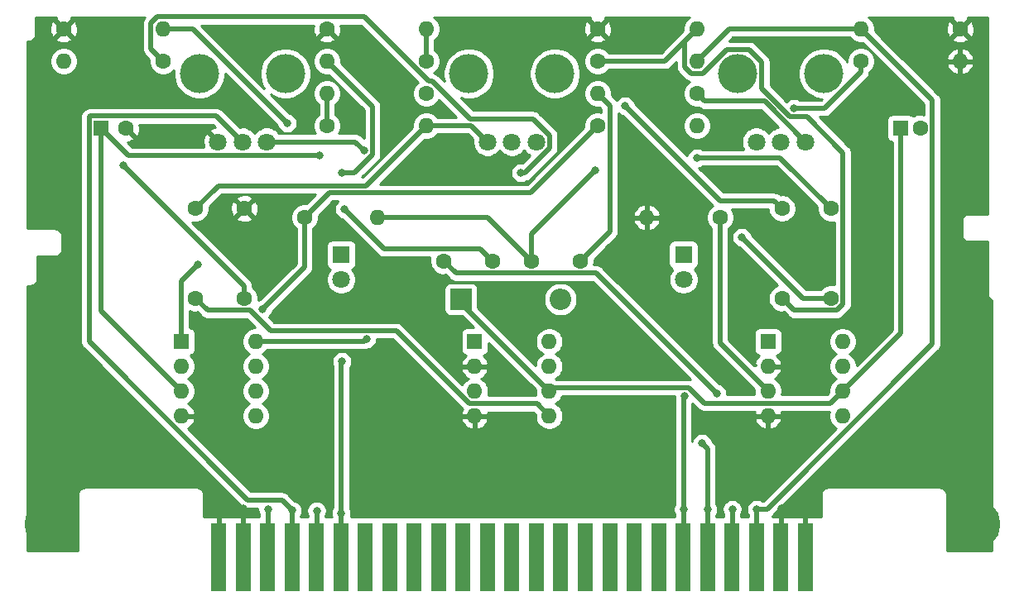
<source format=gbr>
G04 #@! TF.GenerationSoftware,KiCad,Pcbnew,(5.1.7)-1*
G04 #@! TF.CreationDate,2021-06-02T12:35:44-05:00*
G04 #@! TF.ProjectId,ConsolePedalPeach,436f6e73-6f6c-4655-9065-64616c506561,rev?*
G04 #@! TF.SameCoordinates,Original*
G04 #@! TF.FileFunction,Copper,L1,Top*
G04 #@! TF.FilePolarity,Positive*
%FSLAX46Y46*%
G04 Gerber Fmt 4.6, Leading zero omitted, Abs format (unit mm)*
G04 Created by KiCad (PCBNEW (5.1.7)-1) date 2021-06-02 12:35:44*
%MOMM*%
%LPD*%
G01*
G04 APERTURE LIST*
G04 #@! TA.AperFunction,ComponentPad*
%ADD10R,1.800000X1.800000*%
G04 #@! TD*
G04 #@! TA.AperFunction,ComponentPad*
%ADD11C,1.800000*%
G04 #@! TD*
G04 #@! TA.AperFunction,ConnectorPad*
%ADD12R,1.500000X7.000000*%
G04 #@! TD*
G04 #@! TA.AperFunction,ComponentPad*
%ADD13C,5.000000*%
G04 #@! TD*
G04 #@! TA.AperFunction,ComponentPad*
%ADD14C,1.600000*%
G04 #@! TD*
G04 #@! TA.AperFunction,ComponentPad*
%ADD15O,1.600000X1.600000*%
G04 #@! TD*
G04 #@! TA.AperFunction,ComponentPad*
%ADD16R,1.600000X1.600000*%
G04 #@! TD*
G04 #@! TA.AperFunction,ComponentPad*
%ADD17R,2.200000X2.200000*%
G04 #@! TD*
G04 #@! TA.AperFunction,ComponentPad*
%ADD18O,2.200000X2.200000*%
G04 #@! TD*
G04 #@! TA.AperFunction,WasherPad*
%ADD19C,4.000000*%
G04 #@! TD*
G04 #@! TA.AperFunction,ViaPad*
%ADD20C,0.800000*%
G04 #@! TD*
G04 #@! TA.AperFunction,Conductor*
%ADD21C,0.500000*%
G04 #@! TD*
G04 #@! TA.AperFunction,Conductor*
%ADD22C,0.254000*%
G04 #@! TD*
G04 #@! TA.AperFunction,Conductor*
%ADD23C,0.100000*%
G04 #@! TD*
G04 APERTURE END LIST*
D10*
G04 #@! TO.P,D2,1*
G04 #@! TO.N,Net-(D2-Pad1)*
X115250000Y-95000000D03*
D11*
G04 #@! TO.P,D2,2*
G04 #@! TO.N,/LEDPower*
X115250000Y-97540000D03*
G04 #@! TD*
G04 #@! TO.P,D3,2*
G04 #@! TO.N,/LEDPower*
X150250000Y-97540000D03*
D10*
G04 #@! TO.P,D3,1*
G04 #@! TO.N,Net-(D2-Pad1)*
X150250000Y-95000000D03*
G04 #@! TD*
D12*
G04 #@! TO.P,J1,1*
G04 #@! TO.N,GND*
X102715000Y-126000000D03*
G04 #@! TO.P,J1,2*
X105215000Y-126000000D03*
G04 #@! TO.P,J1,3*
G04 #@! TO.N,/Input*
X107715000Y-126000000D03*
G04 #@! TO.P,J1,4*
G04 #@! TO.N,/Output*
X110215000Y-126000000D03*
G04 #@! TO.P,J1,5*
G04 #@! TO.N,+9V*
X112715000Y-126000000D03*
G04 #@! TO.P,J1,6*
G04 #@! TO.N,/LEDPower*
X115215000Y-126000000D03*
G04 #@! TO.P,J1,7*
G04 #@! TO.N,N/C*
X117715000Y-126000000D03*
G04 #@! TO.P,J1,8*
X120215000Y-126000000D03*
G04 #@! TO.P,J1,9*
X122715000Y-126000000D03*
G04 #@! TO.P,J1,10*
X125215000Y-126000000D03*
G04 #@! TO.P,J1,11*
X127715000Y-126000000D03*
G04 #@! TO.P,J1,12*
X130215000Y-126000000D03*
G04 #@! TO.P,J1,13*
X132715000Y-126000000D03*
G04 #@! TO.P,J1,14*
X135215000Y-126000000D03*
G04 #@! TO.P,J1,15*
X137715000Y-126000000D03*
G04 #@! TO.P,J1,16*
X140215000Y-126000000D03*
G04 #@! TO.P,J1,17*
X142715000Y-126000000D03*
G04 #@! TO.P,J1,18*
X145215000Y-126000000D03*
G04 #@! TO.P,J1,19*
X147715000Y-126000000D03*
G04 #@! TO.P,J1,20*
G04 #@! TO.N,/LEDPower*
X150215000Y-126000000D03*
G04 #@! TO.P,J1,21*
G04 #@! TO.N,+9V*
X152715000Y-126000000D03*
G04 #@! TO.P,J1,22*
G04 #@! TO.N,/Output*
X155215000Y-126000000D03*
G04 #@! TO.P,J1,23*
G04 #@! TO.N,/Input*
X157715000Y-126000000D03*
G04 #@! TO.P,J1,24*
G04 #@! TO.N,GND*
X160215000Y-126000000D03*
G04 #@! TO.P,J1,25*
X162715000Y-126000000D03*
G04 #@! TD*
D13*
G04 #@! TO.P,H1,1*
G04 #@! TO.N,GND*
X85350000Y-122600000D03*
G04 #@! TD*
G04 #@! TO.P,H2,1*
G04 #@! TO.N,GND*
X180150000Y-122600000D03*
G04 #@! TD*
D14*
G04 #@! TO.P,R11,1*
G04 #@! TO.N,GND*
X86868000Y-71882000D03*
D15*
G04 #@! TO.P,R11,2*
G04 #@! TO.N,Net-(D2-Pad1)*
X97028000Y-71882000D03*
G04 #@! TD*
D14*
G04 #@! TO.P,C1,2*
G04 #@! TO.N,Net-(C1-Pad2)*
X160335000Y-99460000D03*
G04 #@! TO.P,C1,1*
G04 #@! TO.N,Net-(C1-Pad1)*
X165335000Y-99460000D03*
G04 #@! TD*
D15*
G04 #@! TO.P,C2,2*
G04 #@! TO.N,Net-(C2-Pad2)*
X119000000Y-91186000D03*
D14*
G04 #@! TO.P,C2,1*
G04 #@! TO.N,Net-(C1-Pad1)*
X111500000Y-91186000D03*
G04 #@! TD*
G04 #@! TO.P,C3,2*
G04 #@! TO.N,Net-(C2-Pad2)*
X134715000Y-95650000D03*
G04 #@! TO.P,C3,1*
G04 #@! TO.N,Net-(C3-Pad1)*
X139715000Y-95650000D03*
G04 #@! TD*
G04 #@! TO.P,C4,2*
G04 #@! TO.N,Net-(C4-Pad2)*
X100335000Y-99460000D03*
G04 #@! TO.P,C4,1*
G04 #@! TO.N,Net-(C4-Pad1)*
X105335000Y-99460000D03*
G04 #@! TD*
G04 #@! TO.P,C5,1*
G04 #@! TO.N,Net-(C5-Pad1)*
X154000000Y-91186000D03*
D15*
G04 #@! TO.P,C5,2*
G04 #@! TO.N,GND*
X146500000Y-91186000D03*
G04 #@! TD*
D14*
G04 #@! TO.P,C6,1*
G04 #@! TO.N,Net-(C6-Pad1)*
X130715000Y-95650000D03*
G04 #@! TO.P,C6,2*
G04 #@! TO.N,Net-(C6-Pad2)*
X125715000Y-95650000D03*
G04 #@! TD*
G04 #@! TO.P,C7,1*
G04 #@! TO.N,GND*
X105335000Y-90278000D03*
G04 #@! TO.P,C7,2*
G04 #@! TO.N,Net-(C7-Pad2)*
X100335000Y-90278000D03*
G04 #@! TD*
G04 #@! TO.P,C8,1*
G04 #@! TO.N,Net-(C8-Pad1)*
X165335000Y-90278000D03*
G04 #@! TO.P,C8,2*
G04 #@! TO.N,Net-(C8-Pad2)*
X160335000Y-90278000D03*
G04 #@! TD*
D16*
G04 #@! TO.P,C9,1*
G04 #@! TO.N,/VR*
X90718000Y-82042000D03*
D14*
G04 #@! TO.P,C9,2*
G04 #@! TO.N,GND*
X93218000Y-82042000D03*
G04 #@! TD*
D16*
G04 #@! TO.P,C10,1*
G04 #@! TO.N,/9V*
X172466000Y-82042000D03*
D14*
G04 #@! TO.P,C10,2*
G04 #@! TO.N,GND*
X174466000Y-82042000D03*
G04 #@! TD*
D17*
G04 #@! TO.P,D1,1*
G04 #@! TO.N,/9V*
X127508000Y-99568000D03*
D18*
G04 #@! TO.P,D1,2*
G04 #@! TO.N,+9V*
X137668000Y-99568000D03*
G04 #@! TD*
D14*
G04 #@! TO.P,R1,1*
G04 #@! TO.N,Net-(C1-Pad2)*
X141478000Y-75184000D03*
D15*
G04 #@! TO.P,R1,2*
G04 #@! TO.N,/Input*
X151638000Y-75184000D03*
G04 #@! TD*
D14*
G04 #@! TO.P,R2,1*
G04 #@! TO.N,GND*
X141478000Y-71882000D03*
D15*
G04 #@! TO.P,R2,2*
G04 #@! TO.N,Net-(C1-Pad2)*
X151638000Y-71882000D03*
G04 #@! TD*
G04 #@! TO.P,R3,2*
G04 #@! TO.N,Net-(C2-Pad2)*
X151638000Y-81788000D03*
D14*
G04 #@! TO.P,R3,1*
G04 #@! TO.N,Net-(C1-Pad1)*
X141478000Y-81788000D03*
G04 #@! TD*
G04 #@! TO.P,R4,1*
G04 #@! TO.N,Net-(R4-Pad1)*
X151638000Y-78486000D03*
D15*
G04 #@! TO.P,R4,2*
G04 #@! TO.N,Net-(C3-Pad1)*
X141478000Y-78486000D03*
G04 #@! TD*
G04 #@! TO.P,R5,2*
G04 #@! TO.N,GND*
X178562000Y-75184000D03*
D14*
G04 #@! TO.P,R5,1*
G04 #@! TO.N,Net-(R5-Pad1)*
X168402000Y-75184000D03*
G04 #@! TD*
G04 #@! TO.P,R6,1*
G04 #@! TO.N,Net-(C5-Pad1)*
X97028000Y-75184000D03*
D15*
G04 #@! TO.P,R6,2*
G04 #@! TO.N,Net-(C4-Pad1)*
X86868000Y-75184000D03*
G04 #@! TD*
G04 #@! TO.P,R7,2*
G04 #@! TO.N,Net-(C7-Pad2)*
X123952000Y-81788000D03*
D14*
G04 #@! TO.P,R7,1*
G04 #@! TO.N,Net-(C6-Pad1)*
X113792000Y-81788000D03*
G04 #@! TD*
G04 #@! TO.P,R8,1*
G04 #@! TO.N,Net-(C8-Pad2)*
X123952000Y-78486000D03*
D15*
G04 #@! TO.P,R8,2*
G04 #@! TO.N,Net-(C6-Pad1)*
X113792000Y-78486000D03*
G04 #@! TD*
D14*
G04 #@! TO.P,R9,1*
G04 #@! TO.N,GND*
X113792000Y-71882000D03*
D15*
G04 #@! TO.P,R9,2*
G04 #@! TO.N,/VR*
X123952000Y-71882000D03*
G04 #@! TD*
G04 #@! TO.P,R10,2*
G04 #@! TO.N,/9V*
X113792000Y-75184000D03*
D14*
G04 #@! TO.P,R10,1*
G04 #@! TO.N,/VR*
X123952000Y-75184000D03*
G04 #@! TD*
D15*
G04 #@! TO.P,RPD1,2*
G04 #@! TO.N,/Input*
X168402000Y-71882000D03*
D14*
G04 #@! TO.P,RPD1,1*
G04 #@! TO.N,GND*
X178562000Y-71882000D03*
G04 #@! TD*
D19*
G04 #@! TO.P,RV1,*
G04 #@! TO.N,*
X164615000Y-76439000D03*
X155815000Y-76439000D03*
D11*
G04 #@! TO.P,RV1,1*
G04 #@! TO.N,Net-(R4-Pad1)*
X162715000Y-83439000D03*
G04 #@! TO.P,RV1,2*
G04 #@! TO.N,Net-(RV1-Pad2)*
X160215000Y-83439000D03*
G04 #@! TO.P,RV1,3*
G04 #@! TO.N,Net-(R5-Pad1)*
X157715000Y-83439000D03*
G04 #@! TD*
G04 #@! TO.P,RV2,3*
G04 #@! TO.N,Net-(C7-Pad2)*
X130215000Y-83439000D03*
G04 #@! TO.P,RV2,2*
G04 #@! TO.N,Net-(RV2-Pad2)*
X132715000Y-83439000D03*
G04 #@! TO.P,RV2,1*
G04 #@! TO.N,Net-(C8-Pad1)*
X135215000Y-83439000D03*
D19*
G04 #@! TO.P,RV2,*
G04 #@! TO.N,*
X128315000Y-76439000D03*
X137115000Y-76439000D03*
G04 #@! TD*
D11*
G04 #@! TO.P,RV3,3*
G04 #@! TO.N,GND*
X102639000Y-83439000D03*
G04 #@! TO.P,RV3,2*
G04 #@! TO.N,/Output*
X105139000Y-83439000D03*
G04 #@! TO.P,RV3,1*
G04 #@! TO.N,Net-(RV2-Pad2)*
X107639000Y-83439000D03*
D19*
G04 #@! TO.P,RV3,*
G04 #@! TO.N,*
X100739000Y-76439000D03*
X109539000Y-76439000D03*
G04 #@! TD*
D16*
G04 #@! TO.P,U1,1*
G04 #@! TO.N,Net-(C2-Pad2)*
X98905000Y-103886000D03*
D15*
G04 #@! TO.P,U1,5*
G04 #@! TO.N,N/C*
X106525000Y-111506000D03*
G04 #@! TO.P,U1,2*
G04 #@! TO.N,Net-(C1-Pad1)*
X98905000Y-106426000D03*
G04 #@! TO.P,U1,6*
G04 #@! TO.N,N/C*
X106525000Y-108966000D03*
G04 #@! TO.P,U1,3*
G04 #@! TO.N,/VR*
X98905000Y-108966000D03*
G04 #@! TO.P,U1,7*
G04 #@! TO.N,N/C*
X106525000Y-106426000D03*
G04 #@! TO.P,U1,4*
G04 #@! TO.N,GND*
X98905000Y-111506000D03*
G04 #@! TO.P,U1,8*
G04 #@! TO.N,/9V*
X106525000Y-103886000D03*
G04 #@! TD*
D16*
G04 #@! TO.P,U2,1*
G04 #@! TO.N,N/C*
X128905000Y-103886000D03*
D15*
G04 #@! TO.P,U2,5*
G04 #@! TO.N,Net-(C4-Pad2)*
X136525000Y-111506000D03*
G04 #@! TO.P,U2,2*
G04 #@! TO.N,GND*
X128905000Y-106426000D03*
G04 #@! TO.P,U2,6*
G04 #@! TO.N,/9V*
X136525000Y-108966000D03*
G04 #@! TO.P,U2,3*
G04 #@! TO.N,Net-(RV1-Pad2)*
X128905000Y-108966000D03*
G04 #@! TO.P,U2,7*
G04 #@! TO.N,N/C*
X136525000Y-106426000D03*
G04 #@! TO.P,U2,4*
G04 #@! TO.N,GND*
X128905000Y-111506000D03*
G04 #@! TO.P,U2,8*
G04 #@! TO.N,N/C*
X136525000Y-103886000D03*
G04 #@! TD*
G04 #@! TO.P,U3,8*
G04 #@! TO.N,N/C*
X166525000Y-103886000D03*
G04 #@! TO.P,U3,4*
G04 #@! TO.N,GND*
X158905000Y-111506000D03*
G04 #@! TO.P,U3,7*
G04 #@! TO.N,N/C*
X166525000Y-106426000D03*
G04 #@! TO.P,U3,3*
G04 #@! TO.N,Net-(C5-Pad1)*
X158905000Y-108966000D03*
G04 #@! TO.P,U3,6*
G04 #@! TO.N,/9V*
X166525000Y-108966000D03*
G04 #@! TO.P,U3,2*
G04 #@! TO.N,GND*
X158905000Y-106426000D03*
G04 #@! TO.P,U3,5*
G04 #@! TO.N,Net-(C6-Pad2)*
X166525000Y-111506000D03*
D16*
G04 #@! TO.P,U3,1*
G04 #@! TO.N,N/C*
X158905000Y-103886000D03*
G04 #@! TD*
D20*
G04 #@! TO.N,GND*
X105250000Y-120979000D03*
X160250000Y-120988000D03*
X102750000Y-121038000D03*
X162750000Y-120967000D03*
G04 #@! TO.N,/LEDPower*
X115250000Y-121454000D03*
X150250000Y-121073000D03*
X150368000Y-109474000D03*
X115316000Y-105918000D03*
G04 #@! TO.N,/Input*
X107750000Y-121066000D03*
X157750000Y-121066000D03*
G04 #@! TO.N,/Output*
X110250000Y-121195000D03*
X155250000Y-121068000D03*
G04 #@! TO.N,+9V*
X112750000Y-121235000D03*
X152750000Y-121108000D03*
X152146000Y-114300000D03*
G04 #@! TO.N,Net-(C8-Pad2)*
X144272000Y-79756000D03*
G04 #@! TO.N,Net-(C2-Pad2)*
X100584000Y-96012000D03*
X141224000Y-86360000D03*
G04 #@! TO.N,Net-(C4-Pad1)*
X92964000Y-85852000D03*
G04 #@! TO.N,Net-(C5-Pad1)*
X133604000Y-86614000D03*
G04 #@! TO.N,Net-(C6-Pad2)*
X153670000Y-109220000D03*
G04 #@! TO.N,Net-(C1-Pad1)*
X107188000Y-100584000D03*
X156210000Y-93218000D03*
G04 #@! TO.N,Net-(C6-Pad1)*
X115570000Y-90336000D03*
G04 #@! TO.N,Net-(D2-Pad1)*
X109728000Y-81534000D03*
G04 #@! TO.N,Net-(C8-Pad1)*
X151638000Y-85090000D03*
G04 #@! TO.N,/VR*
X113030000Y-84836000D03*
G04 #@! TO.N,/9V*
X117856000Y-103632000D03*
X115316000Y-86614000D03*
G04 #@! TO.N,Net-(R5-Pad1)*
X161544000Y-80010000D03*
G04 #@! TO.N,Net-(RV2-Pad2)*
X117602000Y-84328000D03*
G04 #@! TD*
D21*
G04 #@! TO.N,GND*
X105250000Y-126000000D02*
X105250000Y-120979000D01*
X160250000Y-126000000D02*
X160250000Y-120988000D01*
X102750000Y-126000000D02*
X102750000Y-121038000D01*
X162750000Y-126000000D02*
X162750000Y-120967000D01*
G04 #@! TO.N,/LEDPower*
X115250000Y-126000000D02*
X115250000Y-121454000D01*
X150250000Y-126000000D02*
X150250000Y-121073000D01*
X150250000Y-109592000D02*
X150368000Y-109474000D01*
X150250000Y-121073000D02*
X150250000Y-109592000D01*
X115250000Y-105984000D02*
X115316000Y-105918000D01*
X115250000Y-121454000D02*
X115250000Y-105984000D01*
G04 #@! TO.N,/Input*
X107750000Y-126000000D02*
X107750000Y-121066000D01*
X157750000Y-126000000D02*
X157750000Y-121066000D01*
X157734000Y-121050000D02*
X157750000Y-121066000D01*
X154940000Y-71882000D02*
X168402000Y-71882000D01*
X151638000Y-75184000D02*
X154940000Y-71882000D01*
X158815002Y-121066000D02*
X157750000Y-121066000D01*
X175716001Y-104165001D02*
X158815002Y-121066000D01*
X175716001Y-79196001D02*
X175716001Y-104165001D01*
X168402000Y-71882000D02*
X175716001Y-79196001D01*
G04 #@! TO.N,/Output*
X110250000Y-126000000D02*
X110250000Y-121195000D01*
X155250000Y-126000000D02*
X155250000Y-121068000D01*
X110250000Y-121045000D02*
X110250000Y-121195000D01*
X89557999Y-80791999D02*
X102491999Y-80791999D01*
X89467999Y-80881999D02*
X89557999Y-80791999D01*
X89467999Y-103919001D02*
X89467999Y-80881999D01*
X105677997Y-120128999D02*
X89467999Y-103919001D01*
X102491999Y-80791999D02*
X105139000Y-83439000D01*
X109183999Y-120128999D02*
X105677997Y-120128999D01*
X110250000Y-121195000D02*
X109183999Y-120128999D01*
G04 #@! TO.N,+9V*
X112750000Y-126000000D02*
X112750000Y-121235000D01*
X152750000Y-126000000D02*
X152750000Y-121108000D01*
X152750000Y-114904000D02*
X152146000Y-114300000D01*
X152750000Y-121108000D02*
X152750000Y-114904000D01*
G04 #@! TO.N,Net-(C7-Pad2)*
X117794010Y-87945990D02*
X123952000Y-81788000D01*
X102667010Y-87945990D02*
X117794010Y-87945990D01*
X100335000Y-90278000D02*
X102667010Y-87945990D01*
X128564000Y-81788000D02*
X130215000Y-83439000D01*
X123952000Y-81788000D02*
X128564000Y-81788000D01*
G04 #@! TO.N,Net-(C8-Pad2)*
X153994001Y-89478001D02*
X144272000Y-79756000D01*
X159535001Y-89478001D02*
X153994001Y-89478001D01*
X160335000Y-90278000D02*
X159535001Y-89478001D01*
G04 #@! TO.N,Net-(C2-Pad2)*
X98905000Y-97691000D02*
X100584000Y-96012000D01*
X98905000Y-103886000D02*
X98905000Y-97691000D01*
X130251000Y-91186000D02*
X119000000Y-91186000D01*
X134715000Y-95650000D02*
X130251000Y-91186000D01*
X134715000Y-92869000D02*
X141224000Y-86360000D01*
X134715000Y-95650000D02*
X134715000Y-92869000D01*
G04 #@! TO.N,Net-(C4-Pad1)*
X105335000Y-98223000D02*
X92964000Y-85852000D01*
X105335000Y-99460000D02*
X105335000Y-98223000D01*
G04 #@! TO.N,Net-(C5-Pad1)*
X154000000Y-104061000D02*
X158905000Y-108966000D01*
X154000000Y-91186000D02*
X154000000Y-104061000D01*
X134038002Y-86614000D02*
X133604000Y-86614000D01*
X134861992Y-81087990D02*
X136565001Y-82790999D01*
X124552001Y-77235999D02*
X128403992Y-81087990D01*
X128403992Y-81087990D02*
X134861992Y-81087990D01*
X124225999Y-77235999D02*
X124552001Y-77235999D01*
X136565001Y-84087001D02*
X134038002Y-86614000D01*
X117621999Y-70631999D02*
X124225999Y-77235999D01*
X136565001Y-82790999D02*
X136565001Y-84087001D01*
X96427999Y-70631999D02*
X117621999Y-70631999D01*
X95777999Y-71281999D02*
X96427999Y-70631999D01*
X95777999Y-73933999D02*
X95777999Y-71281999D01*
X97028000Y-75184000D02*
X95777999Y-73933999D01*
G04 #@! TO.N,Net-(C6-Pad2)*
X141350001Y-96900001D02*
X153670000Y-109220000D01*
X126965001Y-96900001D02*
X141350001Y-96900001D01*
X125715000Y-95650000D02*
X126965001Y-96900001D01*
G04 #@! TO.N,Net-(C1-Pad2)*
X148336000Y-75184000D02*
X151638000Y-71882000D01*
X141478000Y-75184000D02*
X148336000Y-75184000D01*
X150387999Y-73132001D02*
X151638000Y-71882000D01*
X151037999Y-76434001D02*
X150387999Y-75784001D01*
X152238001Y-76434001D02*
X151037999Y-76434001D01*
X154683003Y-73988999D02*
X152238001Y-76434001D01*
X150387999Y-75784001D02*
X150387999Y-73132001D01*
X156991001Y-73988999D02*
X154683003Y-73988999D01*
X158265001Y-75262999D02*
X156991001Y-73988999D01*
X158265001Y-77989003D02*
X158265001Y-75262999D01*
X161135999Y-80860001D02*
X158265001Y-77989003D01*
X162902001Y-80860001D02*
X161135999Y-80860001D01*
X166585001Y-84543001D02*
X162902001Y-80860001D01*
X166585001Y-100060001D02*
X166585001Y-84543001D01*
X165935001Y-100710001D02*
X166585001Y-100060001D01*
X161585001Y-100710001D02*
X165935001Y-100710001D01*
X160335000Y-99460000D02*
X161585001Y-100710001D01*
G04 #@! TO.N,Net-(C1-Pad1)*
X111500000Y-91186000D02*
X114040000Y-88646000D01*
X134620000Y-88646000D02*
X141478000Y-81788000D01*
X114040000Y-88646000D02*
X134620000Y-88646000D01*
X111500000Y-96272000D02*
X107188000Y-100584000D01*
X111500000Y-91186000D02*
X111500000Y-96272000D01*
X162452000Y-99460000D02*
X156210000Y-93218000D01*
X165335000Y-99460000D02*
X162452000Y-99460000D01*
G04 #@! TO.N,Net-(C6-Pad1)*
X113792000Y-81788000D02*
X113792000Y-78486000D01*
X119633999Y-94399999D02*
X115570000Y-90336000D01*
X129464999Y-94399999D02*
X119633999Y-94399999D01*
X130715000Y-95650000D02*
X129464999Y-94399999D01*
G04 #@! TO.N,Net-(D2-Pad1)*
X100076000Y-71882000D02*
X109728000Y-81534000D01*
X97028000Y-71882000D02*
X100076000Y-71882000D01*
G04 #@! TO.N,Net-(C3-Pad1)*
X142728001Y-79736001D02*
X141478000Y-78486000D01*
X142728001Y-92636999D02*
X142728001Y-79736001D01*
X139715000Y-95650000D02*
X142728001Y-92636999D01*
G04 #@! TO.N,Net-(C4-Pad2)*
X128344997Y-110255999D02*
X135274999Y-110255999D01*
X135274999Y-110255999D02*
X136525000Y-111506000D01*
X120870997Y-102781999D02*
X128344997Y-110255999D01*
X108006999Y-102781999D02*
X120870997Y-102781999D01*
X105935001Y-100710001D02*
X108006999Y-102781999D01*
X101585001Y-100710001D02*
X105935001Y-100710001D01*
X100335000Y-99460000D02*
X101585001Y-100710001D01*
G04 #@! TO.N,Net-(C8-Pad1)*
X160147000Y-85090000D02*
X151638000Y-85090000D01*
X165335000Y-90278000D02*
X160147000Y-85090000D01*
G04 #@! TO.N,/VR*
X123952000Y-75184000D02*
X123952000Y-71882000D01*
X90718000Y-100779000D02*
X98905000Y-108966000D01*
X90718000Y-82042000D02*
X90718000Y-100779000D01*
X93512000Y-84836000D02*
X113030000Y-84836000D01*
X90718000Y-82042000D02*
X93512000Y-84836000D01*
G04 #@! TO.N,/9V*
X172466000Y-103025000D02*
X172466000Y-82042000D01*
X166525000Y-108966000D02*
X172466000Y-103025000D01*
X136867001Y-108623999D02*
X136525000Y-108966000D01*
X150776001Y-108623999D02*
X136867001Y-108623999D01*
X152368003Y-110216001D02*
X150776001Y-108623999D01*
X165274999Y-110216001D02*
X152368003Y-110216001D01*
X166525000Y-108966000D02*
X165274999Y-110216001D01*
X117602000Y-103886000D02*
X117856000Y-103632000D01*
X106525000Y-103886000D02*
X117602000Y-103886000D01*
X127508000Y-99949000D02*
X136525000Y-108966000D01*
X127508000Y-99568000D02*
X127508000Y-99949000D01*
X116574002Y-86614000D02*
X115316000Y-86614000D01*
X118452001Y-84736001D02*
X116574002Y-86614000D01*
X118452001Y-79844001D02*
X118452001Y-84736001D01*
X113792000Y-75184000D02*
X118452001Y-79844001D01*
G04 #@! TO.N,Net-(R4-Pad1)*
X158561999Y-79285999D02*
X162715000Y-83439000D01*
X152437999Y-79285999D02*
X158561999Y-79285999D01*
X151638000Y-78486000D02*
X152437999Y-79285999D01*
G04 #@! TO.N,Net-(R5-Pad1)*
X164707370Y-80010000D02*
X161544000Y-80010000D01*
X168402000Y-76315370D02*
X164707370Y-80010000D01*
X168402000Y-75184000D02*
X168402000Y-76315370D01*
G04 #@! TO.N,Net-(RV2-Pad2)*
X116713000Y-83439000D02*
X117602000Y-84328000D01*
X107639000Y-83439000D02*
X116713000Y-83439000D01*
G04 #@! TD*
D22*
G04 #@! TO.N,GND*
X177748903Y-70889298D02*
X178562000Y-71702395D01*
X179375097Y-70889298D01*
X179312807Y-70677000D01*
X181323000Y-70677000D01*
X181323001Y-90823000D01*
X179433252Y-90823000D01*
X179400000Y-90819725D01*
X179366748Y-90823000D01*
X179267285Y-90832796D01*
X179139670Y-90871508D01*
X179022059Y-90934372D01*
X178918973Y-91018973D01*
X178834372Y-91122059D01*
X178771508Y-91239670D01*
X178732796Y-91367285D01*
X178719725Y-91500000D01*
X178723001Y-91533262D01*
X178723000Y-92966747D01*
X178719725Y-93000000D01*
X178732796Y-93132715D01*
X178771508Y-93260330D01*
X178834372Y-93377941D01*
X178918973Y-93481027D01*
X179022059Y-93565628D01*
X179139670Y-93628492D01*
X179267285Y-93667204D01*
X179400000Y-93680275D01*
X179433252Y-93677000D01*
X181323000Y-93677000D01*
X181323001Y-98966738D01*
X181319725Y-99000000D01*
X181332796Y-99132715D01*
X181371508Y-99260330D01*
X181434372Y-99377941D01*
X181518973Y-99481027D01*
X181622059Y-99565628D01*
X181739670Y-99628492D01*
X181823001Y-99653770D01*
X181823000Y-125323000D01*
X177177000Y-125323000D01*
X177177000Y-119533252D01*
X177180275Y-119500000D01*
X177167204Y-119367285D01*
X177128492Y-119239670D01*
X177065628Y-119122059D01*
X176981027Y-119018973D01*
X176877941Y-118934372D01*
X176760330Y-118871508D01*
X176632715Y-118832796D01*
X176533252Y-118823000D01*
X176500000Y-118819725D01*
X176466748Y-118823000D01*
X165033252Y-118823000D01*
X165000000Y-118819725D01*
X164966748Y-118823000D01*
X164867285Y-118832796D01*
X164739670Y-118871508D01*
X164622059Y-118934372D01*
X164518973Y-119018973D01*
X164434372Y-119122059D01*
X164371508Y-119239670D01*
X164332796Y-119367285D01*
X164319725Y-119500000D01*
X164323001Y-119533262D01*
X164323001Y-121793000D01*
X159311572Y-121793000D01*
X159438135Y-121689133D01*
X159465599Y-121655668D01*
X176305675Y-104815593D01*
X176339134Y-104788134D01*
X176370176Y-104750310D01*
X176448727Y-104654594D01*
X176467468Y-104619533D01*
X176530163Y-104502238D01*
X176558570Y-104408593D01*
X176580311Y-104336924D01*
X176597244Y-104165002D01*
X176593001Y-104121922D01*
X176593001Y-79239070D01*
X176597243Y-79196000D01*
X176593001Y-79152931D01*
X176593001Y-79152922D01*
X176580311Y-79024079D01*
X176530163Y-78858764D01*
X176448728Y-78706409D01*
X176339134Y-78572868D01*
X176305670Y-78545405D01*
X173293304Y-75533039D01*
X177170096Y-75533039D01*
X177210754Y-75667087D01*
X177330963Y-75921420D01*
X177498481Y-76147414D01*
X177706869Y-76336385D01*
X177948119Y-76481070D01*
X178212960Y-76575909D01*
X178435000Y-76454624D01*
X178435000Y-75311000D01*
X178689000Y-75311000D01*
X178689000Y-76454624D01*
X178911040Y-76575909D01*
X179175881Y-76481070D01*
X179417131Y-76336385D01*
X179625519Y-76147414D01*
X179793037Y-75921420D01*
X179913246Y-75667087D01*
X179953904Y-75533039D01*
X179831915Y-75311000D01*
X178689000Y-75311000D01*
X178435000Y-75311000D01*
X177292085Y-75311000D01*
X177170096Y-75533039D01*
X173293304Y-75533039D01*
X172595226Y-74834961D01*
X177170096Y-74834961D01*
X177292085Y-75057000D01*
X178435000Y-75057000D01*
X178435000Y-73913376D01*
X178689000Y-73913376D01*
X178689000Y-75057000D01*
X179831915Y-75057000D01*
X179953904Y-74834961D01*
X179913246Y-74700913D01*
X179793037Y-74446580D01*
X179625519Y-74220586D01*
X179417131Y-74031615D01*
X179175881Y-73886930D01*
X178911040Y-73792091D01*
X178689000Y-73913376D01*
X178435000Y-73913376D01*
X178212960Y-73792091D01*
X177948119Y-73886930D01*
X177706869Y-74031615D01*
X177498481Y-74220586D01*
X177330963Y-74446580D01*
X177210754Y-74700913D01*
X177170096Y-74834961D01*
X172595226Y-74834961D01*
X170634967Y-72874702D01*
X177748903Y-72874702D01*
X177820486Y-73118671D01*
X178075996Y-73239571D01*
X178350184Y-73308300D01*
X178632512Y-73322217D01*
X178912130Y-73280787D01*
X179178292Y-73185603D01*
X179303514Y-73118671D01*
X179375097Y-72874702D01*
X178562000Y-72061605D01*
X177748903Y-72874702D01*
X170634967Y-72874702D01*
X169821337Y-72061072D01*
X169829000Y-72022547D01*
X169829000Y-71952512D01*
X177121783Y-71952512D01*
X177163213Y-72232130D01*
X177258397Y-72498292D01*
X177325329Y-72623514D01*
X177569298Y-72695097D01*
X178382395Y-71882000D01*
X178741605Y-71882000D01*
X179554702Y-72695097D01*
X179798671Y-72623514D01*
X179919571Y-72368004D01*
X179988300Y-72093816D01*
X180002217Y-71811488D01*
X179960787Y-71531870D01*
X179865603Y-71265708D01*
X179798671Y-71140486D01*
X179554702Y-71068903D01*
X178741605Y-71882000D01*
X178382395Y-71882000D01*
X177569298Y-71068903D01*
X177325329Y-71140486D01*
X177204429Y-71395996D01*
X177135700Y-71670184D01*
X177121783Y-71952512D01*
X169829000Y-71952512D01*
X169829000Y-71741453D01*
X169774162Y-71465759D01*
X169666591Y-71206062D01*
X169510424Y-70972340D01*
X169311660Y-70773576D01*
X169167123Y-70677000D01*
X177811193Y-70677000D01*
X177748903Y-70889298D01*
G04 #@! TA.AperFunction,Conductor*
D23*
G36*
X177748903Y-70889298D02*
G01*
X178562000Y-71702395D01*
X179375097Y-70889298D01*
X179312807Y-70677000D01*
X181323000Y-70677000D01*
X181323001Y-90823000D01*
X179433252Y-90823000D01*
X179400000Y-90819725D01*
X179366748Y-90823000D01*
X179267285Y-90832796D01*
X179139670Y-90871508D01*
X179022059Y-90934372D01*
X178918973Y-91018973D01*
X178834372Y-91122059D01*
X178771508Y-91239670D01*
X178732796Y-91367285D01*
X178719725Y-91500000D01*
X178723001Y-91533262D01*
X178723000Y-92966747D01*
X178719725Y-93000000D01*
X178732796Y-93132715D01*
X178771508Y-93260330D01*
X178834372Y-93377941D01*
X178918973Y-93481027D01*
X179022059Y-93565628D01*
X179139670Y-93628492D01*
X179267285Y-93667204D01*
X179400000Y-93680275D01*
X179433252Y-93677000D01*
X181323000Y-93677000D01*
X181323001Y-98966738D01*
X181319725Y-99000000D01*
X181332796Y-99132715D01*
X181371508Y-99260330D01*
X181434372Y-99377941D01*
X181518973Y-99481027D01*
X181622059Y-99565628D01*
X181739670Y-99628492D01*
X181823001Y-99653770D01*
X181823000Y-125323000D01*
X177177000Y-125323000D01*
X177177000Y-119533252D01*
X177180275Y-119500000D01*
X177167204Y-119367285D01*
X177128492Y-119239670D01*
X177065628Y-119122059D01*
X176981027Y-119018973D01*
X176877941Y-118934372D01*
X176760330Y-118871508D01*
X176632715Y-118832796D01*
X176533252Y-118823000D01*
X176500000Y-118819725D01*
X176466748Y-118823000D01*
X165033252Y-118823000D01*
X165000000Y-118819725D01*
X164966748Y-118823000D01*
X164867285Y-118832796D01*
X164739670Y-118871508D01*
X164622059Y-118934372D01*
X164518973Y-119018973D01*
X164434372Y-119122059D01*
X164371508Y-119239670D01*
X164332796Y-119367285D01*
X164319725Y-119500000D01*
X164323001Y-119533262D01*
X164323001Y-121793000D01*
X159311572Y-121793000D01*
X159438135Y-121689133D01*
X159465599Y-121655668D01*
X176305675Y-104815593D01*
X176339134Y-104788134D01*
X176370176Y-104750310D01*
X176448727Y-104654594D01*
X176467468Y-104619533D01*
X176530163Y-104502238D01*
X176558570Y-104408593D01*
X176580311Y-104336924D01*
X176597244Y-104165002D01*
X176593001Y-104121922D01*
X176593001Y-79239070D01*
X176597243Y-79196000D01*
X176593001Y-79152931D01*
X176593001Y-79152922D01*
X176580311Y-79024079D01*
X176530163Y-78858764D01*
X176448728Y-78706409D01*
X176339134Y-78572868D01*
X176305670Y-78545405D01*
X173293304Y-75533039D01*
X177170096Y-75533039D01*
X177210754Y-75667087D01*
X177330963Y-75921420D01*
X177498481Y-76147414D01*
X177706869Y-76336385D01*
X177948119Y-76481070D01*
X178212960Y-76575909D01*
X178435000Y-76454624D01*
X178435000Y-75311000D01*
X178689000Y-75311000D01*
X178689000Y-76454624D01*
X178911040Y-76575909D01*
X179175881Y-76481070D01*
X179417131Y-76336385D01*
X179625519Y-76147414D01*
X179793037Y-75921420D01*
X179913246Y-75667087D01*
X179953904Y-75533039D01*
X179831915Y-75311000D01*
X178689000Y-75311000D01*
X178435000Y-75311000D01*
X177292085Y-75311000D01*
X177170096Y-75533039D01*
X173293304Y-75533039D01*
X172595226Y-74834961D01*
X177170096Y-74834961D01*
X177292085Y-75057000D01*
X178435000Y-75057000D01*
X178435000Y-73913376D01*
X178689000Y-73913376D01*
X178689000Y-75057000D01*
X179831915Y-75057000D01*
X179953904Y-74834961D01*
X179913246Y-74700913D01*
X179793037Y-74446580D01*
X179625519Y-74220586D01*
X179417131Y-74031615D01*
X179175881Y-73886930D01*
X178911040Y-73792091D01*
X178689000Y-73913376D01*
X178435000Y-73913376D01*
X178212960Y-73792091D01*
X177948119Y-73886930D01*
X177706869Y-74031615D01*
X177498481Y-74220586D01*
X177330963Y-74446580D01*
X177210754Y-74700913D01*
X177170096Y-74834961D01*
X172595226Y-74834961D01*
X170634967Y-72874702D01*
X177748903Y-72874702D01*
X177820486Y-73118671D01*
X178075996Y-73239571D01*
X178350184Y-73308300D01*
X178632512Y-73322217D01*
X178912130Y-73280787D01*
X179178292Y-73185603D01*
X179303514Y-73118671D01*
X179375097Y-72874702D01*
X178562000Y-72061605D01*
X177748903Y-72874702D01*
X170634967Y-72874702D01*
X169821337Y-72061072D01*
X169829000Y-72022547D01*
X169829000Y-71952512D01*
X177121783Y-71952512D01*
X177163213Y-72232130D01*
X177258397Y-72498292D01*
X177325329Y-72623514D01*
X177569298Y-72695097D01*
X178382395Y-71882000D01*
X178741605Y-71882000D01*
X179554702Y-72695097D01*
X179798671Y-72623514D01*
X179919571Y-72368004D01*
X179988300Y-72093816D01*
X180002217Y-71811488D01*
X179960787Y-71531870D01*
X179865603Y-71265708D01*
X179798671Y-71140486D01*
X179554702Y-71068903D01*
X178741605Y-71882000D01*
X178382395Y-71882000D01*
X177569298Y-71068903D01*
X177325329Y-71140486D01*
X177204429Y-71395996D01*
X177135700Y-71670184D01*
X177121783Y-71952512D01*
X169829000Y-71952512D01*
X169829000Y-71741453D01*
X169774162Y-71465759D01*
X169666591Y-71206062D01*
X169510424Y-70972340D01*
X169311660Y-70773576D01*
X169167123Y-70677000D01*
X177811193Y-70677000D01*
X177748903Y-70889298D01*
G37*
G04 #@! TD.AperFunction*
D22*
X86054903Y-70889298D02*
X86868000Y-71702395D01*
X87681097Y-70889298D01*
X87618807Y-70677000D01*
X95139985Y-70677000D01*
X95127408Y-70692325D01*
X95127405Y-70692328D01*
X95045273Y-70792407D01*
X94963837Y-70944763D01*
X94913689Y-71110077D01*
X94896756Y-71281999D01*
X94901000Y-71325088D01*
X94900999Y-73890919D01*
X94896756Y-73933999D01*
X94910700Y-74075576D01*
X94913689Y-74105920D01*
X94963837Y-74271235D01*
X95045272Y-74423590D01*
X95154866Y-74557132D01*
X95188331Y-74584596D01*
X95608663Y-75004928D01*
X95601000Y-75043453D01*
X95601000Y-75324547D01*
X95655838Y-75600241D01*
X95763409Y-75859938D01*
X95919576Y-76093660D01*
X96118340Y-76292424D01*
X96352062Y-76448591D01*
X96611759Y-76556162D01*
X96887453Y-76611000D01*
X97168547Y-76611000D01*
X97444241Y-76556162D01*
X97703938Y-76448591D01*
X97937660Y-76292424D01*
X98127439Y-76102645D01*
X98112000Y-76180263D01*
X98112000Y-76697737D01*
X98212954Y-77205268D01*
X98410983Y-77683351D01*
X98698476Y-78113615D01*
X99064385Y-78479524D01*
X99494649Y-78767017D01*
X99972732Y-78965046D01*
X100480263Y-79066000D01*
X100997737Y-79066000D01*
X101505268Y-78965046D01*
X101983351Y-78767017D01*
X102413615Y-78479524D01*
X102779524Y-78113615D01*
X103067017Y-77683351D01*
X103265046Y-77205268D01*
X103366000Y-76697737D01*
X103366000Y-76412265D01*
X108728838Y-81775103D01*
X108740467Y-81833565D01*
X108817885Y-82020467D01*
X108930277Y-82188674D01*
X109073326Y-82331723D01*
X109241533Y-82444115D01*
X109428435Y-82521533D01*
X109626849Y-82561000D01*
X109829151Y-82561000D01*
X110027565Y-82521533D01*
X110214467Y-82444115D01*
X110382674Y-82331723D01*
X110525723Y-82188674D01*
X110638115Y-82020467D01*
X110715533Y-81833565D01*
X110755000Y-81635151D01*
X110755000Y-81432849D01*
X110715533Y-81234435D01*
X110638115Y-81047533D01*
X110525723Y-80879326D01*
X110382674Y-80736277D01*
X110214467Y-80623885D01*
X110027565Y-80546467D01*
X109969103Y-80534838D01*
X108013272Y-78579007D01*
X108294649Y-78767017D01*
X108772732Y-78965046D01*
X109280263Y-79066000D01*
X109797737Y-79066000D01*
X110305268Y-78965046D01*
X110783351Y-78767017D01*
X111213615Y-78479524D01*
X111579524Y-78113615D01*
X111867017Y-77683351D01*
X112065046Y-77205268D01*
X112166000Y-76697737D01*
X112166000Y-76180263D01*
X112065046Y-75672732D01*
X111867017Y-75194649D01*
X111579524Y-74764385D01*
X111213615Y-74398476D01*
X110783351Y-74110983D01*
X110305268Y-73912954D01*
X109797737Y-73812000D01*
X109280263Y-73812000D01*
X108772732Y-73912954D01*
X108294649Y-74110983D01*
X107864385Y-74398476D01*
X107498476Y-74764385D01*
X107210983Y-75194649D01*
X107012954Y-75672732D01*
X106912000Y-76180263D01*
X106912000Y-76697737D01*
X107012954Y-77205268D01*
X107210983Y-77683351D01*
X107398993Y-77964728D01*
X102308967Y-72874702D01*
X112978903Y-72874702D01*
X113050486Y-73118671D01*
X113305996Y-73239571D01*
X113580184Y-73308300D01*
X113862512Y-73322217D01*
X114142130Y-73280787D01*
X114408292Y-73185603D01*
X114533514Y-73118671D01*
X114605097Y-72874702D01*
X113792000Y-72061605D01*
X112978903Y-72874702D01*
X102308967Y-72874702D01*
X100943264Y-71508999D01*
X112406103Y-71508999D01*
X112365700Y-71670184D01*
X112351783Y-71952512D01*
X112393213Y-72232130D01*
X112488397Y-72498292D01*
X112555329Y-72623514D01*
X112799298Y-72695097D01*
X113612395Y-71882000D01*
X113598253Y-71867858D01*
X113777858Y-71688253D01*
X113792000Y-71702395D01*
X113806143Y-71688253D01*
X113985748Y-71867858D01*
X113971605Y-71882000D01*
X114784702Y-72695097D01*
X115028671Y-72623514D01*
X115149571Y-72368004D01*
X115218300Y-72093816D01*
X115232217Y-71811488D01*
X115190787Y-71531870D01*
X115182608Y-71508999D01*
X117258734Y-71508999D01*
X123093277Y-77343542D01*
X123042340Y-77377576D01*
X122843576Y-77576340D01*
X122687409Y-77810062D01*
X122579838Y-78069759D01*
X122525000Y-78345453D01*
X122525000Y-78626547D01*
X122579838Y-78902241D01*
X122687409Y-79161938D01*
X122843576Y-79395660D01*
X123042340Y-79594424D01*
X123276062Y-79750591D01*
X123535759Y-79858162D01*
X123811453Y-79913000D01*
X124092547Y-79913000D01*
X124368241Y-79858162D01*
X124627938Y-79750591D01*
X124861660Y-79594424D01*
X125060424Y-79395660D01*
X125216591Y-79161938D01*
X125222766Y-79147030D01*
X126986736Y-80911000D01*
X125082247Y-80911000D01*
X125060424Y-80878340D01*
X124861660Y-80679576D01*
X124627938Y-80523409D01*
X124368241Y-80415838D01*
X124092547Y-80361000D01*
X123811453Y-80361000D01*
X123535759Y-80415838D01*
X123276062Y-80523409D01*
X123042340Y-80679576D01*
X122843576Y-80878340D01*
X122687409Y-81112062D01*
X122579838Y-81371759D01*
X122525000Y-81647453D01*
X122525000Y-81928547D01*
X122532663Y-81967071D01*
X117430745Y-87068990D01*
X117359277Y-87068990D01*
X119041669Y-85386598D01*
X119075134Y-85359134D01*
X119184728Y-85225593D01*
X119266163Y-85073238D01*
X119316311Y-84907924D01*
X119333244Y-84736001D01*
X119329001Y-84692922D01*
X119329001Y-79887080D01*
X119333244Y-79844001D01*
X119316311Y-79672078D01*
X119266163Y-79506764D01*
X119240056Y-79457921D01*
X119184728Y-79354409D01*
X119075134Y-79220868D01*
X119041670Y-79193405D01*
X115211337Y-75363072D01*
X115219000Y-75324547D01*
X115219000Y-75043453D01*
X115164162Y-74767759D01*
X115056591Y-74508062D01*
X114900424Y-74274340D01*
X114701660Y-74075576D01*
X114467938Y-73919409D01*
X114208241Y-73811838D01*
X113932547Y-73757000D01*
X113651453Y-73757000D01*
X113375759Y-73811838D01*
X113116062Y-73919409D01*
X112882340Y-74075576D01*
X112683576Y-74274340D01*
X112527409Y-74508062D01*
X112419838Y-74767759D01*
X112365000Y-75043453D01*
X112365000Y-75324547D01*
X112419838Y-75600241D01*
X112527409Y-75859938D01*
X112683576Y-76093660D01*
X112882340Y-76292424D01*
X113116062Y-76448591D01*
X113375759Y-76556162D01*
X113651453Y-76611000D01*
X113932547Y-76611000D01*
X113971072Y-76603337D01*
X117575001Y-80207266D01*
X117575002Y-83060736D01*
X117363594Y-82849329D01*
X117336133Y-82815867D01*
X117202592Y-82706273D01*
X117050237Y-82624838D01*
X116884922Y-82574690D01*
X116756079Y-82562000D01*
X116713000Y-82557757D01*
X116669921Y-82562000D01*
X114991069Y-82562000D01*
X115056591Y-82463938D01*
X115164162Y-82204241D01*
X115219000Y-81928547D01*
X115219000Y-81647453D01*
X115164162Y-81371759D01*
X115056591Y-81112062D01*
X114900424Y-80878340D01*
X114701660Y-80679576D01*
X114669000Y-80657753D01*
X114669000Y-79616247D01*
X114701660Y-79594424D01*
X114900424Y-79395660D01*
X115056591Y-79161938D01*
X115164162Y-78902241D01*
X115219000Y-78626547D01*
X115219000Y-78345453D01*
X115164162Y-78069759D01*
X115056591Y-77810062D01*
X114900424Y-77576340D01*
X114701660Y-77377576D01*
X114467938Y-77221409D01*
X114208241Y-77113838D01*
X113932547Y-77059000D01*
X113651453Y-77059000D01*
X113375759Y-77113838D01*
X113116062Y-77221409D01*
X112882340Y-77377576D01*
X112683576Y-77576340D01*
X112527409Y-77810062D01*
X112419838Y-78069759D01*
X112365000Y-78345453D01*
X112365000Y-78626547D01*
X112419838Y-78902241D01*
X112527409Y-79161938D01*
X112683576Y-79395660D01*
X112882340Y-79594424D01*
X112915001Y-79616247D01*
X112915000Y-80657753D01*
X112882340Y-80679576D01*
X112683576Y-80878340D01*
X112527409Y-81112062D01*
X112419838Y-81371759D01*
X112365000Y-81647453D01*
X112365000Y-81928547D01*
X112419838Y-82204241D01*
X112527409Y-82463938D01*
X112592931Y-82562000D01*
X108889515Y-82562000D01*
X108825099Y-82465594D01*
X108612406Y-82252901D01*
X108362306Y-82085790D01*
X108084410Y-81970681D01*
X107789396Y-81912000D01*
X107488604Y-81912000D01*
X107193590Y-81970681D01*
X106915694Y-82085790D01*
X106665594Y-82252901D01*
X106452901Y-82465594D01*
X106389000Y-82561229D01*
X106325099Y-82465594D01*
X106112406Y-82252901D01*
X105862306Y-82085790D01*
X105584410Y-81970681D01*
X105289396Y-81912000D01*
X104988604Y-81912000D01*
X104874885Y-81934620D01*
X103142596Y-80202331D01*
X103115132Y-80168866D01*
X102981591Y-80059272D01*
X102829236Y-79977837D01*
X102663921Y-79927689D01*
X102535078Y-79914999D01*
X102491999Y-79910756D01*
X102448920Y-79914999D01*
X89601068Y-79914999D01*
X89557998Y-79910757D01*
X89514929Y-79914999D01*
X89514920Y-79914999D01*
X89386077Y-79927689D01*
X89220762Y-79977837D01*
X89068407Y-80059272D01*
X88934866Y-80168866D01*
X88907400Y-80202334D01*
X88878328Y-80231405D01*
X88844867Y-80258866D01*
X88817408Y-80292325D01*
X88817405Y-80292328D01*
X88735273Y-80392407D01*
X88653837Y-80544763D01*
X88603689Y-80710077D01*
X88586756Y-80881999D01*
X88591000Y-80925089D01*
X88590999Y-103875921D01*
X88586756Y-103919001D01*
X88603689Y-104090923D01*
X88646764Y-104232922D01*
X88653837Y-104256237D01*
X88735272Y-104408592D01*
X88844866Y-104542134D01*
X88878331Y-104569598D01*
X105027405Y-120718673D01*
X105054864Y-120752132D01*
X105088323Y-120779591D01*
X105088325Y-120779593D01*
X105150803Y-120830867D01*
X105188405Y-120861726D01*
X105255826Y-120897763D01*
X105340760Y-120943161D01*
X105506074Y-120993309D01*
X105677996Y-121010242D01*
X105721076Y-121005999D01*
X106723000Y-121005999D01*
X106723000Y-121167151D01*
X106762467Y-121365565D01*
X106839885Y-121552467D01*
X106873001Y-121602029D01*
X106873001Y-121793000D01*
X101177000Y-121793000D01*
X101177000Y-119533252D01*
X101180275Y-119500000D01*
X101167204Y-119367285D01*
X101128492Y-119239670D01*
X101065628Y-119122059D01*
X100981027Y-119018973D01*
X100877941Y-118934372D01*
X100760330Y-118871508D01*
X100632715Y-118832796D01*
X100533252Y-118823000D01*
X100500000Y-118819725D01*
X100466748Y-118823000D01*
X89033252Y-118823000D01*
X89000000Y-118819725D01*
X88966748Y-118823000D01*
X88867285Y-118832796D01*
X88739670Y-118871508D01*
X88622059Y-118934372D01*
X88518973Y-119018973D01*
X88434372Y-119122059D01*
X88371508Y-119239670D01*
X88332796Y-119367285D01*
X88319725Y-119500000D01*
X88323000Y-119533252D01*
X88323001Y-125323000D01*
X83177000Y-125323000D01*
X83177000Y-98177000D01*
X83466748Y-98177000D01*
X83500000Y-98180275D01*
X83533252Y-98177000D01*
X83632715Y-98167204D01*
X83760330Y-98128492D01*
X83877941Y-98065628D01*
X83981027Y-97981027D01*
X84065628Y-97877941D01*
X84128492Y-97760330D01*
X84167204Y-97632715D01*
X84180275Y-97500000D01*
X84177000Y-97466748D01*
X84177000Y-95177000D01*
X85966748Y-95177000D01*
X86000000Y-95180275D01*
X86033252Y-95177000D01*
X86132715Y-95167204D01*
X86260330Y-95128492D01*
X86377941Y-95065628D01*
X86481027Y-94981027D01*
X86565628Y-94877941D01*
X86628492Y-94760330D01*
X86667204Y-94632715D01*
X86680275Y-94500000D01*
X86677000Y-94466748D01*
X86677000Y-93033251D01*
X86680275Y-93000000D01*
X86667204Y-92867285D01*
X86628492Y-92739670D01*
X86565628Y-92622059D01*
X86481027Y-92518973D01*
X86377941Y-92434372D01*
X86260330Y-92371508D01*
X86132715Y-92332796D01*
X86033252Y-92323000D01*
X86000000Y-92319725D01*
X85966748Y-92323000D01*
X83177000Y-92323000D01*
X83177000Y-75043453D01*
X85441000Y-75043453D01*
X85441000Y-75324547D01*
X85495838Y-75600241D01*
X85603409Y-75859938D01*
X85759576Y-76093660D01*
X85958340Y-76292424D01*
X86192062Y-76448591D01*
X86451759Y-76556162D01*
X86727453Y-76611000D01*
X87008547Y-76611000D01*
X87284241Y-76556162D01*
X87543938Y-76448591D01*
X87777660Y-76292424D01*
X87976424Y-76093660D01*
X88132591Y-75859938D01*
X88240162Y-75600241D01*
X88295000Y-75324547D01*
X88295000Y-75043453D01*
X88240162Y-74767759D01*
X88132591Y-74508062D01*
X87976424Y-74274340D01*
X87777660Y-74075576D01*
X87543938Y-73919409D01*
X87284241Y-73811838D01*
X87008547Y-73757000D01*
X86727453Y-73757000D01*
X86451759Y-73811838D01*
X86192062Y-73919409D01*
X85958340Y-74075576D01*
X85759576Y-74274340D01*
X85603409Y-74508062D01*
X85495838Y-74767759D01*
X85441000Y-75043453D01*
X83177000Y-75043453D01*
X83177000Y-73177000D01*
X83266748Y-73177000D01*
X83300000Y-73180275D01*
X83333252Y-73177000D01*
X83432715Y-73167204D01*
X83560330Y-73128492D01*
X83677941Y-73065628D01*
X83781027Y-72981027D01*
X83865628Y-72877941D01*
X83867359Y-72874702D01*
X86054903Y-72874702D01*
X86126486Y-73118671D01*
X86381996Y-73239571D01*
X86656184Y-73308300D01*
X86938512Y-73322217D01*
X87218130Y-73280787D01*
X87484292Y-73185603D01*
X87609514Y-73118671D01*
X87681097Y-72874702D01*
X86868000Y-72061605D01*
X86054903Y-72874702D01*
X83867359Y-72874702D01*
X83928492Y-72760330D01*
X83967204Y-72632715D01*
X83980275Y-72500000D01*
X83977000Y-72466748D01*
X83977000Y-71952512D01*
X85427783Y-71952512D01*
X85469213Y-72232130D01*
X85564397Y-72498292D01*
X85631329Y-72623514D01*
X85875298Y-72695097D01*
X86688395Y-71882000D01*
X87047605Y-71882000D01*
X87860702Y-72695097D01*
X88104671Y-72623514D01*
X88225571Y-72368004D01*
X88294300Y-72093816D01*
X88308217Y-71811488D01*
X88266787Y-71531870D01*
X88171603Y-71265708D01*
X88104671Y-71140486D01*
X87860702Y-71068903D01*
X87047605Y-71882000D01*
X86688395Y-71882000D01*
X85875298Y-71068903D01*
X85631329Y-71140486D01*
X85510429Y-71395996D01*
X85441700Y-71670184D01*
X85427783Y-71952512D01*
X83977000Y-71952512D01*
X83977000Y-70677000D01*
X86117193Y-70677000D01*
X86054903Y-70889298D01*
G04 #@! TA.AperFunction,Conductor*
D23*
G36*
X86054903Y-70889298D02*
G01*
X86868000Y-71702395D01*
X87681097Y-70889298D01*
X87618807Y-70677000D01*
X95139985Y-70677000D01*
X95127408Y-70692325D01*
X95127405Y-70692328D01*
X95045273Y-70792407D01*
X94963837Y-70944763D01*
X94913689Y-71110077D01*
X94896756Y-71281999D01*
X94901000Y-71325088D01*
X94900999Y-73890919D01*
X94896756Y-73933999D01*
X94910700Y-74075576D01*
X94913689Y-74105920D01*
X94963837Y-74271235D01*
X95045272Y-74423590D01*
X95154866Y-74557132D01*
X95188331Y-74584596D01*
X95608663Y-75004928D01*
X95601000Y-75043453D01*
X95601000Y-75324547D01*
X95655838Y-75600241D01*
X95763409Y-75859938D01*
X95919576Y-76093660D01*
X96118340Y-76292424D01*
X96352062Y-76448591D01*
X96611759Y-76556162D01*
X96887453Y-76611000D01*
X97168547Y-76611000D01*
X97444241Y-76556162D01*
X97703938Y-76448591D01*
X97937660Y-76292424D01*
X98127439Y-76102645D01*
X98112000Y-76180263D01*
X98112000Y-76697737D01*
X98212954Y-77205268D01*
X98410983Y-77683351D01*
X98698476Y-78113615D01*
X99064385Y-78479524D01*
X99494649Y-78767017D01*
X99972732Y-78965046D01*
X100480263Y-79066000D01*
X100997737Y-79066000D01*
X101505268Y-78965046D01*
X101983351Y-78767017D01*
X102413615Y-78479524D01*
X102779524Y-78113615D01*
X103067017Y-77683351D01*
X103265046Y-77205268D01*
X103366000Y-76697737D01*
X103366000Y-76412265D01*
X108728838Y-81775103D01*
X108740467Y-81833565D01*
X108817885Y-82020467D01*
X108930277Y-82188674D01*
X109073326Y-82331723D01*
X109241533Y-82444115D01*
X109428435Y-82521533D01*
X109626849Y-82561000D01*
X109829151Y-82561000D01*
X110027565Y-82521533D01*
X110214467Y-82444115D01*
X110382674Y-82331723D01*
X110525723Y-82188674D01*
X110638115Y-82020467D01*
X110715533Y-81833565D01*
X110755000Y-81635151D01*
X110755000Y-81432849D01*
X110715533Y-81234435D01*
X110638115Y-81047533D01*
X110525723Y-80879326D01*
X110382674Y-80736277D01*
X110214467Y-80623885D01*
X110027565Y-80546467D01*
X109969103Y-80534838D01*
X108013272Y-78579007D01*
X108294649Y-78767017D01*
X108772732Y-78965046D01*
X109280263Y-79066000D01*
X109797737Y-79066000D01*
X110305268Y-78965046D01*
X110783351Y-78767017D01*
X111213615Y-78479524D01*
X111579524Y-78113615D01*
X111867017Y-77683351D01*
X112065046Y-77205268D01*
X112166000Y-76697737D01*
X112166000Y-76180263D01*
X112065046Y-75672732D01*
X111867017Y-75194649D01*
X111579524Y-74764385D01*
X111213615Y-74398476D01*
X110783351Y-74110983D01*
X110305268Y-73912954D01*
X109797737Y-73812000D01*
X109280263Y-73812000D01*
X108772732Y-73912954D01*
X108294649Y-74110983D01*
X107864385Y-74398476D01*
X107498476Y-74764385D01*
X107210983Y-75194649D01*
X107012954Y-75672732D01*
X106912000Y-76180263D01*
X106912000Y-76697737D01*
X107012954Y-77205268D01*
X107210983Y-77683351D01*
X107398993Y-77964728D01*
X102308967Y-72874702D01*
X112978903Y-72874702D01*
X113050486Y-73118671D01*
X113305996Y-73239571D01*
X113580184Y-73308300D01*
X113862512Y-73322217D01*
X114142130Y-73280787D01*
X114408292Y-73185603D01*
X114533514Y-73118671D01*
X114605097Y-72874702D01*
X113792000Y-72061605D01*
X112978903Y-72874702D01*
X102308967Y-72874702D01*
X100943264Y-71508999D01*
X112406103Y-71508999D01*
X112365700Y-71670184D01*
X112351783Y-71952512D01*
X112393213Y-72232130D01*
X112488397Y-72498292D01*
X112555329Y-72623514D01*
X112799298Y-72695097D01*
X113612395Y-71882000D01*
X113598253Y-71867858D01*
X113777858Y-71688253D01*
X113792000Y-71702395D01*
X113806143Y-71688253D01*
X113985748Y-71867858D01*
X113971605Y-71882000D01*
X114784702Y-72695097D01*
X115028671Y-72623514D01*
X115149571Y-72368004D01*
X115218300Y-72093816D01*
X115232217Y-71811488D01*
X115190787Y-71531870D01*
X115182608Y-71508999D01*
X117258734Y-71508999D01*
X123093277Y-77343542D01*
X123042340Y-77377576D01*
X122843576Y-77576340D01*
X122687409Y-77810062D01*
X122579838Y-78069759D01*
X122525000Y-78345453D01*
X122525000Y-78626547D01*
X122579838Y-78902241D01*
X122687409Y-79161938D01*
X122843576Y-79395660D01*
X123042340Y-79594424D01*
X123276062Y-79750591D01*
X123535759Y-79858162D01*
X123811453Y-79913000D01*
X124092547Y-79913000D01*
X124368241Y-79858162D01*
X124627938Y-79750591D01*
X124861660Y-79594424D01*
X125060424Y-79395660D01*
X125216591Y-79161938D01*
X125222766Y-79147030D01*
X126986736Y-80911000D01*
X125082247Y-80911000D01*
X125060424Y-80878340D01*
X124861660Y-80679576D01*
X124627938Y-80523409D01*
X124368241Y-80415838D01*
X124092547Y-80361000D01*
X123811453Y-80361000D01*
X123535759Y-80415838D01*
X123276062Y-80523409D01*
X123042340Y-80679576D01*
X122843576Y-80878340D01*
X122687409Y-81112062D01*
X122579838Y-81371759D01*
X122525000Y-81647453D01*
X122525000Y-81928547D01*
X122532663Y-81967071D01*
X117430745Y-87068990D01*
X117359277Y-87068990D01*
X119041669Y-85386598D01*
X119075134Y-85359134D01*
X119184728Y-85225593D01*
X119266163Y-85073238D01*
X119316311Y-84907924D01*
X119333244Y-84736001D01*
X119329001Y-84692922D01*
X119329001Y-79887080D01*
X119333244Y-79844001D01*
X119316311Y-79672078D01*
X119266163Y-79506764D01*
X119240056Y-79457921D01*
X119184728Y-79354409D01*
X119075134Y-79220868D01*
X119041670Y-79193405D01*
X115211337Y-75363072D01*
X115219000Y-75324547D01*
X115219000Y-75043453D01*
X115164162Y-74767759D01*
X115056591Y-74508062D01*
X114900424Y-74274340D01*
X114701660Y-74075576D01*
X114467938Y-73919409D01*
X114208241Y-73811838D01*
X113932547Y-73757000D01*
X113651453Y-73757000D01*
X113375759Y-73811838D01*
X113116062Y-73919409D01*
X112882340Y-74075576D01*
X112683576Y-74274340D01*
X112527409Y-74508062D01*
X112419838Y-74767759D01*
X112365000Y-75043453D01*
X112365000Y-75324547D01*
X112419838Y-75600241D01*
X112527409Y-75859938D01*
X112683576Y-76093660D01*
X112882340Y-76292424D01*
X113116062Y-76448591D01*
X113375759Y-76556162D01*
X113651453Y-76611000D01*
X113932547Y-76611000D01*
X113971072Y-76603337D01*
X117575001Y-80207266D01*
X117575002Y-83060736D01*
X117363594Y-82849329D01*
X117336133Y-82815867D01*
X117202592Y-82706273D01*
X117050237Y-82624838D01*
X116884922Y-82574690D01*
X116756079Y-82562000D01*
X116713000Y-82557757D01*
X116669921Y-82562000D01*
X114991069Y-82562000D01*
X115056591Y-82463938D01*
X115164162Y-82204241D01*
X115219000Y-81928547D01*
X115219000Y-81647453D01*
X115164162Y-81371759D01*
X115056591Y-81112062D01*
X114900424Y-80878340D01*
X114701660Y-80679576D01*
X114669000Y-80657753D01*
X114669000Y-79616247D01*
X114701660Y-79594424D01*
X114900424Y-79395660D01*
X115056591Y-79161938D01*
X115164162Y-78902241D01*
X115219000Y-78626547D01*
X115219000Y-78345453D01*
X115164162Y-78069759D01*
X115056591Y-77810062D01*
X114900424Y-77576340D01*
X114701660Y-77377576D01*
X114467938Y-77221409D01*
X114208241Y-77113838D01*
X113932547Y-77059000D01*
X113651453Y-77059000D01*
X113375759Y-77113838D01*
X113116062Y-77221409D01*
X112882340Y-77377576D01*
X112683576Y-77576340D01*
X112527409Y-77810062D01*
X112419838Y-78069759D01*
X112365000Y-78345453D01*
X112365000Y-78626547D01*
X112419838Y-78902241D01*
X112527409Y-79161938D01*
X112683576Y-79395660D01*
X112882340Y-79594424D01*
X112915001Y-79616247D01*
X112915000Y-80657753D01*
X112882340Y-80679576D01*
X112683576Y-80878340D01*
X112527409Y-81112062D01*
X112419838Y-81371759D01*
X112365000Y-81647453D01*
X112365000Y-81928547D01*
X112419838Y-82204241D01*
X112527409Y-82463938D01*
X112592931Y-82562000D01*
X108889515Y-82562000D01*
X108825099Y-82465594D01*
X108612406Y-82252901D01*
X108362306Y-82085790D01*
X108084410Y-81970681D01*
X107789396Y-81912000D01*
X107488604Y-81912000D01*
X107193590Y-81970681D01*
X106915694Y-82085790D01*
X106665594Y-82252901D01*
X106452901Y-82465594D01*
X106389000Y-82561229D01*
X106325099Y-82465594D01*
X106112406Y-82252901D01*
X105862306Y-82085790D01*
X105584410Y-81970681D01*
X105289396Y-81912000D01*
X104988604Y-81912000D01*
X104874885Y-81934620D01*
X103142596Y-80202331D01*
X103115132Y-80168866D01*
X102981591Y-80059272D01*
X102829236Y-79977837D01*
X102663921Y-79927689D01*
X102535078Y-79914999D01*
X102491999Y-79910756D01*
X102448920Y-79914999D01*
X89601068Y-79914999D01*
X89557998Y-79910757D01*
X89514929Y-79914999D01*
X89514920Y-79914999D01*
X89386077Y-79927689D01*
X89220762Y-79977837D01*
X89068407Y-80059272D01*
X88934866Y-80168866D01*
X88907400Y-80202334D01*
X88878328Y-80231405D01*
X88844867Y-80258866D01*
X88817408Y-80292325D01*
X88817405Y-80292328D01*
X88735273Y-80392407D01*
X88653837Y-80544763D01*
X88603689Y-80710077D01*
X88586756Y-80881999D01*
X88591000Y-80925089D01*
X88590999Y-103875921D01*
X88586756Y-103919001D01*
X88603689Y-104090923D01*
X88646764Y-104232922D01*
X88653837Y-104256237D01*
X88735272Y-104408592D01*
X88844866Y-104542134D01*
X88878331Y-104569598D01*
X105027405Y-120718673D01*
X105054864Y-120752132D01*
X105088323Y-120779591D01*
X105088325Y-120779593D01*
X105150803Y-120830867D01*
X105188405Y-120861726D01*
X105255826Y-120897763D01*
X105340760Y-120943161D01*
X105506074Y-120993309D01*
X105677996Y-121010242D01*
X105721076Y-121005999D01*
X106723000Y-121005999D01*
X106723000Y-121167151D01*
X106762467Y-121365565D01*
X106839885Y-121552467D01*
X106873001Y-121602029D01*
X106873001Y-121793000D01*
X101177000Y-121793000D01*
X101177000Y-119533252D01*
X101180275Y-119500000D01*
X101167204Y-119367285D01*
X101128492Y-119239670D01*
X101065628Y-119122059D01*
X100981027Y-119018973D01*
X100877941Y-118934372D01*
X100760330Y-118871508D01*
X100632715Y-118832796D01*
X100533252Y-118823000D01*
X100500000Y-118819725D01*
X100466748Y-118823000D01*
X89033252Y-118823000D01*
X89000000Y-118819725D01*
X88966748Y-118823000D01*
X88867285Y-118832796D01*
X88739670Y-118871508D01*
X88622059Y-118934372D01*
X88518973Y-119018973D01*
X88434372Y-119122059D01*
X88371508Y-119239670D01*
X88332796Y-119367285D01*
X88319725Y-119500000D01*
X88323000Y-119533252D01*
X88323001Y-125323000D01*
X83177000Y-125323000D01*
X83177000Y-98177000D01*
X83466748Y-98177000D01*
X83500000Y-98180275D01*
X83533252Y-98177000D01*
X83632715Y-98167204D01*
X83760330Y-98128492D01*
X83877941Y-98065628D01*
X83981027Y-97981027D01*
X84065628Y-97877941D01*
X84128492Y-97760330D01*
X84167204Y-97632715D01*
X84180275Y-97500000D01*
X84177000Y-97466748D01*
X84177000Y-95177000D01*
X85966748Y-95177000D01*
X86000000Y-95180275D01*
X86033252Y-95177000D01*
X86132715Y-95167204D01*
X86260330Y-95128492D01*
X86377941Y-95065628D01*
X86481027Y-94981027D01*
X86565628Y-94877941D01*
X86628492Y-94760330D01*
X86667204Y-94632715D01*
X86680275Y-94500000D01*
X86677000Y-94466748D01*
X86677000Y-93033251D01*
X86680275Y-93000000D01*
X86667204Y-92867285D01*
X86628492Y-92739670D01*
X86565628Y-92622059D01*
X86481027Y-92518973D01*
X86377941Y-92434372D01*
X86260330Y-92371508D01*
X86132715Y-92332796D01*
X86033252Y-92323000D01*
X86000000Y-92319725D01*
X85966748Y-92323000D01*
X83177000Y-92323000D01*
X83177000Y-75043453D01*
X85441000Y-75043453D01*
X85441000Y-75324547D01*
X85495838Y-75600241D01*
X85603409Y-75859938D01*
X85759576Y-76093660D01*
X85958340Y-76292424D01*
X86192062Y-76448591D01*
X86451759Y-76556162D01*
X86727453Y-76611000D01*
X87008547Y-76611000D01*
X87284241Y-76556162D01*
X87543938Y-76448591D01*
X87777660Y-76292424D01*
X87976424Y-76093660D01*
X88132591Y-75859938D01*
X88240162Y-75600241D01*
X88295000Y-75324547D01*
X88295000Y-75043453D01*
X88240162Y-74767759D01*
X88132591Y-74508062D01*
X87976424Y-74274340D01*
X87777660Y-74075576D01*
X87543938Y-73919409D01*
X87284241Y-73811838D01*
X87008547Y-73757000D01*
X86727453Y-73757000D01*
X86451759Y-73811838D01*
X86192062Y-73919409D01*
X85958340Y-74075576D01*
X85759576Y-74274340D01*
X85603409Y-74508062D01*
X85495838Y-74767759D01*
X85441000Y-75043453D01*
X83177000Y-75043453D01*
X83177000Y-73177000D01*
X83266748Y-73177000D01*
X83300000Y-73180275D01*
X83333252Y-73177000D01*
X83432715Y-73167204D01*
X83560330Y-73128492D01*
X83677941Y-73065628D01*
X83781027Y-72981027D01*
X83865628Y-72877941D01*
X83867359Y-72874702D01*
X86054903Y-72874702D01*
X86126486Y-73118671D01*
X86381996Y-73239571D01*
X86656184Y-73308300D01*
X86938512Y-73322217D01*
X87218130Y-73280787D01*
X87484292Y-73185603D01*
X87609514Y-73118671D01*
X87681097Y-72874702D01*
X86868000Y-72061605D01*
X86054903Y-72874702D01*
X83867359Y-72874702D01*
X83928492Y-72760330D01*
X83967204Y-72632715D01*
X83980275Y-72500000D01*
X83977000Y-72466748D01*
X83977000Y-71952512D01*
X85427783Y-71952512D01*
X85469213Y-72232130D01*
X85564397Y-72498292D01*
X85631329Y-72623514D01*
X85875298Y-72695097D01*
X86688395Y-71882000D01*
X87047605Y-71882000D01*
X87860702Y-72695097D01*
X88104671Y-72623514D01*
X88225571Y-72368004D01*
X88294300Y-72093816D01*
X88308217Y-71811488D01*
X88266787Y-71531870D01*
X88171603Y-71265708D01*
X88104671Y-71140486D01*
X87860702Y-71068903D01*
X87047605Y-71882000D01*
X86688395Y-71882000D01*
X85875298Y-71068903D01*
X85631329Y-71140486D01*
X85510429Y-71395996D01*
X85441700Y-71670184D01*
X85427783Y-71952512D01*
X83977000Y-71952512D01*
X83977000Y-70677000D01*
X86117193Y-70677000D01*
X86054903Y-70889298D01*
G37*
G04 #@! TD.AperFunction*
D22*
X151717411Y-110805675D02*
X151744870Y-110839134D01*
X151778329Y-110866593D01*
X151778331Y-110866595D01*
X151793608Y-110879132D01*
X151878411Y-110948728D01*
X152005030Y-111016407D01*
X152030766Y-111030163D01*
X152196080Y-111080311D01*
X152368003Y-111097244D01*
X152411082Y-111093001D01*
X157532496Y-111093001D01*
X157513096Y-111156961D01*
X157635085Y-111379000D01*
X158778000Y-111379000D01*
X158778000Y-111359000D01*
X159032000Y-111359000D01*
X159032000Y-111379000D01*
X160174915Y-111379000D01*
X160296904Y-111156961D01*
X160277504Y-111093001D01*
X165152193Y-111093001D01*
X165098000Y-111365453D01*
X165098000Y-111646547D01*
X165152838Y-111922241D01*
X165260409Y-112181938D01*
X165416576Y-112415660D01*
X165615340Y-112614424D01*
X165849062Y-112770591D01*
X165863970Y-112776766D01*
X158451737Y-120189000D01*
X158286027Y-120189000D01*
X158236467Y-120155885D01*
X158049565Y-120078467D01*
X157851151Y-120039000D01*
X157648849Y-120039000D01*
X157450435Y-120078467D01*
X157263533Y-120155885D01*
X157095326Y-120268277D01*
X156952277Y-120411326D01*
X156839885Y-120579533D01*
X156762467Y-120766435D01*
X156723000Y-120964849D01*
X156723000Y-121167151D01*
X156762467Y-121365565D01*
X156839885Y-121552467D01*
X156873001Y-121602029D01*
X156873001Y-121793000D01*
X156127000Y-121793000D01*
X156127000Y-121604027D01*
X156160115Y-121554467D01*
X156237533Y-121367565D01*
X156277000Y-121169151D01*
X156277000Y-120966849D01*
X156237533Y-120768435D01*
X156160115Y-120581533D01*
X156047723Y-120413326D01*
X155904674Y-120270277D01*
X155736467Y-120157885D01*
X155549565Y-120080467D01*
X155351151Y-120041000D01*
X155148849Y-120041000D01*
X154950435Y-120080467D01*
X154763533Y-120157885D01*
X154595326Y-120270277D01*
X154452277Y-120413326D01*
X154339885Y-120581533D01*
X154262467Y-120768435D01*
X154223000Y-120966849D01*
X154223000Y-121169151D01*
X154262467Y-121367565D01*
X154339885Y-121554467D01*
X154373001Y-121604029D01*
X154373001Y-121793000D01*
X153627000Y-121793000D01*
X153627000Y-121644027D01*
X153660115Y-121594467D01*
X153737533Y-121407565D01*
X153777000Y-121209151D01*
X153777000Y-121006849D01*
X153737533Y-120808435D01*
X153660115Y-120621533D01*
X153627000Y-120571973D01*
X153627000Y-114947079D01*
X153631243Y-114904000D01*
X153614310Y-114732077D01*
X153564162Y-114566763D01*
X153482727Y-114414408D01*
X153373133Y-114280867D01*
X153339673Y-114253407D01*
X153145162Y-114058896D01*
X153133533Y-114000435D01*
X153056115Y-113813533D01*
X152943723Y-113645326D01*
X152800674Y-113502277D01*
X152632467Y-113389885D01*
X152445565Y-113312467D01*
X152247151Y-113273000D01*
X152044849Y-113273000D01*
X151846435Y-113312467D01*
X151659533Y-113389885D01*
X151491326Y-113502277D01*
X151348277Y-113645326D01*
X151235885Y-113813533D01*
X151158467Y-114000435D01*
X151127000Y-114158630D01*
X151127000Y-111855039D01*
X157513096Y-111855039D01*
X157553754Y-111989087D01*
X157673963Y-112243420D01*
X157841481Y-112469414D01*
X158049869Y-112658385D01*
X158291119Y-112803070D01*
X158555960Y-112897909D01*
X158778000Y-112776624D01*
X158778000Y-111633000D01*
X159032000Y-111633000D01*
X159032000Y-112776624D01*
X159254040Y-112897909D01*
X159518881Y-112803070D01*
X159760131Y-112658385D01*
X159968519Y-112469414D01*
X160136037Y-112243420D01*
X160256246Y-111989087D01*
X160296904Y-111855039D01*
X160174915Y-111633000D01*
X159032000Y-111633000D01*
X158778000Y-111633000D01*
X157635085Y-111633000D01*
X157513096Y-111855039D01*
X151127000Y-111855039D01*
X151127000Y-110215264D01*
X151717411Y-110805675D01*
G04 #@! TA.AperFunction,Conductor*
D23*
G36*
X151717411Y-110805675D02*
G01*
X151744870Y-110839134D01*
X151778329Y-110866593D01*
X151778331Y-110866595D01*
X151793608Y-110879132D01*
X151878411Y-110948728D01*
X152005030Y-111016407D01*
X152030766Y-111030163D01*
X152196080Y-111080311D01*
X152368003Y-111097244D01*
X152411082Y-111093001D01*
X157532496Y-111093001D01*
X157513096Y-111156961D01*
X157635085Y-111379000D01*
X158778000Y-111379000D01*
X158778000Y-111359000D01*
X159032000Y-111359000D01*
X159032000Y-111379000D01*
X160174915Y-111379000D01*
X160296904Y-111156961D01*
X160277504Y-111093001D01*
X165152193Y-111093001D01*
X165098000Y-111365453D01*
X165098000Y-111646547D01*
X165152838Y-111922241D01*
X165260409Y-112181938D01*
X165416576Y-112415660D01*
X165615340Y-112614424D01*
X165849062Y-112770591D01*
X165863970Y-112776766D01*
X158451737Y-120189000D01*
X158286027Y-120189000D01*
X158236467Y-120155885D01*
X158049565Y-120078467D01*
X157851151Y-120039000D01*
X157648849Y-120039000D01*
X157450435Y-120078467D01*
X157263533Y-120155885D01*
X157095326Y-120268277D01*
X156952277Y-120411326D01*
X156839885Y-120579533D01*
X156762467Y-120766435D01*
X156723000Y-120964849D01*
X156723000Y-121167151D01*
X156762467Y-121365565D01*
X156839885Y-121552467D01*
X156873001Y-121602029D01*
X156873001Y-121793000D01*
X156127000Y-121793000D01*
X156127000Y-121604027D01*
X156160115Y-121554467D01*
X156237533Y-121367565D01*
X156277000Y-121169151D01*
X156277000Y-120966849D01*
X156237533Y-120768435D01*
X156160115Y-120581533D01*
X156047723Y-120413326D01*
X155904674Y-120270277D01*
X155736467Y-120157885D01*
X155549565Y-120080467D01*
X155351151Y-120041000D01*
X155148849Y-120041000D01*
X154950435Y-120080467D01*
X154763533Y-120157885D01*
X154595326Y-120270277D01*
X154452277Y-120413326D01*
X154339885Y-120581533D01*
X154262467Y-120768435D01*
X154223000Y-120966849D01*
X154223000Y-121169151D01*
X154262467Y-121367565D01*
X154339885Y-121554467D01*
X154373001Y-121604029D01*
X154373001Y-121793000D01*
X153627000Y-121793000D01*
X153627000Y-121644027D01*
X153660115Y-121594467D01*
X153737533Y-121407565D01*
X153777000Y-121209151D01*
X153777000Y-121006849D01*
X153737533Y-120808435D01*
X153660115Y-120621533D01*
X153627000Y-120571973D01*
X153627000Y-114947079D01*
X153631243Y-114904000D01*
X153614310Y-114732077D01*
X153564162Y-114566763D01*
X153482727Y-114414408D01*
X153373133Y-114280867D01*
X153339673Y-114253407D01*
X153145162Y-114058896D01*
X153133533Y-114000435D01*
X153056115Y-113813533D01*
X152943723Y-113645326D01*
X152800674Y-113502277D01*
X152632467Y-113389885D01*
X152445565Y-113312467D01*
X152247151Y-113273000D01*
X152044849Y-113273000D01*
X151846435Y-113312467D01*
X151659533Y-113389885D01*
X151491326Y-113502277D01*
X151348277Y-113645326D01*
X151235885Y-113813533D01*
X151158467Y-114000435D01*
X151127000Y-114158630D01*
X151127000Y-111855039D01*
X157513096Y-111855039D01*
X157553754Y-111989087D01*
X157673963Y-112243420D01*
X157841481Y-112469414D01*
X158049869Y-112658385D01*
X158291119Y-112803070D01*
X158555960Y-112897909D01*
X158778000Y-112776624D01*
X158778000Y-111633000D01*
X159032000Y-111633000D01*
X159032000Y-112776624D01*
X159254040Y-112897909D01*
X159518881Y-112803070D01*
X159760131Y-112658385D01*
X159968519Y-112469414D01*
X160136037Y-112243420D01*
X160256246Y-111989087D01*
X160296904Y-111855039D01*
X160174915Y-111633000D01*
X159032000Y-111633000D01*
X158778000Y-111633000D01*
X157635085Y-111633000D01*
X157513096Y-111855039D01*
X151127000Y-111855039D01*
X151127000Y-110215264D01*
X151717411Y-110805675D01*
G37*
G04 #@! TD.AperFunction*
D22*
X99918759Y-100832162D02*
X100194453Y-100887000D01*
X100475547Y-100887000D01*
X100514072Y-100879337D01*
X100934404Y-101299669D01*
X100961868Y-101333134D01*
X101095409Y-101442728D01*
X101247764Y-101524163D01*
X101413079Y-101574311D01*
X101541922Y-101587001D01*
X101541931Y-101587001D01*
X101585000Y-101591243D01*
X101628070Y-101587001D01*
X105571736Y-101587001D01*
X106443735Y-102459000D01*
X106384453Y-102459000D01*
X106108759Y-102513838D01*
X105849062Y-102621409D01*
X105615340Y-102777576D01*
X105416576Y-102976340D01*
X105260409Y-103210062D01*
X105152838Y-103469759D01*
X105098000Y-103745453D01*
X105098000Y-104026547D01*
X105152838Y-104302241D01*
X105260409Y-104561938D01*
X105416576Y-104795660D01*
X105615340Y-104994424D01*
X105849062Y-105150591D01*
X105862120Y-105156000D01*
X105849062Y-105161409D01*
X105615340Y-105317576D01*
X105416576Y-105516340D01*
X105260409Y-105750062D01*
X105152838Y-106009759D01*
X105098000Y-106285453D01*
X105098000Y-106566547D01*
X105152838Y-106842241D01*
X105260409Y-107101938D01*
X105416576Y-107335660D01*
X105615340Y-107534424D01*
X105849062Y-107690591D01*
X105862120Y-107696000D01*
X105849062Y-107701409D01*
X105615340Y-107857576D01*
X105416576Y-108056340D01*
X105260409Y-108290062D01*
X105152838Y-108549759D01*
X105098000Y-108825453D01*
X105098000Y-109106547D01*
X105152838Y-109382241D01*
X105260409Y-109641938D01*
X105416576Y-109875660D01*
X105615340Y-110074424D01*
X105849062Y-110230591D01*
X105862120Y-110236000D01*
X105849062Y-110241409D01*
X105615340Y-110397576D01*
X105416576Y-110596340D01*
X105260409Y-110830062D01*
X105152838Y-111089759D01*
X105098000Y-111365453D01*
X105098000Y-111646547D01*
X105152838Y-111922241D01*
X105260409Y-112181938D01*
X105416576Y-112415660D01*
X105615340Y-112614424D01*
X105849062Y-112770591D01*
X106108759Y-112878162D01*
X106384453Y-112933000D01*
X106665547Y-112933000D01*
X106941241Y-112878162D01*
X107200938Y-112770591D01*
X107434660Y-112614424D01*
X107633424Y-112415660D01*
X107789591Y-112181938D01*
X107897162Y-111922241D01*
X107952000Y-111646547D01*
X107952000Y-111365453D01*
X107897162Y-111089759D01*
X107789591Y-110830062D01*
X107633424Y-110596340D01*
X107434660Y-110397576D01*
X107200938Y-110241409D01*
X107187880Y-110236000D01*
X107200938Y-110230591D01*
X107434660Y-110074424D01*
X107633424Y-109875660D01*
X107789591Y-109641938D01*
X107897162Y-109382241D01*
X107952000Y-109106547D01*
X107952000Y-108825453D01*
X107897162Y-108549759D01*
X107789591Y-108290062D01*
X107633424Y-108056340D01*
X107434660Y-107857576D01*
X107200938Y-107701409D01*
X107187880Y-107696000D01*
X107200938Y-107690591D01*
X107434660Y-107534424D01*
X107633424Y-107335660D01*
X107789591Y-107101938D01*
X107897162Y-106842241D01*
X107952000Y-106566547D01*
X107952000Y-106285453D01*
X107897162Y-106009759D01*
X107789591Y-105750062D01*
X107633424Y-105516340D01*
X107434660Y-105317576D01*
X107200938Y-105161409D01*
X107187880Y-105156000D01*
X107200938Y-105150591D01*
X107434660Y-104994424D01*
X107633424Y-104795660D01*
X107655247Y-104763000D01*
X117558921Y-104763000D01*
X117602000Y-104767243D01*
X117645079Y-104763000D01*
X117773922Y-104750310D01*
X117939237Y-104700162D01*
X118051273Y-104640278D01*
X118155565Y-104619533D01*
X118342467Y-104542115D01*
X118510674Y-104429723D01*
X118653723Y-104286674D01*
X118766115Y-104118467D01*
X118843533Y-103931565D01*
X118883000Y-103733151D01*
X118883000Y-103658999D01*
X120507732Y-103658999D01*
X127655781Y-110807048D01*
X127553754Y-111022913D01*
X127513096Y-111156961D01*
X127635085Y-111379000D01*
X128778000Y-111379000D01*
X128778000Y-111359000D01*
X129032000Y-111359000D01*
X129032000Y-111379000D01*
X130174915Y-111379000D01*
X130296904Y-111156961D01*
X130289636Y-111132999D01*
X134911734Y-111132999D01*
X135105663Y-111326928D01*
X135098000Y-111365453D01*
X135098000Y-111646547D01*
X135152838Y-111922241D01*
X135260409Y-112181938D01*
X135416576Y-112415660D01*
X135615340Y-112614424D01*
X135849062Y-112770591D01*
X136108759Y-112878162D01*
X136384453Y-112933000D01*
X136665547Y-112933000D01*
X136941241Y-112878162D01*
X137200938Y-112770591D01*
X137434660Y-112614424D01*
X137633424Y-112415660D01*
X137789591Y-112181938D01*
X137897162Y-111922241D01*
X137952000Y-111646547D01*
X137952000Y-111365453D01*
X137897162Y-111089759D01*
X137789591Y-110830062D01*
X137633424Y-110596340D01*
X137434660Y-110397576D01*
X137200938Y-110241409D01*
X137187880Y-110236000D01*
X137200938Y-110230591D01*
X137434660Y-110074424D01*
X137633424Y-109875660D01*
X137789591Y-109641938D01*
X137847970Y-109500999D01*
X149341000Y-109500999D01*
X149341000Y-109575151D01*
X149373001Y-109736031D01*
X149373000Y-120536973D01*
X149339885Y-120586533D01*
X149262467Y-120773435D01*
X149223000Y-120971849D01*
X149223000Y-121174151D01*
X149262467Y-121372565D01*
X149339885Y-121559467D01*
X149373001Y-121609029D01*
X149373001Y-121793000D01*
X116221198Y-121793000D01*
X116237533Y-121753565D01*
X116277000Y-121555151D01*
X116277000Y-121352849D01*
X116237533Y-121154435D01*
X116160115Y-120967533D01*
X116127000Y-120917973D01*
X116127000Y-111855039D01*
X127513096Y-111855039D01*
X127553754Y-111989087D01*
X127673963Y-112243420D01*
X127841481Y-112469414D01*
X128049869Y-112658385D01*
X128291119Y-112803070D01*
X128555960Y-112897909D01*
X128778000Y-112776624D01*
X128778000Y-111633000D01*
X129032000Y-111633000D01*
X129032000Y-112776624D01*
X129254040Y-112897909D01*
X129518881Y-112803070D01*
X129760131Y-112658385D01*
X129968519Y-112469414D01*
X130136037Y-112243420D01*
X130256246Y-111989087D01*
X130296904Y-111855039D01*
X130174915Y-111633000D01*
X129032000Y-111633000D01*
X128778000Y-111633000D01*
X127635085Y-111633000D01*
X127513096Y-111855039D01*
X116127000Y-111855039D01*
X116127000Y-106552804D01*
X116226115Y-106404467D01*
X116303533Y-106217565D01*
X116343000Y-106019151D01*
X116343000Y-105816849D01*
X116303533Y-105618435D01*
X116226115Y-105431533D01*
X116113723Y-105263326D01*
X115970674Y-105120277D01*
X115802467Y-105007885D01*
X115615565Y-104930467D01*
X115417151Y-104891000D01*
X115214849Y-104891000D01*
X115016435Y-104930467D01*
X114829533Y-105007885D01*
X114661326Y-105120277D01*
X114518277Y-105263326D01*
X114405885Y-105431533D01*
X114328467Y-105618435D01*
X114289000Y-105816849D01*
X114289000Y-106019151D01*
X114328467Y-106217565D01*
X114373001Y-106325079D01*
X114373000Y-120917973D01*
X114339885Y-120967533D01*
X114262467Y-121154435D01*
X114223000Y-121352849D01*
X114223000Y-121555151D01*
X114262467Y-121753565D01*
X114278802Y-121793000D01*
X113627000Y-121793000D01*
X113627000Y-121771027D01*
X113660115Y-121721467D01*
X113737533Y-121534565D01*
X113777000Y-121336151D01*
X113777000Y-121133849D01*
X113737533Y-120935435D01*
X113660115Y-120748533D01*
X113547723Y-120580326D01*
X113404674Y-120437277D01*
X113236467Y-120324885D01*
X113049565Y-120247467D01*
X112851151Y-120208000D01*
X112648849Y-120208000D01*
X112450435Y-120247467D01*
X112263533Y-120324885D01*
X112095326Y-120437277D01*
X111952277Y-120580326D01*
X111839885Y-120748533D01*
X111762467Y-120935435D01*
X111723000Y-121133849D01*
X111723000Y-121336151D01*
X111762467Y-121534565D01*
X111839885Y-121721467D01*
X111873001Y-121771029D01*
X111873001Y-121793000D01*
X111127000Y-121793000D01*
X111127000Y-121731027D01*
X111160115Y-121681467D01*
X111237533Y-121494565D01*
X111277000Y-121296151D01*
X111277000Y-121093849D01*
X111237533Y-120895435D01*
X111160115Y-120708533D01*
X111047723Y-120540326D01*
X110904674Y-120397277D01*
X110736467Y-120284885D01*
X110549565Y-120207467D01*
X110491104Y-120195838D01*
X109834595Y-119539330D01*
X109807132Y-119505866D01*
X109673591Y-119396272D01*
X109521236Y-119314837D01*
X109355921Y-119264689D01*
X109227078Y-119251999D01*
X109183999Y-119247756D01*
X109140920Y-119251999D01*
X106041263Y-119251999D01*
X99564797Y-112775533D01*
X99760131Y-112658385D01*
X99968519Y-112469414D01*
X100136037Y-112243420D01*
X100256246Y-111989087D01*
X100296904Y-111855039D01*
X100174915Y-111633000D01*
X99032000Y-111633000D01*
X99032000Y-111653000D01*
X98778000Y-111653000D01*
X98778000Y-111633000D01*
X98758000Y-111633000D01*
X98758000Y-111379000D01*
X98778000Y-111379000D01*
X98778000Y-111359000D01*
X99032000Y-111359000D01*
X99032000Y-111379000D01*
X100174915Y-111379000D01*
X100296904Y-111156961D01*
X100256246Y-111022913D01*
X100136037Y-110768580D01*
X99968519Y-110542586D01*
X99760131Y-110353615D01*
X99565596Y-110236946D01*
X99580938Y-110230591D01*
X99814660Y-110074424D01*
X100013424Y-109875660D01*
X100169591Y-109641938D01*
X100277162Y-109382241D01*
X100332000Y-109106547D01*
X100332000Y-108825453D01*
X100277162Y-108549759D01*
X100169591Y-108290062D01*
X100013424Y-108056340D01*
X99814660Y-107857576D01*
X99580938Y-107701409D01*
X99567880Y-107696000D01*
X99580938Y-107690591D01*
X99814660Y-107534424D01*
X100013424Y-107335660D01*
X100169591Y-107101938D01*
X100277162Y-106842241D01*
X100332000Y-106566547D01*
X100332000Y-106285453D01*
X100277162Y-106009759D01*
X100169591Y-105750062D01*
X100013424Y-105516340D01*
X99814660Y-105317576D01*
X99798560Y-105306818D01*
X99827913Y-105303927D01*
X99946103Y-105268075D01*
X100055028Y-105209853D01*
X100150501Y-105131501D01*
X100228853Y-105036028D01*
X100287075Y-104927103D01*
X100322927Y-104808913D01*
X100335033Y-104686000D01*
X100335033Y-103086000D01*
X100322927Y-102963087D01*
X100287075Y-102844897D01*
X100228853Y-102735972D01*
X100150501Y-102640499D01*
X100055028Y-102562147D01*
X99946103Y-102503925D01*
X99827913Y-102468073D01*
X99782000Y-102463551D01*
X99782000Y-100775514D01*
X99918759Y-100832162D01*
G04 #@! TA.AperFunction,Conductor*
D23*
G36*
X99918759Y-100832162D02*
G01*
X100194453Y-100887000D01*
X100475547Y-100887000D01*
X100514072Y-100879337D01*
X100934404Y-101299669D01*
X100961868Y-101333134D01*
X101095409Y-101442728D01*
X101247764Y-101524163D01*
X101413079Y-101574311D01*
X101541922Y-101587001D01*
X101541931Y-101587001D01*
X101585000Y-101591243D01*
X101628070Y-101587001D01*
X105571736Y-101587001D01*
X106443735Y-102459000D01*
X106384453Y-102459000D01*
X106108759Y-102513838D01*
X105849062Y-102621409D01*
X105615340Y-102777576D01*
X105416576Y-102976340D01*
X105260409Y-103210062D01*
X105152838Y-103469759D01*
X105098000Y-103745453D01*
X105098000Y-104026547D01*
X105152838Y-104302241D01*
X105260409Y-104561938D01*
X105416576Y-104795660D01*
X105615340Y-104994424D01*
X105849062Y-105150591D01*
X105862120Y-105156000D01*
X105849062Y-105161409D01*
X105615340Y-105317576D01*
X105416576Y-105516340D01*
X105260409Y-105750062D01*
X105152838Y-106009759D01*
X105098000Y-106285453D01*
X105098000Y-106566547D01*
X105152838Y-106842241D01*
X105260409Y-107101938D01*
X105416576Y-107335660D01*
X105615340Y-107534424D01*
X105849062Y-107690591D01*
X105862120Y-107696000D01*
X105849062Y-107701409D01*
X105615340Y-107857576D01*
X105416576Y-108056340D01*
X105260409Y-108290062D01*
X105152838Y-108549759D01*
X105098000Y-108825453D01*
X105098000Y-109106547D01*
X105152838Y-109382241D01*
X105260409Y-109641938D01*
X105416576Y-109875660D01*
X105615340Y-110074424D01*
X105849062Y-110230591D01*
X105862120Y-110236000D01*
X105849062Y-110241409D01*
X105615340Y-110397576D01*
X105416576Y-110596340D01*
X105260409Y-110830062D01*
X105152838Y-111089759D01*
X105098000Y-111365453D01*
X105098000Y-111646547D01*
X105152838Y-111922241D01*
X105260409Y-112181938D01*
X105416576Y-112415660D01*
X105615340Y-112614424D01*
X105849062Y-112770591D01*
X106108759Y-112878162D01*
X106384453Y-112933000D01*
X106665547Y-112933000D01*
X106941241Y-112878162D01*
X107200938Y-112770591D01*
X107434660Y-112614424D01*
X107633424Y-112415660D01*
X107789591Y-112181938D01*
X107897162Y-111922241D01*
X107952000Y-111646547D01*
X107952000Y-111365453D01*
X107897162Y-111089759D01*
X107789591Y-110830062D01*
X107633424Y-110596340D01*
X107434660Y-110397576D01*
X107200938Y-110241409D01*
X107187880Y-110236000D01*
X107200938Y-110230591D01*
X107434660Y-110074424D01*
X107633424Y-109875660D01*
X107789591Y-109641938D01*
X107897162Y-109382241D01*
X107952000Y-109106547D01*
X107952000Y-108825453D01*
X107897162Y-108549759D01*
X107789591Y-108290062D01*
X107633424Y-108056340D01*
X107434660Y-107857576D01*
X107200938Y-107701409D01*
X107187880Y-107696000D01*
X107200938Y-107690591D01*
X107434660Y-107534424D01*
X107633424Y-107335660D01*
X107789591Y-107101938D01*
X107897162Y-106842241D01*
X107952000Y-106566547D01*
X107952000Y-106285453D01*
X107897162Y-106009759D01*
X107789591Y-105750062D01*
X107633424Y-105516340D01*
X107434660Y-105317576D01*
X107200938Y-105161409D01*
X107187880Y-105156000D01*
X107200938Y-105150591D01*
X107434660Y-104994424D01*
X107633424Y-104795660D01*
X107655247Y-104763000D01*
X117558921Y-104763000D01*
X117602000Y-104767243D01*
X117645079Y-104763000D01*
X117773922Y-104750310D01*
X117939237Y-104700162D01*
X118051273Y-104640278D01*
X118155565Y-104619533D01*
X118342467Y-104542115D01*
X118510674Y-104429723D01*
X118653723Y-104286674D01*
X118766115Y-104118467D01*
X118843533Y-103931565D01*
X118883000Y-103733151D01*
X118883000Y-103658999D01*
X120507732Y-103658999D01*
X127655781Y-110807048D01*
X127553754Y-111022913D01*
X127513096Y-111156961D01*
X127635085Y-111379000D01*
X128778000Y-111379000D01*
X128778000Y-111359000D01*
X129032000Y-111359000D01*
X129032000Y-111379000D01*
X130174915Y-111379000D01*
X130296904Y-111156961D01*
X130289636Y-111132999D01*
X134911734Y-111132999D01*
X135105663Y-111326928D01*
X135098000Y-111365453D01*
X135098000Y-111646547D01*
X135152838Y-111922241D01*
X135260409Y-112181938D01*
X135416576Y-112415660D01*
X135615340Y-112614424D01*
X135849062Y-112770591D01*
X136108759Y-112878162D01*
X136384453Y-112933000D01*
X136665547Y-112933000D01*
X136941241Y-112878162D01*
X137200938Y-112770591D01*
X137434660Y-112614424D01*
X137633424Y-112415660D01*
X137789591Y-112181938D01*
X137897162Y-111922241D01*
X137952000Y-111646547D01*
X137952000Y-111365453D01*
X137897162Y-111089759D01*
X137789591Y-110830062D01*
X137633424Y-110596340D01*
X137434660Y-110397576D01*
X137200938Y-110241409D01*
X137187880Y-110236000D01*
X137200938Y-110230591D01*
X137434660Y-110074424D01*
X137633424Y-109875660D01*
X137789591Y-109641938D01*
X137847970Y-109500999D01*
X149341000Y-109500999D01*
X149341000Y-109575151D01*
X149373001Y-109736031D01*
X149373000Y-120536973D01*
X149339885Y-120586533D01*
X149262467Y-120773435D01*
X149223000Y-120971849D01*
X149223000Y-121174151D01*
X149262467Y-121372565D01*
X149339885Y-121559467D01*
X149373001Y-121609029D01*
X149373001Y-121793000D01*
X116221198Y-121793000D01*
X116237533Y-121753565D01*
X116277000Y-121555151D01*
X116277000Y-121352849D01*
X116237533Y-121154435D01*
X116160115Y-120967533D01*
X116127000Y-120917973D01*
X116127000Y-111855039D01*
X127513096Y-111855039D01*
X127553754Y-111989087D01*
X127673963Y-112243420D01*
X127841481Y-112469414D01*
X128049869Y-112658385D01*
X128291119Y-112803070D01*
X128555960Y-112897909D01*
X128778000Y-112776624D01*
X128778000Y-111633000D01*
X129032000Y-111633000D01*
X129032000Y-112776624D01*
X129254040Y-112897909D01*
X129518881Y-112803070D01*
X129760131Y-112658385D01*
X129968519Y-112469414D01*
X130136037Y-112243420D01*
X130256246Y-111989087D01*
X130296904Y-111855039D01*
X130174915Y-111633000D01*
X129032000Y-111633000D01*
X128778000Y-111633000D01*
X127635085Y-111633000D01*
X127513096Y-111855039D01*
X116127000Y-111855039D01*
X116127000Y-106552804D01*
X116226115Y-106404467D01*
X116303533Y-106217565D01*
X116343000Y-106019151D01*
X116343000Y-105816849D01*
X116303533Y-105618435D01*
X116226115Y-105431533D01*
X116113723Y-105263326D01*
X115970674Y-105120277D01*
X115802467Y-105007885D01*
X115615565Y-104930467D01*
X115417151Y-104891000D01*
X115214849Y-104891000D01*
X115016435Y-104930467D01*
X114829533Y-105007885D01*
X114661326Y-105120277D01*
X114518277Y-105263326D01*
X114405885Y-105431533D01*
X114328467Y-105618435D01*
X114289000Y-105816849D01*
X114289000Y-106019151D01*
X114328467Y-106217565D01*
X114373001Y-106325079D01*
X114373000Y-120917973D01*
X114339885Y-120967533D01*
X114262467Y-121154435D01*
X114223000Y-121352849D01*
X114223000Y-121555151D01*
X114262467Y-121753565D01*
X114278802Y-121793000D01*
X113627000Y-121793000D01*
X113627000Y-121771027D01*
X113660115Y-121721467D01*
X113737533Y-121534565D01*
X113777000Y-121336151D01*
X113777000Y-121133849D01*
X113737533Y-120935435D01*
X113660115Y-120748533D01*
X113547723Y-120580326D01*
X113404674Y-120437277D01*
X113236467Y-120324885D01*
X113049565Y-120247467D01*
X112851151Y-120208000D01*
X112648849Y-120208000D01*
X112450435Y-120247467D01*
X112263533Y-120324885D01*
X112095326Y-120437277D01*
X111952277Y-120580326D01*
X111839885Y-120748533D01*
X111762467Y-120935435D01*
X111723000Y-121133849D01*
X111723000Y-121336151D01*
X111762467Y-121534565D01*
X111839885Y-121721467D01*
X111873001Y-121771029D01*
X111873001Y-121793000D01*
X111127000Y-121793000D01*
X111127000Y-121731027D01*
X111160115Y-121681467D01*
X111237533Y-121494565D01*
X111277000Y-121296151D01*
X111277000Y-121093849D01*
X111237533Y-120895435D01*
X111160115Y-120708533D01*
X111047723Y-120540326D01*
X110904674Y-120397277D01*
X110736467Y-120284885D01*
X110549565Y-120207467D01*
X110491104Y-120195838D01*
X109834595Y-119539330D01*
X109807132Y-119505866D01*
X109673591Y-119396272D01*
X109521236Y-119314837D01*
X109355921Y-119264689D01*
X109227078Y-119251999D01*
X109183999Y-119247756D01*
X109140920Y-119251999D01*
X106041263Y-119251999D01*
X99564797Y-112775533D01*
X99760131Y-112658385D01*
X99968519Y-112469414D01*
X100136037Y-112243420D01*
X100256246Y-111989087D01*
X100296904Y-111855039D01*
X100174915Y-111633000D01*
X99032000Y-111633000D01*
X99032000Y-111653000D01*
X98778000Y-111653000D01*
X98778000Y-111633000D01*
X98758000Y-111633000D01*
X98758000Y-111379000D01*
X98778000Y-111379000D01*
X98778000Y-111359000D01*
X99032000Y-111359000D01*
X99032000Y-111379000D01*
X100174915Y-111379000D01*
X100296904Y-111156961D01*
X100256246Y-111022913D01*
X100136037Y-110768580D01*
X99968519Y-110542586D01*
X99760131Y-110353615D01*
X99565596Y-110236946D01*
X99580938Y-110230591D01*
X99814660Y-110074424D01*
X100013424Y-109875660D01*
X100169591Y-109641938D01*
X100277162Y-109382241D01*
X100332000Y-109106547D01*
X100332000Y-108825453D01*
X100277162Y-108549759D01*
X100169591Y-108290062D01*
X100013424Y-108056340D01*
X99814660Y-107857576D01*
X99580938Y-107701409D01*
X99567880Y-107696000D01*
X99580938Y-107690591D01*
X99814660Y-107534424D01*
X100013424Y-107335660D01*
X100169591Y-107101938D01*
X100277162Y-106842241D01*
X100332000Y-106566547D01*
X100332000Y-106285453D01*
X100277162Y-106009759D01*
X100169591Y-105750062D01*
X100013424Y-105516340D01*
X99814660Y-105317576D01*
X99798560Y-105306818D01*
X99827913Y-105303927D01*
X99946103Y-105268075D01*
X100055028Y-105209853D01*
X100150501Y-105131501D01*
X100228853Y-105036028D01*
X100287075Y-104927103D01*
X100322927Y-104808913D01*
X100335033Y-104686000D01*
X100335033Y-103086000D01*
X100322927Y-102963087D01*
X100287075Y-102844897D01*
X100228853Y-102735972D01*
X100150501Y-102640499D01*
X100055028Y-102562147D01*
X99946103Y-102503925D01*
X99827913Y-102468073D01*
X99782000Y-102463551D01*
X99782000Y-100775514D01*
X99918759Y-100832162D01*
G37*
G04 #@! TD.AperFunction*
D22*
X114915326Y-89538277D02*
X114772277Y-89681326D01*
X114659885Y-89849533D01*
X114582467Y-90036435D01*
X114543000Y-90234849D01*
X114543000Y-90437151D01*
X114582467Y-90635565D01*
X114659885Y-90822467D01*
X114772277Y-90990674D01*
X114915326Y-91133723D01*
X115083533Y-91246115D01*
X115270435Y-91323533D01*
X115328897Y-91335162D01*
X118983402Y-94989667D01*
X119010866Y-95023132D01*
X119056190Y-95060328D01*
X119144407Y-95132726D01*
X119296762Y-95214161D01*
X119462076Y-95264309D01*
X119633999Y-95281242D01*
X119677078Y-95276999D01*
X124334237Y-95276999D01*
X124288000Y-95509453D01*
X124288000Y-95790547D01*
X124342838Y-96066241D01*
X124450409Y-96325938D01*
X124606576Y-96559660D01*
X124805340Y-96758424D01*
X125039062Y-96914591D01*
X125298759Y-97022162D01*
X125574453Y-97077000D01*
X125855547Y-97077000D01*
X125894072Y-97069337D01*
X126314404Y-97489669D01*
X126341868Y-97523134D01*
X126475409Y-97632728D01*
X126627764Y-97714163D01*
X126793079Y-97764311D01*
X126921922Y-97777001D01*
X126921931Y-97777001D01*
X126965000Y-97781243D01*
X127008070Y-97777001D01*
X140986736Y-97777001D01*
X150978786Y-107769051D01*
X150947923Y-107759689D01*
X150819080Y-107746999D01*
X150776001Y-107742756D01*
X150732922Y-107746999D01*
X137269169Y-107746999D01*
X137200938Y-107701409D01*
X137187880Y-107696000D01*
X137200938Y-107690591D01*
X137434660Y-107534424D01*
X137633424Y-107335660D01*
X137789591Y-107101938D01*
X137897162Y-106842241D01*
X137952000Y-106566547D01*
X137952000Y-106285453D01*
X137897162Y-106009759D01*
X137789591Y-105750062D01*
X137633424Y-105516340D01*
X137434660Y-105317576D01*
X137200938Y-105161409D01*
X137187880Y-105156000D01*
X137200938Y-105150591D01*
X137434660Y-104994424D01*
X137633424Y-104795660D01*
X137789591Y-104561938D01*
X137897162Y-104302241D01*
X137952000Y-104026547D01*
X137952000Y-103745453D01*
X137897162Y-103469759D01*
X137789591Y-103210062D01*
X137633424Y-102976340D01*
X137434660Y-102777576D01*
X137200938Y-102621409D01*
X136941241Y-102513838D01*
X136665547Y-102459000D01*
X136384453Y-102459000D01*
X136108759Y-102513838D01*
X135849062Y-102621409D01*
X135615340Y-102777576D01*
X135416576Y-102976340D01*
X135260409Y-103210062D01*
X135152838Y-103469759D01*
X135098000Y-103745453D01*
X135098000Y-104026547D01*
X135152838Y-104302241D01*
X135260409Y-104561938D01*
X135416576Y-104795660D01*
X135615340Y-104994424D01*
X135849062Y-105150591D01*
X135862120Y-105156000D01*
X135849062Y-105161409D01*
X135615340Y-105317576D01*
X135416576Y-105516340D01*
X135260409Y-105750062D01*
X135152838Y-106009759D01*
X135098000Y-106285453D01*
X135098000Y-106298735D01*
X129238033Y-100438768D01*
X129238033Y-99397905D01*
X135941000Y-99397905D01*
X135941000Y-99738095D01*
X136007368Y-100071747D01*
X136137553Y-100386041D01*
X136326552Y-100668898D01*
X136567102Y-100909448D01*
X136849959Y-101098447D01*
X137164253Y-101228632D01*
X137497905Y-101295000D01*
X137838095Y-101295000D01*
X138171747Y-101228632D01*
X138486041Y-101098447D01*
X138768898Y-100909448D01*
X139009448Y-100668898D01*
X139198447Y-100386041D01*
X139328632Y-100071747D01*
X139395000Y-99738095D01*
X139395000Y-99397905D01*
X139328632Y-99064253D01*
X139198447Y-98749959D01*
X139009448Y-98467102D01*
X138768898Y-98226552D01*
X138486041Y-98037553D01*
X138171747Y-97907368D01*
X137838095Y-97841000D01*
X137497905Y-97841000D01*
X137164253Y-97907368D01*
X136849959Y-98037553D01*
X136567102Y-98226552D01*
X136326552Y-98467102D01*
X136137553Y-98749959D01*
X136007368Y-99064253D01*
X135941000Y-99397905D01*
X129238033Y-99397905D01*
X129238033Y-98468000D01*
X129225927Y-98345087D01*
X129190075Y-98226897D01*
X129131853Y-98117972D01*
X129053501Y-98022499D01*
X128958028Y-97944147D01*
X128849103Y-97885925D01*
X128730913Y-97850073D01*
X128608000Y-97837967D01*
X126408000Y-97837967D01*
X126285087Y-97850073D01*
X126166897Y-97885925D01*
X126057972Y-97944147D01*
X125962499Y-98022499D01*
X125884147Y-98117972D01*
X125825925Y-98226897D01*
X125790073Y-98345087D01*
X125777967Y-98468000D01*
X125777967Y-100668000D01*
X125790073Y-100790913D01*
X125825925Y-100909103D01*
X125884147Y-101018028D01*
X125962499Y-101113501D01*
X126057972Y-101191853D01*
X126166897Y-101250075D01*
X126285087Y-101285927D01*
X126408000Y-101298033D01*
X127616768Y-101298033D01*
X128774702Y-102455967D01*
X128105000Y-102455967D01*
X127982087Y-102468073D01*
X127863897Y-102503925D01*
X127754972Y-102562147D01*
X127659499Y-102640499D01*
X127581147Y-102735972D01*
X127522925Y-102844897D01*
X127487073Y-102963087D01*
X127474967Y-103086000D01*
X127474967Y-104686000D01*
X127487073Y-104808913D01*
X127522925Y-104927103D01*
X127581147Y-105036028D01*
X127659499Y-105131501D01*
X127754972Y-105209853D01*
X127863897Y-105268075D01*
X127982087Y-105303927D01*
X128013077Y-105306979D01*
X127841481Y-105462586D01*
X127673963Y-105688580D01*
X127553754Y-105942913D01*
X127513096Y-106076961D01*
X127635085Y-106299000D01*
X128778000Y-106299000D01*
X128778000Y-106279000D01*
X129032000Y-106279000D01*
X129032000Y-106299000D01*
X130174915Y-106299000D01*
X130296904Y-106076961D01*
X130256246Y-105942913D01*
X130136037Y-105688580D01*
X129968519Y-105462586D01*
X129796923Y-105306979D01*
X129827913Y-105303927D01*
X129946103Y-105268075D01*
X130055028Y-105209853D01*
X130150501Y-105131501D01*
X130228853Y-105036028D01*
X130287075Y-104927103D01*
X130322927Y-104808913D01*
X130335033Y-104686000D01*
X130335033Y-104016298D01*
X135105663Y-108786928D01*
X135098000Y-108825453D01*
X135098000Y-109106547D01*
X135152193Y-109378999D01*
X130277807Y-109378999D01*
X130332000Y-109106547D01*
X130332000Y-108825453D01*
X130277162Y-108549759D01*
X130169591Y-108290062D01*
X130013424Y-108056340D01*
X129814660Y-107857576D01*
X129580938Y-107701409D01*
X129565596Y-107695054D01*
X129760131Y-107578385D01*
X129968519Y-107389414D01*
X130136037Y-107163420D01*
X130256246Y-106909087D01*
X130296904Y-106775039D01*
X130174915Y-106553000D01*
X129032000Y-106553000D01*
X129032000Y-106573000D01*
X128778000Y-106573000D01*
X128778000Y-106553000D01*
X127635085Y-106553000D01*
X127513096Y-106775039D01*
X127553754Y-106909087D01*
X127673963Y-107163420D01*
X127841481Y-107389414D01*
X128049869Y-107578385D01*
X128244404Y-107695054D01*
X128229062Y-107701409D01*
X127995340Y-107857576D01*
X127796576Y-108056340D01*
X127640409Y-108290062D01*
X127634234Y-108304971D01*
X121521591Y-102192328D01*
X121494130Y-102158866D01*
X121360589Y-102049272D01*
X121208234Y-101967837D01*
X121042919Y-101917689D01*
X120914076Y-101904999D01*
X120870997Y-101900756D01*
X120827918Y-101904999D01*
X108370264Y-101904999D01*
X107844831Y-101379566D01*
X107985723Y-101238674D01*
X108098115Y-101070467D01*
X108175533Y-100883565D01*
X108187162Y-100825103D01*
X112089674Y-96922592D01*
X112123133Y-96895133D01*
X112232727Y-96761592D01*
X112314162Y-96609237D01*
X112328259Y-96562765D01*
X112364310Y-96443923D01*
X112381243Y-96272000D01*
X112377000Y-96228921D01*
X112377000Y-94100000D01*
X113719967Y-94100000D01*
X113719967Y-95900000D01*
X113732073Y-96022913D01*
X113767925Y-96141103D01*
X113826147Y-96250028D01*
X113904499Y-96345501D01*
X113999972Y-96423853D01*
X114108897Y-96482075D01*
X114139221Y-96491274D01*
X114063901Y-96566594D01*
X113896790Y-96816694D01*
X113781681Y-97094590D01*
X113723000Y-97389604D01*
X113723000Y-97690396D01*
X113781681Y-97985410D01*
X113896790Y-98263306D01*
X114063901Y-98513406D01*
X114276594Y-98726099D01*
X114526694Y-98893210D01*
X114804590Y-99008319D01*
X115099604Y-99067000D01*
X115400396Y-99067000D01*
X115695410Y-99008319D01*
X115973306Y-98893210D01*
X116223406Y-98726099D01*
X116436099Y-98513406D01*
X116603210Y-98263306D01*
X116718319Y-97985410D01*
X116777000Y-97690396D01*
X116777000Y-97389604D01*
X116718319Y-97094590D01*
X116603210Y-96816694D01*
X116436099Y-96566594D01*
X116360779Y-96491274D01*
X116391103Y-96482075D01*
X116500028Y-96423853D01*
X116595501Y-96345501D01*
X116673853Y-96250028D01*
X116732075Y-96141103D01*
X116767927Y-96022913D01*
X116780033Y-95900000D01*
X116780033Y-94100000D01*
X116767927Y-93977087D01*
X116732075Y-93858897D01*
X116673853Y-93749972D01*
X116595501Y-93654499D01*
X116500028Y-93576147D01*
X116391103Y-93517925D01*
X116272913Y-93482073D01*
X116150000Y-93469967D01*
X114350000Y-93469967D01*
X114227087Y-93482073D01*
X114108897Y-93517925D01*
X113999972Y-93576147D01*
X113904499Y-93654499D01*
X113826147Y-93749972D01*
X113767925Y-93858897D01*
X113732073Y-93977087D01*
X113719967Y-94100000D01*
X112377000Y-94100000D01*
X112377000Y-92316247D01*
X112409660Y-92294424D01*
X112608424Y-92095660D01*
X112764591Y-91861938D01*
X112872162Y-91602241D01*
X112927000Y-91326547D01*
X112927000Y-91045453D01*
X112919337Y-91006928D01*
X114403265Y-89523000D01*
X114938190Y-89523000D01*
X114915326Y-89538277D01*
G04 #@! TA.AperFunction,Conductor*
D23*
G36*
X114915326Y-89538277D02*
G01*
X114772277Y-89681326D01*
X114659885Y-89849533D01*
X114582467Y-90036435D01*
X114543000Y-90234849D01*
X114543000Y-90437151D01*
X114582467Y-90635565D01*
X114659885Y-90822467D01*
X114772277Y-90990674D01*
X114915326Y-91133723D01*
X115083533Y-91246115D01*
X115270435Y-91323533D01*
X115328897Y-91335162D01*
X118983402Y-94989667D01*
X119010866Y-95023132D01*
X119056190Y-95060328D01*
X119144407Y-95132726D01*
X119296762Y-95214161D01*
X119462076Y-95264309D01*
X119633999Y-95281242D01*
X119677078Y-95276999D01*
X124334237Y-95276999D01*
X124288000Y-95509453D01*
X124288000Y-95790547D01*
X124342838Y-96066241D01*
X124450409Y-96325938D01*
X124606576Y-96559660D01*
X124805340Y-96758424D01*
X125039062Y-96914591D01*
X125298759Y-97022162D01*
X125574453Y-97077000D01*
X125855547Y-97077000D01*
X125894072Y-97069337D01*
X126314404Y-97489669D01*
X126341868Y-97523134D01*
X126475409Y-97632728D01*
X126627764Y-97714163D01*
X126793079Y-97764311D01*
X126921922Y-97777001D01*
X126921931Y-97777001D01*
X126965000Y-97781243D01*
X127008070Y-97777001D01*
X140986736Y-97777001D01*
X150978786Y-107769051D01*
X150947923Y-107759689D01*
X150819080Y-107746999D01*
X150776001Y-107742756D01*
X150732922Y-107746999D01*
X137269169Y-107746999D01*
X137200938Y-107701409D01*
X137187880Y-107696000D01*
X137200938Y-107690591D01*
X137434660Y-107534424D01*
X137633424Y-107335660D01*
X137789591Y-107101938D01*
X137897162Y-106842241D01*
X137952000Y-106566547D01*
X137952000Y-106285453D01*
X137897162Y-106009759D01*
X137789591Y-105750062D01*
X137633424Y-105516340D01*
X137434660Y-105317576D01*
X137200938Y-105161409D01*
X137187880Y-105156000D01*
X137200938Y-105150591D01*
X137434660Y-104994424D01*
X137633424Y-104795660D01*
X137789591Y-104561938D01*
X137897162Y-104302241D01*
X137952000Y-104026547D01*
X137952000Y-103745453D01*
X137897162Y-103469759D01*
X137789591Y-103210062D01*
X137633424Y-102976340D01*
X137434660Y-102777576D01*
X137200938Y-102621409D01*
X136941241Y-102513838D01*
X136665547Y-102459000D01*
X136384453Y-102459000D01*
X136108759Y-102513838D01*
X135849062Y-102621409D01*
X135615340Y-102777576D01*
X135416576Y-102976340D01*
X135260409Y-103210062D01*
X135152838Y-103469759D01*
X135098000Y-103745453D01*
X135098000Y-104026547D01*
X135152838Y-104302241D01*
X135260409Y-104561938D01*
X135416576Y-104795660D01*
X135615340Y-104994424D01*
X135849062Y-105150591D01*
X135862120Y-105156000D01*
X135849062Y-105161409D01*
X135615340Y-105317576D01*
X135416576Y-105516340D01*
X135260409Y-105750062D01*
X135152838Y-106009759D01*
X135098000Y-106285453D01*
X135098000Y-106298735D01*
X129238033Y-100438768D01*
X129238033Y-99397905D01*
X135941000Y-99397905D01*
X135941000Y-99738095D01*
X136007368Y-100071747D01*
X136137553Y-100386041D01*
X136326552Y-100668898D01*
X136567102Y-100909448D01*
X136849959Y-101098447D01*
X137164253Y-101228632D01*
X137497905Y-101295000D01*
X137838095Y-101295000D01*
X138171747Y-101228632D01*
X138486041Y-101098447D01*
X138768898Y-100909448D01*
X139009448Y-100668898D01*
X139198447Y-100386041D01*
X139328632Y-100071747D01*
X139395000Y-99738095D01*
X139395000Y-99397905D01*
X139328632Y-99064253D01*
X139198447Y-98749959D01*
X139009448Y-98467102D01*
X138768898Y-98226552D01*
X138486041Y-98037553D01*
X138171747Y-97907368D01*
X137838095Y-97841000D01*
X137497905Y-97841000D01*
X137164253Y-97907368D01*
X136849959Y-98037553D01*
X136567102Y-98226552D01*
X136326552Y-98467102D01*
X136137553Y-98749959D01*
X136007368Y-99064253D01*
X135941000Y-99397905D01*
X129238033Y-99397905D01*
X129238033Y-98468000D01*
X129225927Y-98345087D01*
X129190075Y-98226897D01*
X129131853Y-98117972D01*
X129053501Y-98022499D01*
X128958028Y-97944147D01*
X128849103Y-97885925D01*
X128730913Y-97850073D01*
X128608000Y-97837967D01*
X126408000Y-97837967D01*
X126285087Y-97850073D01*
X126166897Y-97885925D01*
X126057972Y-97944147D01*
X125962499Y-98022499D01*
X125884147Y-98117972D01*
X125825925Y-98226897D01*
X125790073Y-98345087D01*
X125777967Y-98468000D01*
X125777967Y-100668000D01*
X125790073Y-100790913D01*
X125825925Y-100909103D01*
X125884147Y-101018028D01*
X125962499Y-101113501D01*
X126057972Y-101191853D01*
X126166897Y-101250075D01*
X126285087Y-101285927D01*
X126408000Y-101298033D01*
X127616768Y-101298033D01*
X128774702Y-102455967D01*
X128105000Y-102455967D01*
X127982087Y-102468073D01*
X127863897Y-102503925D01*
X127754972Y-102562147D01*
X127659499Y-102640499D01*
X127581147Y-102735972D01*
X127522925Y-102844897D01*
X127487073Y-102963087D01*
X127474967Y-103086000D01*
X127474967Y-104686000D01*
X127487073Y-104808913D01*
X127522925Y-104927103D01*
X127581147Y-105036028D01*
X127659499Y-105131501D01*
X127754972Y-105209853D01*
X127863897Y-105268075D01*
X127982087Y-105303927D01*
X128013077Y-105306979D01*
X127841481Y-105462586D01*
X127673963Y-105688580D01*
X127553754Y-105942913D01*
X127513096Y-106076961D01*
X127635085Y-106299000D01*
X128778000Y-106299000D01*
X128778000Y-106279000D01*
X129032000Y-106279000D01*
X129032000Y-106299000D01*
X130174915Y-106299000D01*
X130296904Y-106076961D01*
X130256246Y-105942913D01*
X130136037Y-105688580D01*
X129968519Y-105462586D01*
X129796923Y-105306979D01*
X129827913Y-105303927D01*
X129946103Y-105268075D01*
X130055028Y-105209853D01*
X130150501Y-105131501D01*
X130228853Y-105036028D01*
X130287075Y-104927103D01*
X130322927Y-104808913D01*
X130335033Y-104686000D01*
X130335033Y-104016298D01*
X135105663Y-108786928D01*
X135098000Y-108825453D01*
X135098000Y-109106547D01*
X135152193Y-109378999D01*
X130277807Y-109378999D01*
X130332000Y-109106547D01*
X130332000Y-108825453D01*
X130277162Y-108549759D01*
X130169591Y-108290062D01*
X130013424Y-108056340D01*
X129814660Y-107857576D01*
X129580938Y-107701409D01*
X129565596Y-107695054D01*
X129760131Y-107578385D01*
X129968519Y-107389414D01*
X130136037Y-107163420D01*
X130256246Y-106909087D01*
X130296904Y-106775039D01*
X130174915Y-106553000D01*
X129032000Y-106553000D01*
X129032000Y-106573000D01*
X128778000Y-106573000D01*
X128778000Y-106553000D01*
X127635085Y-106553000D01*
X127513096Y-106775039D01*
X127553754Y-106909087D01*
X127673963Y-107163420D01*
X127841481Y-107389414D01*
X128049869Y-107578385D01*
X128244404Y-107695054D01*
X128229062Y-107701409D01*
X127995340Y-107857576D01*
X127796576Y-108056340D01*
X127640409Y-108290062D01*
X127634234Y-108304971D01*
X121521591Y-102192328D01*
X121494130Y-102158866D01*
X121360589Y-102049272D01*
X121208234Y-101967837D01*
X121042919Y-101917689D01*
X120914076Y-101904999D01*
X120870997Y-101900756D01*
X120827918Y-101904999D01*
X108370264Y-101904999D01*
X107844831Y-101379566D01*
X107985723Y-101238674D01*
X108098115Y-101070467D01*
X108175533Y-100883565D01*
X108187162Y-100825103D01*
X112089674Y-96922592D01*
X112123133Y-96895133D01*
X112232727Y-96761592D01*
X112314162Y-96609237D01*
X112328259Y-96562765D01*
X112364310Y-96443923D01*
X112381243Y-96272000D01*
X112377000Y-96228921D01*
X112377000Y-94100000D01*
X113719967Y-94100000D01*
X113719967Y-95900000D01*
X113732073Y-96022913D01*
X113767925Y-96141103D01*
X113826147Y-96250028D01*
X113904499Y-96345501D01*
X113999972Y-96423853D01*
X114108897Y-96482075D01*
X114139221Y-96491274D01*
X114063901Y-96566594D01*
X113896790Y-96816694D01*
X113781681Y-97094590D01*
X113723000Y-97389604D01*
X113723000Y-97690396D01*
X113781681Y-97985410D01*
X113896790Y-98263306D01*
X114063901Y-98513406D01*
X114276594Y-98726099D01*
X114526694Y-98893210D01*
X114804590Y-99008319D01*
X115099604Y-99067000D01*
X115400396Y-99067000D01*
X115695410Y-99008319D01*
X115973306Y-98893210D01*
X116223406Y-98726099D01*
X116436099Y-98513406D01*
X116603210Y-98263306D01*
X116718319Y-97985410D01*
X116777000Y-97690396D01*
X116777000Y-97389604D01*
X116718319Y-97094590D01*
X116603210Y-96816694D01*
X116436099Y-96566594D01*
X116360779Y-96491274D01*
X116391103Y-96482075D01*
X116500028Y-96423853D01*
X116595501Y-96345501D01*
X116673853Y-96250028D01*
X116732075Y-96141103D01*
X116767927Y-96022913D01*
X116780033Y-95900000D01*
X116780033Y-94100000D01*
X116767927Y-93977087D01*
X116732075Y-93858897D01*
X116673853Y-93749972D01*
X116595501Y-93654499D01*
X116500028Y-93576147D01*
X116391103Y-93517925D01*
X116272913Y-93482073D01*
X116150000Y-93469967D01*
X114350000Y-93469967D01*
X114227087Y-93482073D01*
X114108897Y-93517925D01*
X113999972Y-93576147D01*
X113904499Y-93654499D01*
X113826147Y-93749972D01*
X113767925Y-93858897D01*
X113732073Y-93977087D01*
X113719967Y-94100000D01*
X112377000Y-94100000D01*
X112377000Y-92316247D01*
X112409660Y-92294424D01*
X112608424Y-92095660D01*
X112764591Y-91861938D01*
X112872162Y-91602241D01*
X112927000Y-91326547D01*
X112927000Y-91045453D01*
X112919337Y-91006928D01*
X114403265Y-89523000D01*
X114938190Y-89523000D01*
X114915326Y-89538277D01*
G37*
G04 #@! TD.AperFunction*
D22*
X143617326Y-80553723D02*
X143785533Y-80666115D01*
X143972435Y-80743533D01*
X144030897Y-80755162D01*
X153247980Y-89972245D01*
X153090340Y-90077576D01*
X152891576Y-90276340D01*
X152735409Y-90510062D01*
X152627838Y-90769759D01*
X152573000Y-91045453D01*
X152573000Y-91326547D01*
X152627838Y-91602241D01*
X152735409Y-91861938D01*
X152891576Y-92095660D01*
X153090340Y-92294424D01*
X153123000Y-92316247D01*
X153123001Y-104017910D01*
X153118757Y-104061000D01*
X153135690Y-104232922D01*
X153185838Y-104398236D01*
X153267274Y-104550592D01*
X153349406Y-104650671D01*
X153349409Y-104650674D01*
X153376868Y-104684133D01*
X153410327Y-104711592D01*
X157485663Y-108786928D01*
X157478000Y-108825453D01*
X157478000Y-109106547D01*
X157524237Y-109339001D01*
X154693449Y-109339001D01*
X154697000Y-109321151D01*
X154697000Y-109118849D01*
X154657533Y-108920435D01*
X154580115Y-108733533D01*
X154467723Y-108565326D01*
X154324674Y-108422277D01*
X154156467Y-108309885D01*
X153969565Y-108232467D01*
X153911103Y-108220838D01*
X142000598Y-96310333D01*
X141973134Y-96276868D01*
X141839593Y-96167274D01*
X141687238Y-96085839D01*
X141521923Y-96035691D01*
X141393080Y-96023001D01*
X141350001Y-96018758D01*
X141306922Y-96023001D01*
X141095763Y-96023001D01*
X141142000Y-95790547D01*
X141142000Y-95509453D01*
X141134337Y-95470928D01*
X142505265Y-94100000D01*
X148719967Y-94100000D01*
X148719967Y-95900000D01*
X148732073Y-96022913D01*
X148767925Y-96141103D01*
X148826147Y-96250028D01*
X148904499Y-96345501D01*
X148999972Y-96423853D01*
X149108897Y-96482075D01*
X149139221Y-96491274D01*
X149063901Y-96566594D01*
X148896790Y-96816694D01*
X148781681Y-97094590D01*
X148723000Y-97389604D01*
X148723000Y-97690396D01*
X148781681Y-97985410D01*
X148896790Y-98263306D01*
X149063901Y-98513406D01*
X149276594Y-98726099D01*
X149526694Y-98893210D01*
X149804590Y-99008319D01*
X150099604Y-99067000D01*
X150400396Y-99067000D01*
X150695410Y-99008319D01*
X150973306Y-98893210D01*
X151223406Y-98726099D01*
X151436099Y-98513406D01*
X151603210Y-98263306D01*
X151718319Y-97985410D01*
X151777000Y-97690396D01*
X151777000Y-97389604D01*
X151718319Y-97094590D01*
X151603210Y-96816694D01*
X151436099Y-96566594D01*
X151360779Y-96491274D01*
X151391103Y-96482075D01*
X151500028Y-96423853D01*
X151595501Y-96345501D01*
X151673853Y-96250028D01*
X151732075Y-96141103D01*
X151767927Y-96022913D01*
X151780033Y-95900000D01*
X151780033Y-94100000D01*
X151767927Y-93977087D01*
X151732075Y-93858897D01*
X151673853Y-93749972D01*
X151595501Y-93654499D01*
X151500028Y-93576147D01*
X151391103Y-93517925D01*
X151272913Y-93482073D01*
X151150000Y-93469967D01*
X149350000Y-93469967D01*
X149227087Y-93482073D01*
X149108897Y-93517925D01*
X148999972Y-93576147D01*
X148904499Y-93654499D01*
X148826147Y-93749972D01*
X148767925Y-93858897D01*
X148732073Y-93977087D01*
X148719967Y-94100000D01*
X142505265Y-94100000D01*
X143317676Y-93287590D01*
X143351134Y-93260132D01*
X143460728Y-93126591D01*
X143542163Y-92974236D01*
X143574606Y-92867286D01*
X143592311Y-92808922D01*
X143609244Y-92636999D01*
X143605001Y-92593920D01*
X143605001Y-91535039D01*
X145108096Y-91535039D01*
X145148754Y-91669087D01*
X145268963Y-91923420D01*
X145436481Y-92149414D01*
X145644869Y-92338385D01*
X145886119Y-92483070D01*
X146150960Y-92577909D01*
X146373000Y-92456624D01*
X146373000Y-91313000D01*
X146627000Y-91313000D01*
X146627000Y-92456624D01*
X146849040Y-92577909D01*
X147113881Y-92483070D01*
X147355131Y-92338385D01*
X147563519Y-92149414D01*
X147731037Y-91923420D01*
X147851246Y-91669087D01*
X147891904Y-91535039D01*
X147769915Y-91313000D01*
X146627000Y-91313000D01*
X146373000Y-91313000D01*
X145230085Y-91313000D01*
X145108096Y-91535039D01*
X143605001Y-91535039D01*
X143605001Y-90836961D01*
X145108096Y-90836961D01*
X145230085Y-91059000D01*
X146373000Y-91059000D01*
X146373000Y-89915376D01*
X146627000Y-89915376D01*
X146627000Y-91059000D01*
X147769915Y-91059000D01*
X147891904Y-90836961D01*
X147851246Y-90702913D01*
X147731037Y-90448580D01*
X147563519Y-90222586D01*
X147355131Y-90033615D01*
X147113881Y-89888930D01*
X146849040Y-89794091D01*
X146627000Y-89915376D01*
X146373000Y-89915376D01*
X146150960Y-89794091D01*
X145886119Y-89888930D01*
X145644869Y-90033615D01*
X145436481Y-90222586D01*
X145268963Y-90448580D01*
X145148754Y-90702913D01*
X145108096Y-90836961D01*
X143605001Y-90836961D01*
X143605001Y-80541398D01*
X143617326Y-80553723D01*
G04 #@! TA.AperFunction,Conductor*
D23*
G36*
X143617326Y-80553723D02*
G01*
X143785533Y-80666115D01*
X143972435Y-80743533D01*
X144030897Y-80755162D01*
X153247980Y-89972245D01*
X153090340Y-90077576D01*
X152891576Y-90276340D01*
X152735409Y-90510062D01*
X152627838Y-90769759D01*
X152573000Y-91045453D01*
X152573000Y-91326547D01*
X152627838Y-91602241D01*
X152735409Y-91861938D01*
X152891576Y-92095660D01*
X153090340Y-92294424D01*
X153123000Y-92316247D01*
X153123001Y-104017910D01*
X153118757Y-104061000D01*
X153135690Y-104232922D01*
X153185838Y-104398236D01*
X153267274Y-104550592D01*
X153349406Y-104650671D01*
X153349409Y-104650674D01*
X153376868Y-104684133D01*
X153410327Y-104711592D01*
X157485663Y-108786928D01*
X157478000Y-108825453D01*
X157478000Y-109106547D01*
X157524237Y-109339001D01*
X154693449Y-109339001D01*
X154697000Y-109321151D01*
X154697000Y-109118849D01*
X154657533Y-108920435D01*
X154580115Y-108733533D01*
X154467723Y-108565326D01*
X154324674Y-108422277D01*
X154156467Y-108309885D01*
X153969565Y-108232467D01*
X153911103Y-108220838D01*
X142000598Y-96310333D01*
X141973134Y-96276868D01*
X141839593Y-96167274D01*
X141687238Y-96085839D01*
X141521923Y-96035691D01*
X141393080Y-96023001D01*
X141350001Y-96018758D01*
X141306922Y-96023001D01*
X141095763Y-96023001D01*
X141142000Y-95790547D01*
X141142000Y-95509453D01*
X141134337Y-95470928D01*
X142505265Y-94100000D01*
X148719967Y-94100000D01*
X148719967Y-95900000D01*
X148732073Y-96022913D01*
X148767925Y-96141103D01*
X148826147Y-96250028D01*
X148904499Y-96345501D01*
X148999972Y-96423853D01*
X149108897Y-96482075D01*
X149139221Y-96491274D01*
X149063901Y-96566594D01*
X148896790Y-96816694D01*
X148781681Y-97094590D01*
X148723000Y-97389604D01*
X148723000Y-97690396D01*
X148781681Y-97985410D01*
X148896790Y-98263306D01*
X149063901Y-98513406D01*
X149276594Y-98726099D01*
X149526694Y-98893210D01*
X149804590Y-99008319D01*
X150099604Y-99067000D01*
X150400396Y-99067000D01*
X150695410Y-99008319D01*
X150973306Y-98893210D01*
X151223406Y-98726099D01*
X151436099Y-98513406D01*
X151603210Y-98263306D01*
X151718319Y-97985410D01*
X151777000Y-97690396D01*
X151777000Y-97389604D01*
X151718319Y-97094590D01*
X151603210Y-96816694D01*
X151436099Y-96566594D01*
X151360779Y-96491274D01*
X151391103Y-96482075D01*
X151500028Y-96423853D01*
X151595501Y-96345501D01*
X151673853Y-96250028D01*
X151732075Y-96141103D01*
X151767927Y-96022913D01*
X151780033Y-95900000D01*
X151780033Y-94100000D01*
X151767927Y-93977087D01*
X151732075Y-93858897D01*
X151673853Y-93749972D01*
X151595501Y-93654499D01*
X151500028Y-93576147D01*
X151391103Y-93517925D01*
X151272913Y-93482073D01*
X151150000Y-93469967D01*
X149350000Y-93469967D01*
X149227087Y-93482073D01*
X149108897Y-93517925D01*
X148999972Y-93576147D01*
X148904499Y-93654499D01*
X148826147Y-93749972D01*
X148767925Y-93858897D01*
X148732073Y-93977087D01*
X148719967Y-94100000D01*
X142505265Y-94100000D01*
X143317676Y-93287590D01*
X143351134Y-93260132D01*
X143460728Y-93126591D01*
X143542163Y-92974236D01*
X143574606Y-92867286D01*
X143592311Y-92808922D01*
X143609244Y-92636999D01*
X143605001Y-92593920D01*
X143605001Y-91535039D01*
X145108096Y-91535039D01*
X145148754Y-91669087D01*
X145268963Y-91923420D01*
X145436481Y-92149414D01*
X145644869Y-92338385D01*
X145886119Y-92483070D01*
X146150960Y-92577909D01*
X146373000Y-92456624D01*
X146373000Y-91313000D01*
X146627000Y-91313000D01*
X146627000Y-92456624D01*
X146849040Y-92577909D01*
X147113881Y-92483070D01*
X147355131Y-92338385D01*
X147563519Y-92149414D01*
X147731037Y-91923420D01*
X147851246Y-91669087D01*
X147891904Y-91535039D01*
X147769915Y-91313000D01*
X146627000Y-91313000D01*
X146373000Y-91313000D01*
X145230085Y-91313000D01*
X145108096Y-91535039D01*
X143605001Y-91535039D01*
X143605001Y-90836961D01*
X145108096Y-90836961D01*
X145230085Y-91059000D01*
X146373000Y-91059000D01*
X146373000Y-89915376D01*
X146627000Y-89915376D01*
X146627000Y-91059000D01*
X147769915Y-91059000D01*
X147891904Y-90836961D01*
X147851246Y-90702913D01*
X147731037Y-90448580D01*
X147563519Y-90222586D01*
X147355131Y-90033615D01*
X147113881Y-89888930D01*
X146849040Y-89794091D01*
X146627000Y-89915376D01*
X146373000Y-89915376D01*
X146150960Y-89794091D01*
X145886119Y-89888930D01*
X145644869Y-90033615D01*
X145436481Y-90222586D01*
X145268963Y-90448580D01*
X145148754Y-90702913D01*
X145108096Y-90836961D01*
X143605001Y-90836961D01*
X143605001Y-80541398D01*
X143617326Y-80553723D01*
G37*
G04 #@! TD.AperFunction*
D22*
X167293576Y-72791660D02*
X167492340Y-72990424D01*
X167726062Y-73146591D01*
X167985759Y-73254162D01*
X168261453Y-73309000D01*
X168542547Y-73309000D01*
X168581072Y-73301337D01*
X174839001Y-79559266D01*
X174839001Y-80656103D01*
X174677816Y-80615700D01*
X174395488Y-80601783D01*
X174115870Y-80643213D01*
X173849708Y-80738397D01*
X173724486Y-80805329D01*
X173722975Y-80810480D01*
X173711501Y-80796499D01*
X173616028Y-80718147D01*
X173507103Y-80659925D01*
X173388913Y-80624073D01*
X173266000Y-80611967D01*
X171666000Y-80611967D01*
X171543087Y-80624073D01*
X171424897Y-80659925D01*
X171315972Y-80718147D01*
X171220499Y-80796499D01*
X171142147Y-80891972D01*
X171083925Y-81000897D01*
X171048073Y-81119087D01*
X171035967Y-81242000D01*
X171035967Y-82842000D01*
X171048073Y-82964913D01*
X171083925Y-83083103D01*
X171142147Y-83192028D01*
X171220499Y-83287501D01*
X171315972Y-83365853D01*
X171424897Y-83424075D01*
X171543087Y-83459927D01*
X171589001Y-83464449D01*
X171589000Y-102661734D01*
X167952000Y-106298735D01*
X167952000Y-106285453D01*
X167897162Y-106009759D01*
X167789591Y-105750062D01*
X167633424Y-105516340D01*
X167434660Y-105317576D01*
X167200938Y-105161409D01*
X167187880Y-105156000D01*
X167200938Y-105150591D01*
X167434660Y-104994424D01*
X167633424Y-104795660D01*
X167789591Y-104561938D01*
X167897162Y-104302241D01*
X167952000Y-104026547D01*
X167952000Y-103745453D01*
X167897162Y-103469759D01*
X167789591Y-103210062D01*
X167633424Y-102976340D01*
X167434660Y-102777576D01*
X167200938Y-102621409D01*
X166941241Y-102513838D01*
X166665547Y-102459000D01*
X166384453Y-102459000D01*
X166108759Y-102513838D01*
X165849062Y-102621409D01*
X165615340Y-102777576D01*
X165416576Y-102976340D01*
X165260409Y-103210062D01*
X165152838Y-103469759D01*
X165098000Y-103745453D01*
X165098000Y-104026547D01*
X165152838Y-104302241D01*
X165260409Y-104561938D01*
X165416576Y-104795660D01*
X165615340Y-104994424D01*
X165849062Y-105150591D01*
X165862120Y-105156000D01*
X165849062Y-105161409D01*
X165615340Y-105317576D01*
X165416576Y-105516340D01*
X165260409Y-105750062D01*
X165152838Y-106009759D01*
X165098000Y-106285453D01*
X165098000Y-106566547D01*
X165152838Y-106842241D01*
X165260409Y-107101938D01*
X165416576Y-107335660D01*
X165615340Y-107534424D01*
X165849062Y-107690591D01*
X165862120Y-107696000D01*
X165849062Y-107701409D01*
X165615340Y-107857576D01*
X165416576Y-108056340D01*
X165260409Y-108290062D01*
X165152838Y-108549759D01*
X165098000Y-108825453D01*
X165098000Y-109106547D01*
X165105663Y-109145072D01*
X164911734Y-109339001D01*
X160285763Y-109339001D01*
X160332000Y-109106547D01*
X160332000Y-108825453D01*
X160277162Y-108549759D01*
X160169591Y-108290062D01*
X160013424Y-108056340D01*
X159814660Y-107857576D01*
X159580938Y-107701409D01*
X159565596Y-107695054D01*
X159760131Y-107578385D01*
X159968519Y-107389414D01*
X160136037Y-107163420D01*
X160256246Y-106909087D01*
X160296904Y-106775039D01*
X160174915Y-106553000D01*
X159032000Y-106553000D01*
X159032000Y-106573000D01*
X158778000Y-106573000D01*
X158778000Y-106553000D01*
X158758000Y-106553000D01*
X158758000Y-106299000D01*
X158778000Y-106299000D01*
X158778000Y-106279000D01*
X159032000Y-106279000D01*
X159032000Y-106299000D01*
X160174915Y-106299000D01*
X160296904Y-106076961D01*
X160256246Y-105942913D01*
X160136037Y-105688580D01*
X159968519Y-105462586D01*
X159796923Y-105306979D01*
X159827913Y-105303927D01*
X159946103Y-105268075D01*
X160055028Y-105209853D01*
X160150501Y-105131501D01*
X160228853Y-105036028D01*
X160287075Y-104927103D01*
X160322927Y-104808913D01*
X160335033Y-104686000D01*
X160335033Y-103086000D01*
X160322927Y-102963087D01*
X160287075Y-102844897D01*
X160228853Y-102735972D01*
X160150501Y-102640499D01*
X160055028Y-102562147D01*
X159946103Y-102503925D01*
X159827913Y-102468073D01*
X159705000Y-102455967D01*
X158105000Y-102455967D01*
X157982087Y-102468073D01*
X157863897Y-102503925D01*
X157754972Y-102562147D01*
X157659499Y-102640499D01*
X157581147Y-102735972D01*
X157522925Y-102844897D01*
X157487073Y-102963087D01*
X157474967Y-103086000D01*
X157474967Y-104686000D01*
X157487073Y-104808913D01*
X157522925Y-104927103D01*
X157581147Y-105036028D01*
X157659499Y-105131501D01*
X157754972Y-105209853D01*
X157863897Y-105268075D01*
X157982087Y-105303927D01*
X158013077Y-105306979D01*
X157841481Y-105462586D01*
X157673963Y-105688580D01*
X157553754Y-105942913D01*
X157513096Y-106076961D01*
X157635084Y-106298998D01*
X157478263Y-106298998D01*
X154877000Y-103697735D01*
X154877000Y-92316247D01*
X154909660Y-92294424D01*
X155108424Y-92095660D01*
X155264591Y-91861938D01*
X155372162Y-91602241D01*
X155427000Y-91326547D01*
X155427000Y-91045453D01*
X155372162Y-90769759D01*
X155264591Y-90510062D01*
X155160983Y-90355001D01*
X158908000Y-90355001D01*
X158908000Y-90418547D01*
X158962838Y-90694241D01*
X159070409Y-90953938D01*
X159226576Y-91187660D01*
X159425340Y-91386424D01*
X159659062Y-91542591D01*
X159918759Y-91650162D01*
X160194453Y-91705000D01*
X160475547Y-91705000D01*
X160751241Y-91650162D01*
X161010938Y-91542591D01*
X161244660Y-91386424D01*
X161443424Y-91187660D01*
X161599591Y-90953938D01*
X161707162Y-90694241D01*
X161762000Y-90418547D01*
X161762000Y-90137453D01*
X161707162Y-89861759D01*
X161599591Y-89602062D01*
X161443424Y-89368340D01*
X161244660Y-89169576D01*
X161010938Y-89013409D01*
X160751241Y-88905838D01*
X160475547Y-88851000D01*
X160194453Y-88851000D01*
X160160502Y-88857753D01*
X160158134Y-88854868D01*
X160024593Y-88745274D01*
X159872238Y-88663839D01*
X159706923Y-88613691D01*
X159578080Y-88601001D01*
X159535001Y-88596758D01*
X159491922Y-88601001D01*
X154357266Y-88601001D01*
X151851014Y-86094749D01*
X151937565Y-86077533D01*
X152124467Y-86000115D01*
X152174027Y-85967000D01*
X159783735Y-85967000D01*
X163915663Y-90098929D01*
X163908000Y-90137453D01*
X163908000Y-90418547D01*
X163962838Y-90694241D01*
X164070409Y-90953938D01*
X164226576Y-91187660D01*
X164425340Y-91386424D01*
X164659062Y-91542591D01*
X164918759Y-91650162D01*
X165194453Y-91705000D01*
X165475547Y-91705000D01*
X165708002Y-91658763D01*
X165708001Y-98079237D01*
X165475547Y-98033000D01*
X165194453Y-98033000D01*
X164918759Y-98087838D01*
X164659062Y-98195409D01*
X164425340Y-98351576D01*
X164226576Y-98550340D01*
X164204753Y-98583000D01*
X162815266Y-98583000D01*
X157209162Y-92976897D01*
X157197533Y-92918435D01*
X157120115Y-92731533D01*
X157007723Y-92563326D01*
X156864674Y-92420277D01*
X156696467Y-92307885D01*
X156509565Y-92230467D01*
X156311151Y-92191000D01*
X156108849Y-92191000D01*
X155910435Y-92230467D01*
X155723533Y-92307885D01*
X155555326Y-92420277D01*
X155412277Y-92563326D01*
X155299885Y-92731533D01*
X155222467Y-92918435D01*
X155183000Y-93116849D01*
X155183000Y-93319151D01*
X155222467Y-93517565D01*
X155299885Y-93704467D01*
X155412277Y-93872674D01*
X155555326Y-94015723D01*
X155723533Y-94128115D01*
X155910435Y-94205533D01*
X155968897Y-94217162D01*
X159862766Y-98111031D01*
X159659062Y-98195409D01*
X159425340Y-98351576D01*
X159226576Y-98550340D01*
X159070409Y-98784062D01*
X158962838Y-99043759D01*
X158908000Y-99319453D01*
X158908000Y-99600547D01*
X158962838Y-99876241D01*
X159070409Y-100135938D01*
X159226576Y-100369660D01*
X159425340Y-100568424D01*
X159659062Y-100724591D01*
X159918759Y-100832162D01*
X160194453Y-100887000D01*
X160475547Y-100887000D01*
X160514072Y-100879337D01*
X160934404Y-101299669D01*
X160961868Y-101333134D01*
X161095409Y-101442728D01*
X161247764Y-101524163D01*
X161413079Y-101574311D01*
X161541922Y-101587001D01*
X161541931Y-101587001D01*
X161585000Y-101591243D01*
X161628070Y-101587001D01*
X165891922Y-101587001D01*
X165935001Y-101591244D01*
X165978080Y-101587001D01*
X166106923Y-101574311D01*
X166272238Y-101524163D01*
X166424593Y-101442728D01*
X166558134Y-101333134D01*
X166585597Y-101299670D01*
X167174676Y-100710592D01*
X167208134Y-100683134D01*
X167270552Y-100607078D01*
X167317727Y-100549594D01*
X167317729Y-100549592D01*
X167399163Y-100397238D01*
X167449311Y-100231923D01*
X167453172Y-100192727D01*
X167466244Y-100060001D01*
X167462001Y-100016922D01*
X167462001Y-84586080D01*
X167466244Y-84543001D01*
X167449311Y-84371078D01*
X167399163Y-84205764D01*
X167349509Y-84112868D01*
X167317728Y-84053409D01*
X167208134Y-83919868D01*
X167174669Y-83892404D01*
X164169265Y-80887000D01*
X164664291Y-80887000D01*
X164707370Y-80891243D01*
X164750449Y-80887000D01*
X164879292Y-80874310D01*
X165044607Y-80824162D01*
X165196962Y-80742727D01*
X165330503Y-80633133D01*
X165357967Y-80599668D01*
X168991674Y-76965962D01*
X169025133Y-76938503D01*
X169057749Y-76898761D01*
X169134726Y-76804963D01*
X169152753Y-76771238D01*
X169216162Y-76652607D01*
X169230324Y-76605923D01*
X169266310Y-76487293D01*
X169283243Y-76315370D01*
X169282877Y-76311656D01*
X169311660Y-76292424D01*
X169510424Y-76093660D01*
X169666591Y-75859938D01*
X169774162Y-75600241D01*
X169829000Y-75324547D01*
X169829000Y-75043453D01*
X169774162Y-74767759D01*
X169666591Y-74508062D01*
X169510424Y-74274340D01*
X169311660Y-74075576D01*
X169077938Y-73919409D01*
X168818241Y-73811838D01*
X168542547Y-73757000D01*
X168261453Y-73757000D01*
X167985759Y-73811838D01*
X167726062Y-73919409D01*
X167492340Y-74075576D01*
X167293576Y-74274340D01*
X167137409Y-74508062D01*
X167029838Y-74767759D01*
X166975000Y-75043453D01*
X166975000Y-75271863D01*
X166943017Y-75194649D01*
X166655524Y-74764385D01*
X166289615Y-74398476D01*
X165859351Y-74110983D01*
X165381268Y-73912954D01*
X164873737Y-73812000D01*
X164356263Y-73812000D01*
X163848732Y-73912954D01*
X163370649Y-74110983D01*
X162940385Y-74398476D01*
X162574476Y-74764385D01*
X162286983Y-75194649D01*
X162088954Y-75672732D01*
X161988000Y-76180263D01*
X161988000Y-76697737D01*
X162088954Y-77205268D01*
X162286983Y-77683351D01*
X162574476Y-78113615D01*
X162940385Y-78479524D01*
X163370649Y-78767017D01*
X163848732Y-78965046D01*
X164356263Y-79066000D01*
X164411105Y-79066000D01*
X164344105Y-79133000D01*
X162080027Y-79133000D01*
X162030467Y-79099885D01*
X161843565Y-79022467D01*
X161645151Y-78983000D01*
X161442849Y-78983000D01*
X161244435Y-79022467D01*
X161057533Y-79099885D01*
X160889326Y-79212277D01*
X160808933Y-79292670D01*
X159142001Y-77625738D01*
X159142001Y-75306075D01*
X159146244Y-75262998D01*
X159138463Y-75183999D01*
X159129311Y-75091077D01*
X159079163Y-74925762D01*
X158997728Y-74773407D01*
X158932896Y-74694409D01*
X158915595Y-74673327D01*
X158915593Y-74673325D01*
X158888134Y-74639866D01*
X158854675Y-74612407D01*
X157641598Y-73399330D01*
X157614134Y-73365866D01*
X157480593Y-73256272D01*
X157328238Y-73174837D01*
X157162923Y-73124689D01*
X157034080Y-73111999D01*
X156991001Y-73107756D01*
X156947922Y-73111999D01*
X154950266Y-73111999D01*
X155303265Y-72759000D01*
X167271753Y-72759000D01*
X167293576Y-72791660D01*
G04 #@! TA.AperFunction,Conductor*
D23*
G36*
X167293576Y-72791660D02*
G01*
X167492340Y-72990424D01*
X167726062Y-73146591D01*
X167985759Y-73254162D01*
X168261453Y-73309000D01*
X168542547Y-73309000D01*
X168581072Y-73301337D01*
X174839001Y-79559266D01*
X174839001Y-80656103D01*
X174677816Y-80615700D01*
X174395488Y-80601783D01*
X174115870Y-80643213D01*
X173849708Y-80738397D01*
X173724486Y-80805329D01*
X173722975Y-80810480D01*
X173711501Y-80796499D01*
X173616028Y-80718147D01*
X173507103Y-80659925D01*
X173388913Y-80624073D01*
X173266000Y-80611967D01*
X171666000Y-80611967D01*
X171543087Y-80624073D01*
X171424897Y-80659925D01*
X171315972Y-80718147D01*
X171220499Y-80796499D01*
X171142147Y-80891972D01*
X171083925Y-81000897D01*
X171048073Y-81119087D01*
X171035967Y-81242000D01*
X171035967Y-82842000D01*
X171048073Y-82964913D01*
X171083925Y-83083103D01*
X171142147Y-83192028D01*
X171220499Y-83287501D01*
X171315972Y-83365853D01*
X171424897Y-83424075D01*
X171543087Y-83459927D01*
X171589001Y-83464449D01*
X171589000Y-102661734D01*
X167952000Y-106298735D01*
X167952000Y-106285453D01*
X167897162Y-106009759D01*
X167789591Y-105750062D01*
X167633424Y-105516340D01*
X167434660Y-105317576D01*
X167200938Y-105161409D01*
X167187880Y-105156000D01*
X167200938Y-105150591D01*
X167434660Y-104994424D01*
X167633424Y-104795660D01*
X167789591Y-104561938D01*
X167897162Y-104302241D01*
X167952000Y-104026547D01*
X167952000Y-103745453D01*
X167897162Y-103469759D01*
X167789591Y-103210062D01*
X167633424Y-102976340D01*
X167434660Y-102777576D01*
X167200938Y-102621409D01*
X166941241Y-102513838D01*
X166665547Y-102459000D01*
X166384453Y-102459000D01*
X166108759Y-102513838D01*
X165849062Y-102621409D01*
X165615340Y-102777576D01*
X165416576Y-102976340D01*
X165260409Y-103210062D01*
X165152838Y-103469759D01*
X165098000Y-103745453D01*
X165098000Y-104026547D01*
X165152838Y-104302241D01*
X165260409Y-104561938D01*
X165416576Y-104795660D01*
X165615340Y-104994424D01*
X165849062Y-105150591D01*
X165862120Y-105156000D01*
X165849062Y-105161409D01*
X165615340Y-105317576D01*
X165416576Y-105516340D01*
X165260409Y-105750062D01*
X165152838Y-106009759D01*
X165098000Y-106285453D01*
X165098000Y-106566547D01*
X165152838Y-106842241D01*
X165260409Y-107101938D01*
X165416576Y-107335660D01*
X165615340Y-107534424D01*
X165849062Y-107690591D01*
X165862120Y-107696000D01*
X165849062Y-107701409D01*
X165615340Y-107857576D01*
X165416576Y-108056340D01*
X165260409Y-108290062D01*
X165152838Y-108549759D01*
X165098000Y-108825453D01*
X165098000Y-109106547D01*
X165105663Y-109145072D01*
X164911734Y-109339001D01*
X160285763Y-109339001D01*
X160332000Y-109106547D01*
X160332000Y-108825453D01*
X160277162Y-108549759D01*
X160169591Y-108290062D01*
X160013424Y-108056340D01*
X159814660Y-107857576D01*
X159580938Y-107701409D01*
X159565596Y-107695054D01*
X159760131Y-107578385D01*
X159968519Y-107389414D01*
X160136037Y-107163420D01*
X160256246Y-106909087D01*
X160296904Y-106775039D01*
X160174915Y-106553000D01*
X159032000Y-106553000D01*
X159032000Y-106573000D01*
X158778000Y-106573000D01*
X158778000Y-106553000D01*
X158758000Y-106553000D01*
X158758000Y-106299000D01*
X158778000Y-106299000D01*
X158778000Y-106279000D01*
X159032000Y-106279000D01*
X159032000Y-106299000D01*
X160174915Y-106299000D01*
X160296904Y-106076961D01*
X160256246Y-105942913D01*
X160136037Y-105688580D01*
X159968519Y-105462586D01*
X159796923Y-105306979D01*
X159827913Y-105303927D01*
X159946103Y-105268075D01*
X160055028Y-105209853D01*
X160150501Y-105131501D01*
X160228853Y-105036028D01*
X160287075Y-104927103D01*
X160322927Y-104808913D01*
X160335033Y-104686000D01*
X160335033Y-103086000D01*
X160322927Y-102963087D01*
X160287075Y-102844897D01*
X160228853Y-102735972D01*
X160150501Y-102640499D01*
X160055028Y-102562147D01*
X159946103Y-102503925D01*
X159827913Y-102468073D01*
X159705000Y-102455967D01*
X158105000Y-102455967D01*
X157982087Y-102468073D01*
X157863897Y-102503925D01*
X157754972Y-102562147D01*
X157659499Y-102640499D01*
X157581147Y-102735972D01*
X157522925Y-102844897D01*
X157487073Y-102963087D01*
X157474967Y-103086000D01*
X157474967Y-104686000D01*
X157487073Y-104808913D01*
X157522925Y-104927103D01*
X157581147Y-105036028D01*
X157659499Y-105131501D01*
X157754972Y-105209853D01*
X157863897Y-105268075D01*
X157982087Y-105303927D01*
X158013077Y-105306979D01*
X157841481Y-105462586D01*
X157673963Y-105688580D01*
X157553754Y-105942913D01*
X157513096Y-106076961D01*
X157635084Y-106298998D01*
X157478263Y-106298998D01*
X154877000Y-103697735D01*
X154877000Y-92316247D01*
X154909660Y-92294424D01*
X155108424Y-92095660D01*
X155264591Y-91861938D01*
X155372162Y-91602241D01*
X155427000Y-91326547D01*
X155427000Y-91045453D01*
X155372162Y-90769759D01*
X155264591Y-90510062D01*
X155160983Y-90355001D01*
X158908000Y-90355001D01*
X158908000Y-90418547D01*
X158962838Y-90694241D01*
X159070409Y-90953938D01*
X159226576Y-91187660D01*
X159425340Y-91386424D01*
X159659062Y-91542591D01*
X159918759Y-91650162D01*
X160194453Y-91705000D01*
X160475547Y-91705000D01*
X160751241Y-91650162D01*
X161010938Y-91542591D01*
X161244660Y-91386424D01*
X161443424Y-91187660D01*
X161599591Y-90953938D01*
X161707162Y-90694241D01*
X161762000Y-90418547D01*
X161762000Y-90137453D01*
X161707162Y-89861759D01*
X161599591Y-89602062D01*
X161443424Y-89368340D01*
X161244660Y-89169576D01*
X161010938Y-89013409D01*
X160751241Y-88905838D01*
X160475547Y-88851000D01*
X160194453Y-88851000D01*
X160160502Y-88857753D01*
X160158134Y-88854868D01*
X160024593Y-88745274D01*
X159872238Y-88663839D01*
X159706923Y-88613691D01*
X159578080Y-88601001D01*
X159535001Y-88596758D01*
X159491922Y-88601001D01*
X154357266Y-88601001D01*
X151851014Y-86094749D01*
X151937565Y-86077533D01*
X152124467Y-86000115D01*
X152174027Y-85967000D01*
X159783735Y-85967000D01*
X163915663Y-90098929D01*
X163908000Y-90137453D01*
X163908000Y-90418547D01*
X163962838Y-90694241D01*
X164070409Y-90953938D01*
X164226576Y-91187660D01*
X164425340Y-91386424D01*
X164659062Y-91542591D01*
X164918759Y-91650162D01*
X165194453Y-91705000D01*
X165475547Y-91705000D01*
X165708002Y-91658763D01*
X165708001Y-98079237D01*
X165475547Y-98033000D01*
X165194453Y-98033000D01*
X164918759Y-98087838D01*
X164659062Y-98195409D01*
X164425340Y-98351576D01*
X164226576Y-98550340D01*
X164204753Y-98583000D01*
X162815266Y-98583000D01*
X157209162Y-92976897D01*
X157197533Y-92918435D01*
X157120115Y-92731533D01*
X157007723Y-92563326D01*
X156864674Y-92420277D01*
X156696467Y-92307885D01*
X156509565Y-92230467D01*
X156311151Y-92191000D01*
X156108849Y-92191000D01*
X155910435Y-92230467D01*
X155723533Y-92307885D01*
X155555326Y-92420277D01*
X155412277Y-92563326D01*
X155299885Y-92731533D01*
X155222467Y-92918435D01*
X155183000Y-93116849D01*
X155183000Y-93319151D01*
X155222467Y-93517565D01*
X155299885Y-93704467D01*
X155412277Y-93872674D01*
X155555326Y-94015723D01*
X155723533Y-94128115D01*
X155910435Y-94205533D01*
X155968897Y-94217162D01*
X159862766Y-98111031D01*
X159659062Y-98195409D01*
X159425340Y-98351576D01*
X159226576Y-98550340D01*
X159070409Y-98784062D01*
X158962838Y-99043759D01*
X158908000Y-99319453D01*
X158908000Y-99600547D01*
X158962838Y-99876241D01*
X159070409Y-100135938D01*
X159226576Y-100369660D01*
X159425340Y-100568424D01*
X159659062Y-100724591D01*
X159918759Y-100832162D01*
X160194453Y-100887000D01*
X160475547Y-100887000D01*
X160514072Y-100879337D01*
X160934404Y-101299669D01*
X160961868Y-101333134D01*
X161095409Y-101442728D01*
X161247764Y-101524163D01*
X161413079Y-101574311D01*
X161541922Y-101587001D01*
X161541931Y-101587001D01*
X161585000Y-101591243D01*
X161628070Y-101587001D01*
X165891922Y-101587001D01*
X165935001Y-101591244D01*
X165978080Y-101587001D01*
X166106923Y-101574311D01*
X166272238Y-101524163D01*
X166424593Y-101442728D01*
X166558134Y-101333134D01*
X166585597Y-101299670D01*
X167174676Y-100710592D01*
X167208134Y-100683134D01*
X167270552Y-100607078D01*
X167317727Y-100549594D01*
X167317729Y-100549592D01*
X167399163Y-100397238D01*
X167449311Y-100231923D01*
X167453172Y-100192727D01*
X167466244Y-100060001D01*
X167462001Y-100016922D01*
X167462001Y-84586080D01*
X167466244Y-84543001D01*
X167449311Y-84371078D01*
X167399163Y-84205764D01*
X167349509Y-84112868D01*
X167317728Y-84053409D01*
X167208134Y-83919868D01*
X167174669Y-83892404D01*
X164169265Y-80887000D01*
X164664291Y-80887000D01*
X164707370Y-80891243D01*
X164750449Y-80887000D01*
X164879292Y-80874310D01*
X165044607Y-80824162D01*
X165196962Y-80742727D01*
X165330503Y-80633133D01*
X165357967Y-80599668D01*
X168991674Y-76965962D01*
X169025133Y-76938503D01*
X169057749Y-76898761D01*
X169134726Y-76804963D01*
X169152753Y-76771238D01*
X169216162Y-76652607D01*
X169230324Y-76605923D01*
X169266310Y-76487293D01*
X169283243Y-76315370D01*
X169282877Y-76311656D01*
X169311660Y-76292424D01*
X169510424Y-76093660D01*
X169666591Y-75859938D01*
X169774162Y-75600241D01*
X169829000Y-75324547D01*
X169829000Y-75043453D01*
X169774162Y-74767759D01*
X169666591Y-74508062D01*
X169510424Y-74274340D01*
X169311660Y-74075576D01*
X169077938Y-73919409D01*
X168818241Y-73811838D01*
X168542547Y-73757000D01*
X168261453Y-73757000D01*
X167985759Y-73811838D01*
X167726062Y-73919409D01*
X167492340Y-74075576D01*
X167293576Y-74274340D01*
X167137409Y-74508062D01*
X167029838Y-74767759D01*
X166975000Y-75043453D01*
X166975000Y-75271863D01*
X166943017Y-75194649D01*
X166655524Y-74764385D01*
X166289615Y-74398476D01*
X165859351Y-74110983D01*
X165381268Y-73912954D01*
X164873737Y-73812000D01*
X164356263Y-73812000D01*
X163848732Y-73912954D01*
X163370649Y-74110983D01*
X162940385Y-74398476D01*
X162574476Y-74764385D01*
X162286983Y-75194649D01*
X162088954Y-75672732D01*
X161988000Y-76180263D01*
X161988000Y-76697737D01*
X162088954Y-77205268D01*
X162286983Y-77683351D01*
X162574476Y-78113615D01*
X162940385Y-78479524D01*
X163370649Y-78767017D01*
X163848732Y-78965046D01*
X164356263Y-79066000D01*
X164411105Y-79066000D01*
X164344105Y-79133000D01*
X162080027Y-79133000D01*
X162030467Y-79099885D01*
X161843565Y-79022467D01*
X161645151Y-78983000D01*
X161442849Y-78983000D01*
X161244435Y-79022467D01*
X161057533Y-79099885D01*
X160889326Y-79212277D01*
X160808933Y-79292670D01*
X159142001Y-77625738D01*
X159142001Y-75306075D01*
X159146244Y-75262998D01*
X159138463Y-75183999D01*
X159129311Y-75091077D01*
X159079163Y-74925762D01*
X158997728Y-74773407D01*
X158932896Y-74694409D01*
X158915595Y-74673327D01*
X158915593Y-74673325D01*
X158888134Y-74639866D01*
X158854675Y-74612407D01*
X157641598Y-73399330D01*
X157614134Y-73365866D01*
X157480593Y-73256272D01*
X157328238Y-73174837D01*
X157162923Y-73124689D01*
X157034080Y-73111999D01*
X156991001Y-73107756D01*
X156947922Y-73111999D01*
X154950266Y-73111999D01*
X155303265Y-72759000D01*
X167271753Y-72759000D01*
X167293576Y-72791660D01*
G37*
G04 #@! TD.AperFunction*
D22*
X111679072Y-89766663D02*
X111640547Y-89759000D01*
X111359453Y-89759000D01*
X111083759Y-89813838D01*
X110824062Y-89921409D01*
X110590340Y-90077576D01*
X110391576Y-90276340D01*
X110235409Y-90510062D01*
X110127838Y-90769759D01*
X110073000Y-91045453D01*
X110073000Y-91326547D01*
X110127838Y-91602241D01*
X110235409Y-91861938D01*
X110391576Y-92095660D01*
X110590340Y-92294424D01*
X110623000Y-92316247D01*
X110623001Y-95908733D01*
X106946897Y-99584838D01*
X106888435Y-99596467D01*
X106751532Y-99653175D01*
X106762000Y-99600547D01*
X106762000Y-99319453D01*
X106707162Y-99043759D01*
X106599591Y-98784062D01*
X106443424Y-98550340D01*
X106244660Y-98351576D01*
X106212000Y-98329753D01*
X106212000Y-98266079D01*
X106216243Y-98223000D01*
X106199310Y-98051077D01*
X106149162Y-97885763D01*
X106125236Y-97841000D01*
X106067727Y-97733408D01*
X105958133Y-97599867D01*
X105924674Y-97572408D01*
X100023202Y-91670937D01*
X100194453Y-91705000D01*
X100475547Y-91705000D01*
X100751241Y-91650162D01*
X101010938Y-91542591D01*
X101244660Y-91386424D01*
X101360382Y-91270702D01*
X104521903Y-91270702D01*
X104593486Y-91514671D01*
X104848996Y-91635571D01*
X105123184Y-91704300D01*
X105405512Y-91718217D01*
X105685130Y-91676787D01*
X105951292Y-91581603D01*
X106076514Y-91514671D01*
X106148097Y-91270702D01*
X105335000Y-90457605D01*
X104521903Y-91270702D01*
X101360382Y-91270702D01*
X101443424Y-91187660D01*
X101599591Y-90953938D01*
X101707162Y-90694241D01*
X101762000Y-90418547D01*
X101762000Y-90348512D01*
X103894783Y-90348512D01*
X103936213Y-90628130D01*
X104031397Y-90894292D01*
X104098329Y-91019514D01*
X104342298Y-91091097D01*
X105155395Y-90278000D01*
X105514605Y-90278000D01*
X106327702Y-91091097D01*
X106571671Y-91019514D01*
X106692571Y-90764004D01*
X106761300Y-90489816D01*
X106775217Y-90207488D01*
X106733787Y-89927870D01*
X106638603Y-89661708D01*
X106571671Y-89536486D01*
X106327702Y-89464903D01*
X105514605Y-90278000D01*
X105155395Y-90278000D01*
X104342298Y-89464903D01*
X104098329Y-89536486D01*
X103977429Y-89791996D01*
X103908700Y-90066184D01*
X103894783Y-90348512D01*
X101762000Y-90348512D01*
X101762000Y-90137453D01*
X101754337Y-90098928D01*
X102567967Y-89285298D01*
X104521903Y-89285298D01*
X105335000Y-90098395D01*
X106148097Y-89285298D01*
X106076514Y-89041329D01*
X105821004Y-88920429D01*
X105546816Y-88851700D01*
X105264488Y-88837783D01*
X104984870Y-88879213D01*
X104718708Y-88974397D01*
X104593486Y-89041329D01*
X104521903Y-89285298D01*
X102567967Y-89285298D01*
X103030275Y-88822990D01*
X112622745Y-88822990D01*
X111679072Y-89766663D01*
G04 #@! TA.AperFunction,Conductor*
D23*
G36*
X111679072Y-89766663D02*
G01*
X111640547Y-89759000D01*
X111359453Y-89759000D01*
X111083759Y-89813838D01*
X110824062Y-89921409D01*
X110590340Y-90077576D01*
X110391576Y-90276340D01*
X110235409Y-90510062D01*
X110127838Y-90769759D01*
X110073000Y-91045453D01*
X110073000Y-91326547D01*
X110127838Y-91602241D01*
X110235409Y-91861938D01*
X110391576Y-92095660D01*
X110590340Y-92294424D01*
X110623000Y-92316247D01*
X110623001Y-95908733D01*
X106946897Y-99584838D01*
X106888435Y-99596467D01*
X106751532Y-99653175D01*
X106762000Y-99600547D01*
X106762000Y-99319453D01*
X106707162Y-99043759D01*
X106599591Y-98784062D01*
X106443424Y-98550340D01*
X106244660Y-98351576D01*
X106212000Y-98329753D01*
X106212000Y-98266079D01*
X106216243Y-98223000D01*
X106199310Y-98051077D01*
X106149162Y-97885763D01*
X106125236Y-97841000D01*
X106067727Y-97733408D01*
X105958133Y-97599867D01*
X105924674Y-97572408D01*
X100023202Y-91670937D01*
X100194453Y-91705000D01*
X100475547Y-91705000D01*
X100751241Y-91650162D01*
X101010938Y-91542591D01*
X101244660Y-91386424D01*
X101360382Y-91270702D01*
X104521903Y-91270702D01*
X104593486Y-91514671D01*
X104848996Y-91635571D01*
X105123184Y-91704300D01*
X105405512Y-91718217D01*
X105685130Y-91676787D01*
X105951292Y-91581603D01*
X106076514Y-91514671D01*
X106148097Y-91270702D01*
X105335000Y-90457605D01*
X104521903Y-91270702D01*
X101360382Y-91270702D01*
X101443424Y-91187660D01*
X101599591Y-90953938D01*
X101707162Y-90694241D01*
X101762000Y-90418547D01*
X101762000Y-90348512D01*
X103894783Y-90348512D01*
X103936213Y-90628130D01*
X104031397Y-90894292D01*
X104098329Y-91019514D01*
X104342298Y-91091097D01*
X105155395Y-90278000D01*
X105514605Y-90278000D01*
X106327702Y-91091097D01*
X106571671Y-91019514D01*
X106692571Y-90764004D01*
X106761300Y-90489816D01*
X106775217Y-90207488D01*
X106733787Y-89927870D01*
X106638603Y-89661708D01*
X106571671Y-89536486D01*
X106327702Y-89464903D01*
X105514605Y-90278000D01*
X105155395Y-90278000D01*
X104342298Y-89464903D01*
X104098329Y-89536486D01*
X103977429Y-89791996D01*
X103908700Y-90066184D01*
X103894783Y-90348512D01*
X101762000Y-90348512D01*
X101762000Y-90137453D01*
X101754337Y-90098928D01*
X102567967Y-89285298D01*
X104521903Y-89285298D01*
X105335000Y-90098395D01*
X106148097Y-89285298D01*
X106076514Y-89041329D01*
X105821004Y-88920429D01*
X105546816Y-88851700D01*
X105264488Y-88837783D01*
X104984870Y-88879213D01*
X104718708Y-88974397D01*
X104593486Y-89041329D01*
X104521903Y-89285298D01*
X102567967Y-89285298D01*
X103030275Y-88822990D01*
X112622745Y-88822990D01*
X111679072Y-89766663D01*
G37*
G04 #@! TD.AperFunction*
D22*
X140664903Y-70889298D02*
X141478000Y-71702395D01*
X142291097Y-70889298D01*
X142228807Y-70677000D01*
X150872877Y-70677000D01*
X150728340Y-70773576D01*
X150529576Y-70972340D01*
X150373409Y-71206062D01*
X150265838Y-71465759D01*
X150211000Y-71741453D01*
X150211000Y-72022547D01*
X150218663Y-72061072D01*
X149798326Y-72481409D01*
X149764867Y-72508868D01*
X149737408Y-72542327D01*
X147972735Y-74307000D01*
X142608247Y-74307000D01*
X142586424Y-74274340D01*
X142387660Y-74075576D01*
X142153938Y-73919409D01*
X141894241Y-73811838D01*
X141618547Y-73757000D01*
X141337453Y-73757000D01*
X141061759Y-73811838D01*
X140802062Y-73919409D01*
X140568340Y-74075576D01*
X140369576Y-74274340D01*
X140213409Y-74508062D01*
X140105838Y-74767759D01*
X140051000Y-75043453D01*
X140051000Y-75324547D01*
X140105838Y-75600241D01*
X140213409Y-75859938D01*
X140369576Y-76093660D01*
X140568340Y-76292424D01*
X140802062Y-76448591D01*
X141061759Y-76556162D01*
X141337453Y-76611000D01*
X141618547Y-76611000D01*
X141894241Y-76556162D01*
X142153938Y-76448591D01*
X142387660Y-76292424D01*
X142586424Y-76093660D01*
X142608247Y-76061000D01*
X148292921Y-76061000D01*
X148336000Y-76065243D01*
X148379079Y-76061000D01*
X148507922Y-76048310D01*
X148673237Y-75998162D01*
X148825592Y-75916727D01*
X148959133Y-75807133D01*
X148986597Y-75773668D01*
X149510999Y-75249266D01*
X149510999Y-75740921D01*
X149506756Y-75784001D01*
X149523689Y-75955923D01*
X149535763Y-75995725D01*
X149573837Y-76121237D01*
X149655272Y-76273592D01*
X149764866Y-76407134D01*
X149798330Y-76434597D01*
X150387406Y-77023674D01*
X150414866Y-77057134D01*
X150548407Y-77166728D01*
X150620511Y-77205268D01*
X150700762Y-77248163D01*
X150852935Y-77294325D01*
X150728340Y-77377576D01*
X150529576Y-77576340D01*
X150373409Y-77810062D01*
X150265838Y-78069759D01*
X150211000Y-78345453D01*
X150211000Y-78626547D01*
X150265838Y-78902241D01*
X150373409Y-79161938D01*
X150529576Y-79395660D01*
X150728340Y-79594424D01*
X150962062Y-79750591D01*
X151221759Y-79858162D01*
X151497453Y-79913000D01*
X151778547Y-79913000D01*
X151812498Y-79906247D01*
X151814866Y-79909132D01*
X151948407Y-80018726D01*
X152100762Y-80100161D01*
X152266077Y-80150309D01*
X152394920Y-80162999D01*
X152394929Y-80162999D01*
X152437998Y-80167241D01*
X152481068Y-80162999D01*
X158198734Y-80162999D01*
X159967125Y-81931390D01*
X159769590Y-81970681D01*
X159491694Y-82085790D01*
X159241594Y-82252901D01*
X159028901Y-82465594D01*
X158965000Y-82561229D01*
X158901099Y-82465594D01*
X158688406Y-82252901D01*
X158438306Y-82085790D01*
X158160410Y-81970681D01*
X157865396Y-81912000D01*
X157564604Y-81912000D01*
X157269590Y-81970681D01*
X156991694Y-82085790D01*
X156741594Y-82252901D01*
X156528901Y-82465594D01*
X156361790Y-82715694D01*
X156246681Y-82993590D01*
X156188000Y-83288604D01*
X156188000Y-83589396D01*
X156246681Y-83884410D01*
X156361790Y-84162306D01*
X156395663Y-84213000D01*
X152174027Y-84213000D01*
X152124467Y-84179885D01*
X151937565Y-84102467D01*
X151739151Y-84063000D01*
X151536849Y-84063000D01*
X151338435Y-84102467D01*
X151151533Y-84179885D01*
X150983326Y-84292277D01*
X150840277Y-84435326D01*
X150727885Y-84603533D01*
X150650467Y-84790435D01*
X150633251Y-84876986D01*
X147403718Y-81647453D01*
X150211000Y-81647453D01*
X150211000Y-81928547D01*
X150265838Y-82204241D01*
X150373409Y-82463938D01*
X150529576Y-82697660D01*
X150728340Y-82896424D01*
X150962062Y-83052591D01*
X151221759Y-83160162D01*
X151497453Y-83215000D01*
X151778547Y-83215000D01*
X152054241Y-83160162D01*
X152313938Y-83052591D01*
X152547660Y-82896424D01*
X152746424Y-82697660D01*
X152902591Y-82463938D01*
X153010162Y-82204241D01*
X153065000Y-81928547D01*
X153065000Y-81647453D01*
X153010162Y-81371759D01*
X152902591Y-81112062D01*
X152746424Y-80878340D01*
X152547660Y-80679576D01*
X152313938Y-80523409D01*
X152054241Y-80415838D01*
X151778547Y-80361000D01*
X151497453Y-80361000D01*
X151221759Y-80415838D01*
X150962062Y-80523409D01*
X150728340Y-80679576D01*
X150529576Y-80878340D01*
X150373409Y-81112062D01*
X150265838Y-81371759D01*
X150211000Y-81647453D01*
X147403718Y-81647453D01*
X145271162Y-79514897D01*
X145259533Y-79456435D01*
X145182115Y-79269533D01*
X145069723Y-79101326D01*
X144926674Y-78958277D01*
X144758467Y-78845885D01*
X144571565Y-78768467D01*
X144373151Y-78729000D01*
X144170849Y-78729000D01*
X143972435Y-78768467D01*
X143785533Y-78845885D01*
X143617326Y-78958277D01*
X143474277Y-79101326D01*
X143414761Y-79190398D01*
X143351134Y-79112868D01*
X143317669Y-79085404D01*
X142897337Y-78665072D01*
X142905000Y-78626547D01*
X142905000Y-78345453D01*
X142850162Y-78069759D01*
X142742591Y-77810062D01*
X142586424Y-77576340D01*
X142387660Y-77377576D01*
X142153938Y-77221409D01*
X141894241Y-77113838D01*
X141618547Y-77059000D01*
X141337453Y-77059000D01*
X141061759Y-77113838D01*
X140802062Y-77221409D01*
X140568340Y-77377576D01*
X140369576Y-77576340D01*
X140213409Y-77810062D01*
X140105838Y-78069759D01*
X140051000Y-78345453D01*
X140051000Y-78626547D01*
X140105838Y-78902241D01*
X140213409Y-79161938D01*
X140369576Y-79395660D01*
X140568340Y-79594424D01*
X140802062Y-79750591D01*
X141061759Y-79858162D01*
X141337453Y-79913000D01*
X141618547Y-79913000D01*
X141657072Y-79905337D01*
X141851002Y-80099267D01*
X141851002Y-80407237D01*
X141618547Y-80361000D01*
X141337453Y-80361000D01*
X141061759Y-80415838D01*
X140802062Y-80523409D01*
X140568340Y-80679576D01*
X140369576Y-80878340D01*
X140213409Y-81112062D01*
X140105838Y-81371759D01*
X140051000Y-81647453D01*
X140051000Y-81928547D01*
X140058663Y-81967072D01*
X134256735Y-87769000D01*
X119211265Y-87769000D01*
X123772929Y-83207337D01*
X123811453Y-83215000D01*
X124092547Y-83215000D01*
X124368241Y-83160162D01*
X124627938Y-83052591D01*
X124861660Y-82896424D01*
X125060424Y-82697660D01*
X125082247Y-82665000D01*
X128200735Y-82665000D01*
X128710620Y-83174885D01*
X128688000Y-83288604D01*
X128688000Y-83589396D01*
X128746681Y-83884410D01*
X128861790Y-84162306D01*
X129028901Y-84412406D01*
X129241594Y-84625099D01*
X129491694Y-84792210D01*
X129769590Y-84907319D01*
X130064604Y-84966000D01*
X130365396Y-84966000D01*
X130660410Y-84907319D01*
X130938306Y-84792210D01*
X131188406Y-84625099D01*
X131401099Y-84412406D01*
X131465000Y-84316771D01*
X131528901Y-84412406D01*
X131741594Y-84625099D01*
X131991694Y-84792210D01*
X132269590Y-84907319D01*
X132564604Y-84966000D01*
X132865396Y-84966000D01*
X133160410Y-84907319D01*
X133438306Y-84792210D01*
X133688406Y-84625099D01*
X133901099Y-84412406D01*
X133965000Y-84316771D01*
X134028901Y-84412406D01*
X134241594Y-84625099D01*
X134491694Y-84792210D01*
X134582085Y-84829652D01*
X133804896Y-85606841D01*
X133705151Y-85587000D01*
X133502849Y-85587000D01*
X133304435Y-85626467D01*
X133117533Y-85703885D01*
X132949326Y-85816277D01*
X132806277Y-85959326D01*
X132693885Y-86127533D01*
X132616467Y-86314435D01*
X132577000Y-86512849D01*
X132577000Y-86715151D01*
X132616467Y-86913565D01*
X132693885Y-87100467D01*
X132806277Y-87268674D01*
X132949326Y-87411723D01*
X133117533Y-87524115D01*
X133304435Y-87601533D01*
X133502849Y-87641000D01*
X133705151Y-87641000D01*
X133903565Y-87601533D01*
X134090467Y-87524115D01*
X134150218Y-87484191D01*
X134209924Y-87478310D01*
X134375239Y-87428162D01*
X134527594Y-87346727D01*
X134661135Y-87237133D01*
X134688599Y-87203668D01*
X137154669Y-84737598D01*
X137188134Y-84710134D01*
X137297728Y-84576593D01*
X137379163Y-84424238D01*
X137429311Y-84258923D01*
X137442001Y-84130080D01*
X137442001Y-84130071D01*
X137446243Y-84087002D01*
X137442001Y-84043932D01*
X137442001Y-82834068D01*
X137446243Y-82790998D01*
X137442001Y-82747929D01*
X137442001Y-82747920D01*
X137429311Y-82619077D01*
X137379163Y-82453762D01*
X137297728Y-82301407D01*
X137188134Y-82167866D01*
X137154670Y-82140403D01*
X135512589Y-80498322D01*
X135485125Y-80464857D01*
X135351584Y-80355263D01*
X135199229Y-80273828D01*
X135033914Y-80223680D01*
X134905071Y-80210990D01*
X134861992Y-80206747D01*
X134818913Y-80210990D01*
X128767258Y-80210990D01*
X127501926Y-78945658D01*
X127548732Y-78965046D01*
X128056263Y-79066000D01*
X128573737Y-79066000D01*
X129081268Y-78965046D01*
X129559351Y-78767017D01*
X129989615Y-78479524D01*
X130355524Y-78113615D01*
X130643017Y-77683351D01*
X130841046Y-77205268D01*
X130942000Y-76697737D01*
X130942000Y-76180263D01*
X134488000Y-76180263D01*
X134488000Y-76697737D01*
X134588954Y-77205268D01*
X134786983Y-77683351D01*
X135074476Y-78113615D01*
X135440385Y-78479524D01*
X135870649Y-78767017D01*
X136348732Y-78965046D01*
X136856263Y-79066000D01*
X137373737Y-79066000D01*
X137881268Y-78965046D01*
X138359351Y-78767017D01*
X138789615Y-78479524D01*
X139155524Y-78113615D01*
X139443017Y-77683351D01*
X139641046Y-77205268D01*
X139742000Y-76697737D01*
X139742000Y-76180263D01*
X139641046Y-75672732D01*
X139443017Y-75194649D01*
X139155524Y-74764385D01*
X138789615Y-74398476D01*
X138359351Y-74110983D01*
X137881268Y-73912954D01*
X137373737Y-73812000D01*
X136856263Y-73812000D01*
X136348732Y-73912954D01*
X135870649Y-74110983D01*
X135440385Y-74398476D01*
X135074476Y-74764385D01*
X134786983Y-75194649D01*
X134588954Y-75672732D01*
X134488000Y-76180263D01*
X130942000Y-76180263D01*
X130841046Y-75672732D01*
X130643017Y-75194649D01*
X130355524Y-74764385D01*
X129989615Y-74398476D01*
X129559351Y-74110983D01*
X129081268Y-73912954D01*
X128573737Y-73812000D01*
X128056263Y-73812000D01*
X127548732Y-73912954D01*
X127070649Y-74110983D01*
X126640385Y-74398476D01*
X126274476Y-74764385D01*
X125986983Y-75194649D01*
X125788954Y-75672732D01*
X125688000Y-76180263D01*
X125688000Y-76697737D01*
X125788954Y-77205268D01*
X125808342Y-77252075D01*
X125202598Y-76646331D01*
X125175134Y-76612866D01*
X125041593Y-76503272D01*
X124889238Y-76421837D01*
X124737065Y-76375675D01*
X124861660Y-76292424D01*
X125060424Y-76093660D01*
X125216591Y-75859938D01*
X125324162Y-75600241D01*
X125379000Y-75324547D01*
X125379000Y-75043453D01*
X125324162Y-74767759D01*
X125216591Y-74508062D01*
X125060424Y-74274340D01*
X124861660Y-74075576D01*
X124829000Y-74053753D01*
X124829000Y-73012247D01*
X124861660Y-72990424D01*
X124977382Y-72874702D01*
X140664903Y-72874702D01*
X140736486Y-73118671D01*
X140991996Y-73239571D01*
X141266184Y-73308300D01*
X141548512Y-73322217D01*
X141828130Y-73280787D01*
X142094292Y-73185603D01*
X142219514Y-73118671D01*
X142291097Y-72874702D01*
X141478000Y-72061605D01*
X140664903Y-72874702D01*
X124977382Y-72874702D01*
X125060424Y-72791660D01*
X125216591Y-72557938D01*
X125324162Y-72298241D01*
X125379000Y-72022547D01*
X125379000Y-71952512D01*
X140037783Y-71952512D01*
X140079213Y-72232130D01*
X140174397Y-72498292D01*
X140241329Y-72623514D01*
X140485298Y-72695097D01*
X141298395Y-71882000D01*
X141657605Y-71882000D01*
X142470702Y-72695097D01*
X142714671Y-72623514D01*
X142835571Y-72368004D01*
X142904300Y-72093816D01*
X142918217Y-71811488D01*
X142876787Y-71531870D01*
X142781603Y-71265708D01*
X142714671Y-71140486D01*
X142470702Y-71068903D01*
X141657605Y-71882000D01*
X141298395Y-71882000D01*
X140485298Y-71068903D01*
X140241329Y-71140486D01*
X140120429Y-71395996D01*
X140051700Y-71670184D01*
X140037783Y-71952512D01*
X125379000Y-71952512D01*
X125379000Y-71741453D01*
X125324162Y-71465759D01*
X125216591Y-71206062D01*
X125060424Y-70972340D01*
X124861660Y-70773576D01*
X124717123Y-70677000D01*
X140727193Y-70677000D01*
X140664903Y-70889298D01*
G04 #@! TA.AperFunction,Conductor*
D23*
G36*
X140664903Y-70889298D02*
G01*
X141478000Y-71702395D01*
X142291097Y-70889298D01*
X142228807Y-70677000D01*
X150872877Y-70677000D01*
X150728340Y-70773576D01*
X150529576Y-70972340D01*
X150373409Y-71206062D01*
X150265838Y-71465759D01*
X150211000Y-71741453D01*
X150211000Y-72022547D01*
X150218663Y-72061072D01*
X149798326Y-72481409D01*
X149764867Y-72508868D01*
X149737408Y-72542327D01*
X147972735Y-74307000D01*
X142608247Y-74307000D01*
X142586424Y-74274340D01*
X142387660Y-74075576D01*
X142153938Y-73919409D01*
X141894241Y-73811838D01*
X141618547Y-73757000D01*
X141337453Y-73757000D01*
X141061759Y-73811838D01*
X140802062Y-73919409D01*
X140568340Y-74075576D01*
X140369576Y-74274340D01*
X140213409Y-74508062D01*
X140105838Y-74767759D01*
X140051000Y-75043453D01*
X140051000Y-75324547D01*
X140105838Y-75600241D01*
X140213409Y-75859938D01*
X140369576Y-76093660D01*
X140568340Y-76292424D01*
X140802062Y-76448591D01*
X141061759Y-76556162D01*
X141337453Y-76611000D01*
X141618547Y-76611000D01*
X141894241Y-76556162D01*
X142153938Y-76448591D01*
X142387660Y-76292424D01*
X142586424Y-76093660D01*
X142608247Y-76061000D01*
X148292921Y-76061000D01*
X148336000Y-76065243D01*
X148379079Y-76061000D01*
X148507922Y-76048310D01*
X148673237Y-75998162D01*
X148825592Y-75916727D01*
X148959133Y-75807133D01*
X148986597Y-75773668D01*
X149510999Y-75249266D01*
X149510999Y-75740921D01*
X149506756Y-75784001D01*
X149523689Y-75955923D01*
X149535763Y-75995725D01*
X149573837Y-76121237D01*
X149655272Y-76273592D01*
X149764866Y-76407134D01*
X149798330Y-76434597D01*
X150387406Y-77023674D01*
X150414866Y-77057134D01*
X150548407Y-77166728D01*
X150620511Y-77205268D01*
X150700762Y-77248163D01*
X150852935Y-77294325D01*
X150728340Y-77377576D01*
X150529576Y-77576340D01*
X150373409Y-77810062D01*
X150265838Y-78069759D01*
X150211000Y-78345453D01*
X150211000Y-78626547D01*
X150265838Y-78902241D01*
X150373409Y-79161938D01*
X150529576Y-79395660D01*
X150728340Y-79594424D01*
X150962062Y-79750591D01*
X151221759Y-79858162D01*
X151497453Y-79913000D01*
X151778547Y-79913000D01*
X151812498Y-79906247D01*
X151814866Y-79909132D01*
X151948407Y-80018726D01*
X152100762Y-80100161D01*
X152266077Y-80150309D01*
X152394920Y-80162999D01*
X152394929Y-80162999D01*
X152437998Y-80167241D01*
X152481068Y-80162999D01*
X158198734Y-80162999D01*
X159967125Y-81931390D01*
X159769590Y-81970681D01*
X159491694Y-82085790D01*
X159241594Y-82252901D01*
X159028901Y-82465594D01*
X158965000Y-82561229D01*
X158901099Y-82465594D01*
X158688406Y-82252901D01*
X158438306Y-82085790D01*
X158160410Y-81970681D01*
X157865396Y-81912000D01*
X157564604Y-81912000D01*
X157269590Y-81970681D01*
X156991694Y-82085790D01*
X156741594Y-82252901D01*
X156528901Y-82465594D01*
X156361790Y-82715694D01*
X156246681Y-82993590D01*
X156188000Y-83288604D01*
X156188000Y-83589396D01*
X156246681Y-83884410D01*
X156361790Y-84162306D01*
X156395663Y-84213000D01*
X152174027Y-84213000D01*
X152124467Y-84179885D01*
X151937565Y-84102467D01*
X151739151Y-84063000D01*
X151536849Y-84063000D01*
X151338435Y-84102467D01*
X151151533Y-84179885D01*
X150983326Y-84292277D01*
X150840277Y-84435326D01*
X150727885Y-84603533D01*
X150650467Y-84790435D01*
X150633251Y-84876986D01*
X147403718Y-81647453D01*
X150211000Y-81647453D01*
X150211000Y-81928547D01*
X150265838Y-82204241D01*
X150373409Y-82463938D01*
X150529576Y-82697660D01*
X150728340Y-82896424D01*
X150962062Y-83052591D01*
X151221759Y-83160162D01*
X151497453Y-83215000D01*
X151778547Y-83215000D01*
X152054241Y-83160162D01*
X152313938Y-83052591D01*
X152547660Y-82896424D01*
X152746424Y-82697660D01*
X152902591Y-82463938D01*
X153010162Y-82204241D01*
X153065000Y-81928547D01*
X153065000Y-81647453D01*
X153010162Y-81371759D01*
X152902591Y-81112062D01*
X152746424Y-80878340D01*
X152547660Y-80679576D01*
X152313938Y-80523409D01*
X152054241Y-80415838D01*
X151778547Y-80361000D01*
X151497453Y-80361000D01*
X151221759Y-80415838D01*
X150962062Y-80523409D01*
X150728340Y-80679576D01*
X150529576Y-80878340D01*
X150373409Y-81112062D01*
X150265838Y-81371759D01*
X150211000Y-81647453D01*
X147403718Y-81647453D01*
X145271162Y-79514897D01*
X145259533Y-79456435D01*
X145182115Y-79269533D01*
X145069723Y-79101326D01*
X144926674Y-78958277D01*
X144758467Y-78845885D01*
X144571565Y-78768467D01*
X144373151Y-78729000D01*
X144170849Y-78729000D01*
X143972435Y-78768467D01*
X143785533Y-78845885D01*
X143617326Y-78958277D01*
X143474277Y-79101326D01*
X143414761Y-79190398D01*
X143351134Y-79112868D01*
X143317669Y-79085404D01*
X142897337Y-78665072D01*
X142905000Y-78626547D01*
X142905000Y-78345453D01*
X142850162Y-78069759D01*
X142742591Y-77810062D01*
X142586424Y-77576340D01*
X142387660Y-77377576D01*
X142153938Y-77221409D01*
X141894241Y-77113838D01*
X141618547Y-77059000D01*
X141337453Y-77059000D01*
X141061759Y-77113838D01*
X140802062Y-77221409D01*
X140568340Y-77377576D01*
X140369576Y-77576340D01*
X140213409Y-77810062D01*
X140105838Y-78069759D01*
X140051000Y-78345453D01*
X140051000Y-78626547D01*
X140105838Y-78902241D01*
X140213409Y-79161938D01*
X140369576Y-79395660D01*
X140568340Y-79594424D01*
X140802062Y-79750591D01*
X141061759Y-79858162D01*
X141337453Y-79913000D01*
X141618547Y-79913000D01*
X141657072Y-79905337D01*
X141851002Y-80099267D01*
X141851002Y-80407237D01*
X141618547Y-80361000D01*
X141337453Y-80361000D01*
X141061759Y-80415838D01*
X140802062Y-80523409D01*
X140568340Y-80679576D01*
X140369576Y-80878340D01*
X140213409Y-81112062D01*
X140105838Y-81371759D01*
X140051000Y-81647453D01*
X140051000Y-81928547D01*
X140058663Y-81967072D01*
X134256735Y-87769000D01*
X119211265Y-87769000D01*
X123772929Y-83207337D01*
X123811453Y-83215000D01*
X124092547Y-83215000D01*
X124368241Y-83160162D01*
X124627938Y-83052591D01*
X124861660Y-82896424D01*
X125060424Y-82697660D01*
X125082247Y-82665000D01*
X128200735Y-82665000D01*
X128710620Y-83174885D01*
X128688000Y-83288604D01*
X128688000Y-83589396D01*
X128746681Y-83884410D01*
X128861790Y-84162306D01*
X129028901Y-84412406D01*
X129241594Y-84625099D01*
X129491694Y-84792210D01*
X129769590Y-84907319D01*
X130064604Y-84966000D01*
X130365396Y-84966000D01*
X130660410Y-84907319D01*
X130938306Y-84792210D01*
X131188406Y-84625099D01*
X131401099Y-84412406D01*
X131465000Y-84316771D01*
X131528901Y-84412406D01*
X131741594Y-84625099D01*
X131991694Y-84792210D01*
X132269590Y-84907319D01*
X132564604Y-84966000D01*
X132865396Y-84966000D01*
X133160410Y-84907319D01*
X133438306Y-84792210D01*
X133688406Y-84625099D01*
X133901099Y-84412406D01*
X133965000Y-84316771D01*
X134028901Y-84412406D01*
X134241594Y-84625099D01*
X134491694Y-84792210D01*
X134582085Y-84829652D01*
X133804896Y-85606841D01*
X133705151Y-85587000D01*
X133502849Y-85587000D01*
X133304435Y-85626467D01*
X133117533Y-85703885D01*
X132949326Y-85816277D01*
X132806277Y-85959326D01*
X132693885Y-86127533D01*
X132616467Y-86314435D01*
X132577000Y-86512849D01*
X132577000Y-86715151D01*
X132616467Y-86913565D01*
X132693885Y-87100467D01*
X132806277Y-87268674D01*
X132949326Y-87411723D01*
X133117533Y-87524115D01*
X133304435Y-87601533D01*
X133502849Y-87641000D01*
X133705151Y-87641000D01*
X133903565Y-87601533D01*
X134090467Y-87524115D01*
X134150218Y-87484191D01*
X134209924Y-87478310D01*
X134375239Y-87428162D01*
X134527594Y-87346727D01*
X134661135Y-87237133D01*
X134688599Y-87203668D01*
X137154669Y-84737598D01*
X137188134Y-84710134D01*
X137297728Y-84576593D01*
X137379163Y-84424238D01*
X137429311Y-84258923D01*
X137442001Y-84130080D01*
X137442001Y-84130071D01*
X137446243Y-84087002D01*
X137442001Y-84043932D01*
X137442001Y-82834068D01*
X137446243Y-82790998D01*
X137442001Y-82747929D01*
X137442001Y-82747920D01*
X137429311Y-82619077D01*
X137379163Y-82453762D01*
X137297728Y-82301407D01*
X137188134Y-82167866D01*
X137154670Y-82140403D01*
X135512589Y-80498322D01*
X135485125Y-80464857D01*
X135351584Y-80355263D01*
X135199229Y-80273828D01*
X135033914Y-80223680D01*
X134905071Y-80210990D01*
X134861992Y-80206747D01*
X134818913Y-80210990D01*
X128767258Y-80210990D01*
X127501926Y-78945658D01*
X127548732Y-78965046D01*
X128056263Y-79066000D01*
X128573737Y-79066000D01*
X129081268Y-78965046D01*
X129559351Y-78767017D01*
X129989615Y-78479524D01*
X130355524Y-78113615D01*
X130643017Y-77683351D01*
X130841046Y-77205268D01*
X130942000Y-76697737D01*
X130942000Y-76180263D01*
X134488000Y-76180263D01*
X134488000Y-76697737D01*
X134588954Y-77205268D01*
X134786983Y-77683351D01*
X135074476Y-78113615D01*
X135440385Y-78479524D01*
X135870649Y-78767017D01*
X136348732Y-78965046D01*
X136856263Y-79066000D01*
X137373737Y-79066000D01*
X137881268Y-78965046D01*
X138359351Y-78767017D01*
X138789615Y-78479524D01*
X139155524Y-78113615D01*
X139443017Y-77683351D01*
X139641046Y-77205268D01*
X139742000Y-76697737D01*
X139742000Y-76180263D01*
X139641046Y-75672732D01*
X139443017Y-75194649D01*
X139155524Y-74764385D01*
X138789615Y-74398476D01*
X138359351Y-74110983D01*
X137881268Y-73912954D01*
X137373737Y-73812000D01*
X136856263Y-73812000D01*
X136348732Y-73912954D01*
X135870649Y-74110983D01*
X135440385Y-74398476D01*
X135074476Y-74764385D01*
X134786983Y-75194649D01*
X134588954Y-75672732D01*
X134488000Y-76180263D01*
X130942000Y-76180263D01*
X130841046Y-75672732D01*
X130643017Y-75194649D01*
X130355524Y-74764385D01*
X129989615Y-74398476D01*
X129559351Y-74110983D01*
X129081268Y-73912954D01*
X128573737Y-73812000D01*
X128056263Y-73812000D01*
X127548732Y-73912954D01*
X127070649Y-74110983D01*
X126640385Y-74398476D01*
X126274476Y-74764385D01*
X125986983Y-75194649D01*
X125788954Y-75672732D01*
X125688000Y-76180263D01*
X125688000Y-76697737D01*
X125788954Y-77205268D01*
X125808342Y-77252075D01*
X125202598Y-76646331D01*
X125175134Y-76612866D01*
X125041593Y-76503272D01*
X124889238Y-76421837D01*
X124737065Y-76375675D01*
X124861660Y-76292424D01*
X125060424Y-76093660D01*
X125216591Y-75859938D01*
X125324162Y-75600241D01*
X125379000Y-75324547D01*
X125379000Y-75043453D01*
X125324162Y-74767759D01*
X125216591Y-74508062D01*
X125060424Y-74274340D01*
X124861660Y-74075576D01*
X124829000Y-74053753D01*
X124829000Y-73012247D01*
X124861660Y-72990424D01*
X124977382Y-72874702D01*
X140664903Y-72874702D01*
X140736486Y-73118671D01*
X140991996Y-73239571D01*
X141266184Y-73308300D01*
X141548512Y-73322217D01*
X141828130Y-73280787D01*
X142094292Y-73185603D01*
X142219514Y-73118671D01*
X142291097Y-72874702D01*
X141478000Y-72061605D01*
X140664903Y-72874702D01*
X124977382Y-72874702D01*
X125060424Y-72791660D01*
X125216591Y-72557938D01*
X125324162Y-72298241D01*
X125379000Y-72022547D01*
X125379000Y-71952512D01*
X140037783Y-71952512D01*
X140079213Y-72232130D01*
X140174397Y-72498292D01*
X140241329Y-72623514D01*
X140485298Y-72695097D01*
X141298395Y-71882000D01*
X141657605Y-71882000D01*
X142470702Y-72695097D01*
X142714671Y-72623514D01*
X142835571Y-72368004D01*
X142904300Y-72093816D01*
X142918217Y-71811488D01*
X142876787Y-71531870D01*
X142781603Y-71265708D01*
X142714671Y-71140486D01*
X142470702Y-71068903D01*
X141657605Y-71882000D01*
X141298395Y-71882000D01*
X140485298Y-71068903D01*
X140241329Y-71140486D01*
X140120429Y-71395996D01*
X140051700Y-71670184D01*
X140037783Y-71952512D01*
X125379000Y-71952512D01*
X125379000Y-71741453D01*
X125324162Y-71465759D01*
X125216591Y-71206062D01*
X125060424Y-70972340D01*
X124861660Y-70773576D01*
X124717123Y-70677000D01*
X140727193Y-70677000D01*
X140664903Y-70889298D01*
G37*
G04 #@! TD.AperFunction*
D22*
X102384488Y-81924753D02*
X102273093Y-81940603D01*
X101987801Y-82040778D01*
X101838208Y-82120739D01*
X101754525Y-82374920D01*
X102639000Y-83259395D01*
X102653143Y-83245253D01*
X102832748Y-83424858D01*
X102818605Y-83439000D01*
X102832748Y-83453143D01*
X102653143Y-83632748D01*
X102639000Y-83618605D01*
X102624858Y-83632748D01*
X102445253Y-83453143D01*
X102459395Y-83439000D01*
X101574920Y-82554525D01*
X101320739Y-82638208D01*
X101189842Y-82910775D01*
X101114635Y-83203642D01*
X101098009Y-83505553D01*
X101140603Y-83804907D01*
X101194710Y-83959000D01*
X93875265Y-83959000D01*
X93384291Y-83468026D01*
X93568130Y-83440787D01*
X93834292Y-83345603D01*
X93959514Y-83278671D01*
X94031097Y-83034702D01*
X93218000Y-82221605D01*
X93203858Y-82235748D01*
X93024253Y-82056143D01*
X93038395Y-82042000D01*
X93024253Y-82027858D01*
X93203858Y-81848253D01*
X93218000Y-81862395D01*
X93232143Y-81848253D01*
X93411748Y-82027858D01*
X93397605Y-82042000D01*
X94210702Y-82855097D01*
X94454671Y-82783514D01*
X94575571Y-82528004D01*
X94644300Y-82253816D01*
X94658217Y-81971488D01*
X94616787Y-81691870D01*
X94608608Y-81668999D01*
X102128734Y-81668999D01*
X102384488Y-81924753D01*
G04 #@! TA.AperFunction,Conductor*
D23*
G36*
X102384488Y-81924753D02*
G01*
X102273093Y-81940603D01*
X101987801Y-82040778D01*
X101838208Y-82120739D01*
X101754525Y-82374920D01*
X102639000Y-83259395D01*
X102653143Y-83245253D01*
X102832748Y-83424858D01*
X102818605Y-83439000D01*
X102832748Y-83453143D01*
X102653143Y-83632748D01*
X102639000Y-83618605D01*
X102624858Y-83632748D01*
X102445253Y-83453143D01*
X102459395Y-83439000D01*
X101574920Y-82554525D01*
X101320739Y-82638208D01*
X101189842Y-82910775D01*
X101114635Y-83203642D01*
X101098009Y-83505553D01*
X101140603Y-83804907D01*
X101194710Y-83959000D01*
X93875265Y-83959000D01*
X93384291Y-83468026D01*
X93568130Y-83440787D01*
X93834292Y-83345603D01*
X93959514Y-83278671D01*
X94031097Y-83034702D01*
X93218000Y-82221605D01*
X93203858Y-82235748D01*
X93024253Y-82056143D01*
X93038395Y-82042000D01*
X93024253Y-82027858D01*
X93203858Y-81848253D01*
X93218000Y-81862395D01*
X93232143Y-81848253D01*
X93411748Y-82027858D01*
X93397605Y-82042000D01*
X94210702Y-82855097D01*
X94454671Y-82783514D01*
X94575571Y-82528004D01*
X94644300Y-82253816D01*
X94658217Y-81971488D01*
X94616787Y-81691870D01*
X94608608Y-81668999D01*
X102128734Y-81668999D01*
X102384488Y-81924753D01*
G37*
G04 #@! TD.AperFunction*
D22*
X174659748Y-82027858D02*
X174645605Y-82042000D01*
X174659748Y-82056143D01*
X174480143Y-82235748D01*
X174466000Y-82221605D01*
X174451858Y-82235748D01*
X174272253Y-82056143D01*
X174286395Y-82042000D01*
X174272253Y-82027858D01*
X174451858Y-81848253D01*
X174466000Y-81862395D01*
X174480143Y-81848253D01*
X174659748Y-82027858D01*
G04 #@! TA.AperFunction,Conductor*
D23*
G36*
X174659748Y-82027858D02*
G01*
X174645605Y-82042000D01*
X174659748Y-82056143D01*
X174480143Y-82235748D01*
X174466000Y-82221605D01*
X174451858Y-82235748D01*
X174272253Y-82056143D01*
X174286395Y-82042000D01*
X174272253Y-82027858D01*
X174451858Y-81848253D01*
X174466000Y-81862395D01*
X174480143Y-81848253D01*
X174659748Y-82027858D01*
G37*
G04 #@! TD.AperFunction*
G04 #@! TD*
M02*

</source>
